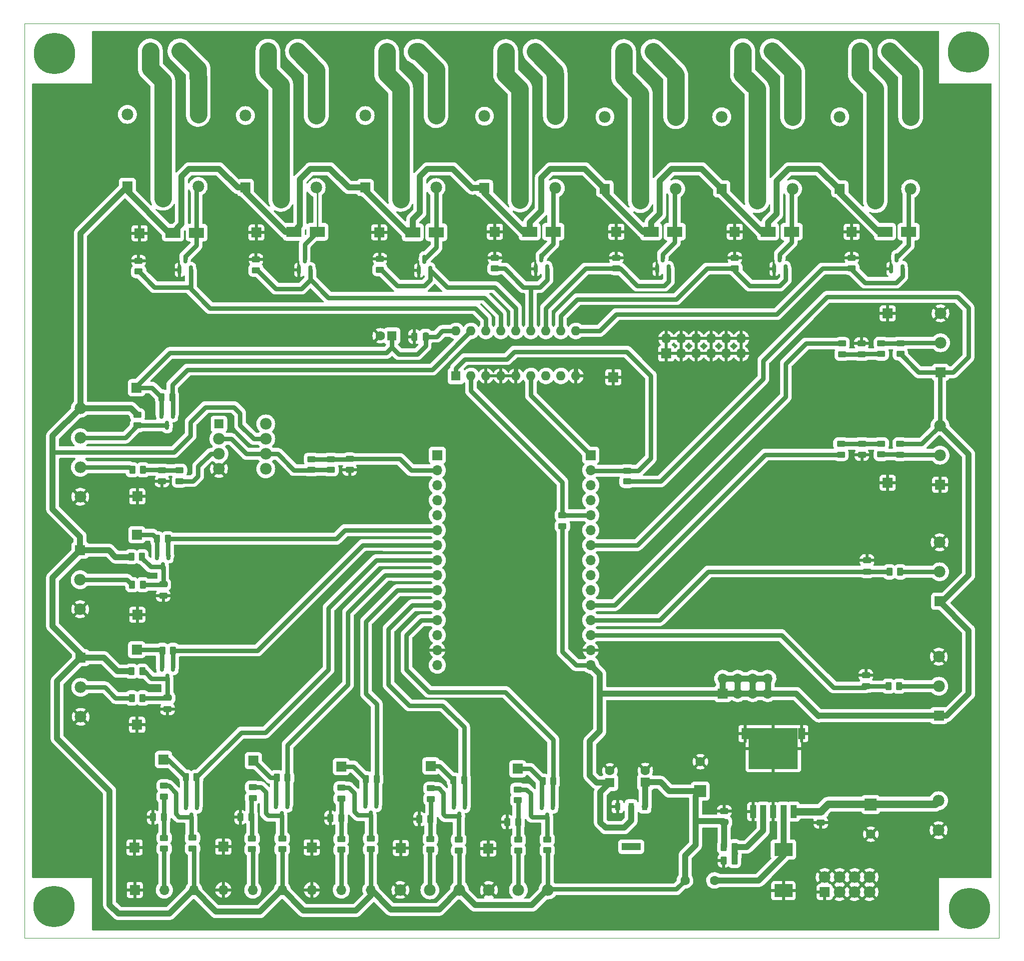
<source format=gbr>
%TF.GenerationSoftware,KiCad,Pcbnew,(6.0.7)*%
%TF.CreationDate,2022-10-21T23:12:00-03:00*%
%TF.ProjectId,PCB_Prototipo_Proyecto_Final,5043425f-5072-46f7-946f-7469706f5f50,rev?*%
%TF.SameCoordinates,PX7e4946aPYc6a19c0*%
%TF.FileFunction,Copper,L2,Bot*%
%TF.FilePolarity,Positive*%
%FSLAX46Y46*%
G04 Gerber Fmt 4.6, Leading zero omitted, Abs format (unit mm)*
G04 Created by KiCad (PCBNEW (6.0.7)) date 2022-10-21 23:12:00*
%MOMM*%
%LPD*%
G01*
G04 APERTURE LIST*
G04 Aperture macros list*
%AMRoundRect*
0 Rectangle with rounded corners*
0 $1 Rounding radius*
0 $2 $3 $4 $5 $6 $7 $8 $9 X,Y pos of 4 corners*
0 Add a 4 corners polygon primitive as box body*
4,1,4,$2,$3,$4,$5,$6,$7,$8,$9,$2,$3,0*
0 Add four circle primitives for the rounded corners*
1,1,$1+$1,$2,$3*
1,1,$1+$1,$4,$5*
1,1,$1+$1,$6,$7*
1,1,$1+$1,$8,$9*
0 Add four rect primitives between the rounded corners*
20,1,$1+$1,$2,$3,$4,$5,0*
20,1,$1+$1,$4,$5,$6,$7,0*
20,1,$1+$1,$6,$7,$8,$9,0*
20,1,$1+$1,$8,$9,$2,$3,0*%
G04 Aperture macros list end*
%TA.AperFunction,Profile*%
%ADD10C,0.100000*%
%TD*%
%TA.AperFunction,ComponentPad*%
%ADD11R,1.700000X1.700000*%
%TD*%
%TA.AperFunction,ComponentPad*%
%ADD12O,1.700000X1.700000*%
%TD*%
%TA.AperFunction,ComponentPad*%
%ADD13C,1.980000*%
%TD*%
%TA.AperFunction,ComponentPad*%
%ADD14R,2.000000X2.000000*%
%TD*%
%TA.AperFunction,ComponentPad*%
%ADD15C,1.600000*%
%TD*%
%TA.AperFunction,ComponentPad*%
%ADD16C,7.000000*%
%TD*%
%TA.AperFunction,ComponentPad*%
%ADD17R,1.600000X1.600000*%
%TD*%
%TA.AperFunction,ComponentPad*%
%ADD18O,1.600000X1.600000*%
%TD*%
%TA.AperFunction,SMDPad,CuDef*%
%ADD19RoundRect,0.250000X0.262500X0.450000X-0.262500X0.450000X-0.262500X-0.450000X0.262500X-0.450000X0*%
%TD*%
%TA.AperFunction,SMDPad,CuDef*%
%ADD20RoundRect,0.150000X-0.150000X0.587500X-0.150000X-0.587500X0.150000X-0.587500X0.150000X0.587500X0*%
%TD*%
%TA.AperFunction,SMDPad,CuDef*%
%ADD21RoundRect,0.250000X-0.450000X0.262500X-0.450000X-0.262500X0.450000X-0.262500X0.450000X0.262500X0*%
%TD*%
%TA.AperFunction,SMDPad,CuDef*%
%ADD22RoundRect,0.250000X0.250000X0.475000X-0.250000X0.475000X-0.250000X-0.475000X0.250000X-0.475000X0*%
%TD*%
%TA.AperFunction,SMDPad,CuDef*%
%ADD23RoundRect,0.250000X0.450000X-0.262500X0.450000X0.262500X-0.450000X0.262500X-0.450000X-0.262500X0*%
%TD*%
%TA.AperFunction,SMDPad,CuDef*%
%ADD24R,2.500000X1.800000*%
%TD*%
%TA.AperFunction,SMDPad,CuDef*%
%ADD25R,0.950000X1.250000*%
%TD*%
%TA.AperFunction,SMDPad,CuDef*%
%ADD26R,3.200000X1.250000*%
%TD*%
%TA.AperFunction,SMDPad,CuDef*%
%ADD27RoundRect,0.250000X0.475000X-0.250000X0.475000X0.250000X-0.475000X0.250000X-0.475000X-0.250000X0*%
%TD*%
%TA.AperFunction,SMDPad,CuDef*%
%ADD28R,3.100000X2.200000*%
%TD*%
%TA.AperFunction,SMDPad,CuDef*%
%ADD29RoundRect,0.250000X-0.262500X-0.450000X0.262500X-0.450000X0.262500X0.450000X-0.262500X0.450000X0*%
%TD*%
%TA.AperFunction,SMDPad,CuDef*%
%ADD30RoundRect,0.250000X-0.475000X0.250000X-0.475000X-0.250000X0.475000X-0.250000X0.475000X0.250000X0*%
%TD*%
%TA.AperFunction,SMDPad,CuDef*%
%ADD31RoundRect,0.150000X0.150000X-0.587500X0.150000X0.587500X-0.150000X0.587500X-0.150000X-0.587500X0*%
%TD*%
%TA.AperFunction,SMDPad,CuDef*%
%ADD32R,1.070000X2.160000*%
%TD*%
%TA.AperFunction,SMDPad,CuDef*%
%ADD33R,1.235000X1.910000*%
%TD*%
%TA.AperFunction,SMDPad,CuDef*%
%ADD34R,8.330000X6.990000*%
%TD*%
%TA.AperFunction,Conductor*%
%ADD35C,0.800000*%
%TD*%
%TA.AperFunction,Conductor*%
%ADD36C,1.300000*%
%TD*%
%TA.AperFunction,Conductor*%
%ADD37C,1.000000*%
%TD*%
%TA.AperFunction,Conductor*%
%ADD38C,0.250000*%
%TD*%
%TA.AperFunction,Conductor*%
%ADD39C,3.000000*%
%TD*%
G04 APERTURE END LIST*
D10*
X0Y0D02*
X165100000Y0D01*
X165100000Y0D02*
X165100000Y154940000D01*
X165100000Y154940000D02*
X0Y154940000D01*
X0Y154940000D02*
X0Y0D01*
D11*
%TO.P,J47,1,Pin_1*%
%TO.N,GND*%
X146200000Y77100000D03*
%TD*%
%TO.P,J46,1,Pin_1*%
%TO.N,GND*%
X146200000Y105800000D03*
%TD*%
%TO.P,J21,1,Pin_1*%
%TO.N,GND*%
X108700000Y99000000D03*
D12*
%TO.P,J21,2,Pin_2*%
X108700000Y101540000D03*
%TO.P,J21,3,Pin_3*%
X111240000Y99000000D03*
%TO.P,J21,4,Pin_4*%
X111240000Y101540000D03*
%TO.P,J21,5,Pin_5*%
X113780000Y99000000D03*
%TO.P,J21,6,Pin_6*%
X113780000Y101540000D03*
%TO.P,J21,7,Pin_7*%
X116320000Y99000000D03*
%TO.P,J21,8,Pin_8*%
X116320000Y101540000D03*
%TO.P,J21,9,Pin_9*%
X118860000Y99000000D03*
%TO.P,J21,10,Pin_10*%
X118860000Y101540000D03*
%TO.P,J21,11,Pin_11*%
X121400000Y99000000D03*
%TO.P,J21,12,Pin_12*%
X121400000Y101540000D03*
%TD*%
D11*
%TO.P,K5,A1*%
%TO.N,+5V*%
X118100000Y126900000D03*
D13*
%TO.P,K5,A2*%
%TO.N,Net-(D6-Pad2)*%
X130100000Y126900000D03*
%TO.P,K5,COM*%
%TO.N,Net-(J16-Pad2)*%
X124100000Y124900000D03*
%TO.P,K5,NC*%
%TO.N,unconnected-(K5-PadNC)*%
X118100000Y139100000D03*
%TO.P,K5,NO*%
%TO.N,Net-(J16-Pad1)*%
X130100000Y139100000D03*
%TD*%
D11*
%TO.P,J6,1,Pin_1*%
%TO.N,+3.3V*%
X154999286Y57010000D03*
D13*
%TO.P,J6,2,Pin_2*%
%TO.N,/Entradas/SensorTDS*%
X154999286Y62010000D03*
%TO.P,J6,3,Pin_3*%
%TO.N,GND*%
X154999286Y67010000D03*
%TD*%
D11*
%TO.P,J23,1,Pin_1*%
%TO.N,+3.3V*%
X68829286Y29130000D03*
%TD*%
D14*
%TO.P,C15,1*%
%TO.N,+5V*%
X114474286Y24854823D03*
D15*
%TO.P,C15,2*%
%TO.N,GND*%
X114474286Y29854823D03*
%TD*%
D13*
%TO.P,J16,1,Pin_1*%
%TO.N,Net-(J16-Pad1)*%
X126639286Y150270000D03*
%TO.P,J16,2,Pin_2*%
%TO.N,Net-(J16-Pad2)*%
X121639286Y150270000D03*
%TD*%
D16*
%TO.P,,1*%
%TO.N,N/C*%
X5080000Y149860000D03*
%TD*%
D11*
%TO.P,J33,1,Pin_1*%
%TO.N,GND*%
X120309286Y119634000D03*
%TD*%
%TO.P,J40,1,Pin_1*%
%TO.N,GND*%
X18629286Y15330000D03*
%TD*%
D17*
%TO.P,C18,1*%
%TO.N,+3.3V*%
X99139286Y26289775D03*
D15*
%TO.P,C18,2*%
%TO.N,GND*%
X99139286Y28289775D03*
%TD*%
D16*
%TO.P,,1*%
%TO.N,N/C*%
X5000000Y5300000D03*
%TD*%
D17*
%TO.P,IC1,1,OFF_SET_N1*%
%TO.N,unconnected-(IC1-Pad1)*%
X32909286Y87070000D03*
D13*
%TO.P,IC1,2,IN-*%
%TO.N,Net-(IC1-Pad2)*%
X32909286Y84530000D03*
%TO.P,IC1,3,IN+*%
%TO.N,Net-(IC1-Pad3)*%
X32909286Y81990000D03*
%TO.P,IC1,4,VCC-*%
%TO.N,GND*%
X32909286Y79450000D03*
%TO.P,IC1,5,OFFSET_N2*%
%TO.N,unconnected-(IC1-Pad5)*%
X40849286Y79450000D03*
%TO.P,IC1,6,OUT*%
%TO.N,Net-(IC1-Pad2)*%
X40849286Y81990000D03*
%TO.P,IC1,7,VCC+*%
%TO.N,+5V*%
X40849286Y84530000D03*
%TO.P,IC1,8,NC*%
%TO.N,unconnected-(IC1-Pad8)*%
X40849286Y87070000D03*
%TD*%
D11*
%TO.P,K1,A1*%
%TO.N,+5V*%
X77900000Y127012500D03*
D13*
%TO.P,K1,A2*%
%TO.N,Net-(D2-Pad2)*%
X89900000Y127012500D03*
%TO.P,K1,COM*%
%TO.N,Net-(J12-Pad2)*%
X83900000Y125012500D03*
%TO.P,K1,NC*%
%TO.N,unconnected-(K1-PadNC)*%
X77900000Y139212500D03*
%TO.P,K1,NO*%
%TO.N,Net-(J12-Pad1)*%
X89900000Y139212500D03*
%TD*%
D11*
%TO.P,J32,1,Pin_1*%
%TO.N,GND*%
X60049286Y119530000D03*
%TD*%
D14*
%TO.P,C14,1*%
%TO.N,/Fuentes/VIN_24V*%
X143339286Y22567677D03*
D15*
%TO.P,C14,2*%
%TO.N,GND*%
X143339286Y17567677D03*
%TD*%
D11*
%TO.P,J34,1,Pin_1*%
%TO.N,GND*%
X99735286Y94996000D03*
%TD*%
%TO.P,K2,A1*%
%TO.N,+5V*%
X17400000Y127312500D03*
D13*
%TO.P,K2,A2*%
%TO.N,Net-(D3-Pad2)*%
X29400000Y127312500D03*
%TO.P,K2,COM*%
%TO.N,Net-(J13-Pad2)*%
X23400000Y125312500D03*
%TO.P,K2,NC*%
%TO.N,unconnected-(K2-PadNC)*%
X17400000Y139512500D03*
%TO.P,K2,NO*%
%TO.N,Net-(J13-Pad1)*%
X29400000Y139512500D03*
%TD*%
D11*
%TO.P,J29,1,Pin_1*%
%TO.N,+3.3V*%
X18979286Y48810000D03*
%TD*%
%TO.P,J19,1,Pin_1*%
%TO.N,+3.3V*%
X18963286Y93218000D03*
%TD*%
%TO.P,J10,1,Pin_1*%
%TO.N,GND*%
X18649286Y8120000D03*
D12*
%TO.P,J10,2,Pin_2*%
%TO.N,/Entradas/SensorNivel_5*%
X23649286Y8120000D03*
%TO.P,J10,3,Pin_3*%
%TO.N,+5V*%
X28649286Y8120000D03*
%TO.P,J10,4,Pin_4*%
%TO.N,GND*%
X33649286Y8120000D03*
%TO.P,J10,5,Pin_5*%
%TO.N,/Entradas/SensorNivel_4*%
X38649286Y8120000D03*
%TO.P,J10,6,Pin_6*%
%TO.N,+5V*%
X43649286Y8120000D03*
%TO.P,J10,7,Pin_7*%
%TO.N,GND*%
X48649286Y8120000D03*
%TO.P,J10,8,Pin_8*%
%TO.N,/Entradas/SensorNivel_3*%
X53649286Y8120000D03*
%TO.P,J10,9,Pin_9*%
%TO.N,+5V*%
X58649286Y8120000D03*
D13*
%TO.P,J10,10,Pin_10*%
%TO.N,GND*%
X63649286Y8120000D03*
%TO.P,J10,11,Pin_11*%
%TO.N,/Entradas/SensorNivel_2*%
X68649286Y8120000D03*
%TO.P,J10,12,Pin_12*%
%TO.N,+5V*%
X73649286Y8120000D03*
%TO.P,J10,13,Pin_13*%
%TO.N,GND*%
X78649286Y8120000D03*
%TO.P,J10,14,Pin_14*%
%TO.N,/Entradas/SensorNivel_1*%
X83649286Y8120000D03*
%TO.P,J10,15,Pin_15*%
%TO.N,+5V*%
X88649286Y8120000D03*
%TD*%
D11*
%TO.P,J5,1,Pin_1*%
%TO.N,+5V*%
X9489286Y47450000D03*
D13*
%TO.P,J5,2,Pin_2*%
%TO.N,/Entradas/SensorCO2*%
X9489286Y42450000D03*
%TO.P,J5,3,Pin_3*%
%TO.N,GND*%
X9489286Y37450000D03*
%TD*%
D11*
%TO.P,J35,1,Pin_1*%
%TO.N,GND*%
X100243286Y119634000D03*
%TD*%
%TO.P,J26,1,Pin_1*%
%TO.N,GND*%
X78529286Y15130000D03*
%TD*%
%TO.P,K7,A1*%
%TO.N,+5V*%
X37400000Y127112500D03*
D13*
%TO.P,K7,A2*%
%TO.N,Net-(D8-Pad2)*%
X49400000Y127112500D03*
%TO.P,K7,COM*%
%TO.N,Net-(J18-Pad2)*%
X43400000Y125112500D03*
%TO.P,K7,NC*%
%TO.N,unconnected-(K7-PadNC)*%
X37400000Y139312500D03*
%TO.P,K7,NO*%
%TO.N,Net-(J18-Pad1)*%
X49400000Y139312500D03*
%TD*%
D11*
%TO.P,J20,1,Pin_1*%
%TO.N,+3.3V*%
X118277286Y41402000D03*
D12*
%TO.P,J20,2,Pin_2*%
X118277286Y43942000D03*
%TO.P,J20,3,Pin_3*%
X120817286Y41402000D03*
%TO.P,J20,4,Pin_4*%
X120817286Y43942000D03*
%TO.P,J20,5,Pin_5*%
X123357286Y41402000D03*
%TO.P,J20,6,Pin_6*%
X123357286Y43942000D03*
%TO.P,J20,7,Pin_7*%
X125897286Y41402000D03*
%TO.P,J20,8,Pin_8*%
X125897286Y43942000D03*
%TD*%
D11*
%TO.P,J8,1,Pin_1*%
%TO.N,+3.3V*%
X154869286Y37630000D03*
D13*
%TO.P,J8,2,Pin_2*%
%TO.N,/Entradas/SensorIlum*%
X154869286Y42630000D03*
%TO.P,J8,3,Pin_3*%
%TO.N,GND*%
X154869286Y47630000D03*
%TD*%
D11*
%TO.P,K6,A1*%
%TO.N,+5V*%
X98300000Y126912500D03*
D13*
%TO.P,K6,A2*%
%TO.N,Net-(D7-Pad2)*%
X110300000Y126912500D03*
%TO.P,K6,COM*%
%TO.N,Net-(J17-Pad2)*%
X104300000Y124912500D03*
%TO.P,K6,NC*%
%TO.N,unconnected-(K6-PadNC)*%
X98300000Y139112500D03*
%TO.P,K6,NO*%
%TO.N,Net-(J17-Pad1)*%
X110300000Y139112500D03*
%TD*%
D11*
%TO.P,J37,1,Pin_1*%
%TO.N,GND*%
X63729286Y15230000D03*
%TD*%
%TO.P,J24,1,Pin_1*%
%TO.N,GND*%
X19079286Y74780000D03*
%TD*%
D13*
%TO.P,J18,1,Pin_1*%
%TO.N,Net-(J18-Pad1)*%
X46219286Y150210000D03*
%TO.P,J18,2,Pin_2*%
%TO.N,Net-(J18-Pad2)*%
X41219286Y150210000D03*
%TD*%
D15*
%TO.P,L1,1,1*%
%TO.N,Net-(D1-Pad1)*%
X116874286Y9722500D03*
%TO.P,L1,2,2*%
%TO.N,+5V*%
X111874286Y9722500D03*
%TD*%
D16*
%TO.P,,1*%
%TO.N,N/C*%
X159933286Y150114000D03*
%TD*%
D17*
%TO.P,U3,1,SCL*%
%TO.N,/Microcontrolador/MCP23008_SCL*%
X73065286Y95200000D03*
D18*
%TO.P,U3,2,SDA*%
%TO.N,/Microcontrolador/MCP23008_SDA*%
X75605286Y95200000D03*
%TO.P,U3,3,A2*%
%TO.N,GND*%
X78145286Y95200000D03*
%TO.P,U3,4,A1*%
X80685286Y95200000D03*
%TO.P,U3,5,A0*%
X83225286Y95200000D03*
%TO.P,U3,6,~{RESET}*%
%TO.N,/Microcontrolador/MCP23008_RESET*%
X85765286Y95200000D03*
%TO.P,U3,7,NC*%
%TO.N,unconnected-(U3-Pad7)*%
X88305286Y95200000D03*
%TO.P,U3,8,INT*%
%TO.N,unconnected-(U3-Pad8)*%
X90845286Y95200000D03*
%TO.P,U3,9,VSS*%
%TO.N,GND*%
X93385286Y95200000D03*
%TO.P,U3,10,GP0*%
%TO.N,/Microcontrolador/Rele_1*%
X93385286Y102820000D03*
%TO.P,U3,11,GP1*%
%TO.N,/Microcontrolador/Rele_2*%
X90845286Y102820000D03*
%TO.P,U3,12,GP2*%
%TO.N,/Microcontrolador/Rele_3*%
X88305286Y102820000D03*
%TO.P,U3,13,GP3*%
%TO.N,/Microcontrolador/Rele_4*%
X85765286Y102820000D03*
%TO.P,U3,14,GP4*%
%TO.N,/Microcontrolador/Rele_5*%
X83225286Y102820000D03*
%TO.P,U3,15,GP5*%
%TO.N,/Microcontrolador/Rele_6*%
X80685286Y102820000D03*
%TO.P,U3,16,GP6*%
%TO.N,/Microcontrolador/Rele_7*%
X78145286Y102820000D03*
%TO.P,U3,17,GP7*%
%TO.N,/Microcontrolador/Trigger__pH*%
X75605286Y102820000D03*
%TO.P,U3,18,VDD*%
%TO.N,+3.3V*%
X73065286Y102820000D03*
%TD*%
D11*
%TO.P,K4,A1*%
%TO.N,+5V*%
X57700000Y127112500D03*
D13*
%TO.P,K4,A2*%
%TO.N,Net-(D5-Pad2)*%
X69700000Y127112500D03*
%TO.P,K4,COM*%
%TO.N,Net-(J15-Pad2)*%
X63700000Y125112500D03*
%TO.P,K4,NC*%
%TO.N,unconnected-(K4-PadNC)*%
X57700000Y139312500D03*
%TO.P,K4,NO*%
%TO.N,Net-(J15-Pad1)*%
X69700000Y139312500D03*
%TD*%
D11*
%TO.P,J45,1,Pin_1*%
%TO.N,+3.3V*%
X23535286Y30226000D03*
%TD*%
D17*
%TO.P,C19,1*%
%TO.N,+3.3V*%
X62239286Y102000000D03*
D15*
%TO.P,C19,2*%
%TO.N,GND*%
X60239286Y102000000D03*
%TD*%
D11*
%TO.P,J38,1,Pin_1*%
%TO.N,GND*%
X48629286Y15330000D03*
%TD*%
D13*
%TO.P,J4,1,Pin_1*%
%TO.N,+5V*%
X9429286Y89730000D03*
%TO.P,J4,2,Pin_2*%
%TO.N,/Entradas/Trigger_pH*%
X9429286Y84730000D03*
%TO.P,J4,3,Pin_3*%
%TO.N,/Entradas/SensorpH*%
X9429286Y79730000D03*
%TO.P,J4,4,Pin_4*%
%TO.N,GND*%
X9429286Y74730000D03*
%TD*%
D17*
%TO.P,C17,1*%
%TO.N,+5V*%
X105139286Y26344887D03*
D15*
%TO.P,C17,2*%
%TO.N,GND*%
X105139286Y28344887D03*
%TD*%
D11*
%TO.P,J22,1,Pin_1*%
%TO.N,+3.3V*%
X83529286Y28630000D03*
%TD*%
D13*
%TO.P,J13,1,Pin_1*%
%TO.N,Net-(J13-Pad1)*%
X26299286Y150260000D03*
%TO.P,J13,2,Pin_2*%
%TO.N,Net-(J13-Pad2)*%
X21299286Y150260000D03*
%TD*%
D11*
%TO.P,J7,1,Pin_1*%
%TO.N,+3.3V*%
X155159286Y95820000D03*
D13*
%TO.P,J7,2,Pin_2*%
%TO.N,/Entradas/SensorTempSumerg*%
X155159286Y100820000D03*
%TO.P,J7,3,Pin_3*%
%TO.N,GND*%
X155159286Y105820000D03*
%TD*%
D11*
%TO.P,J30,1,Pin_1*%
%TO.N,GND*%
X79669286Y119634000D03*
%TD*%
%TO.P,J11,1,Pin_1*%
%TO.N,+5V*%
X9399286Y65670000D03*
D13*
%TO.P,J11,2,Pin_2*%
%TO.N,/Entradas/SensorFlujo*%
X9399286Y60670000D03*
%TO.P,J11,3,Pin_3*%
%TO.N,GND*%
X9399286Y55670000D03*
%TD*%
%TO.P,J1,1,Pin_1*%
%TO.N,/Fuentes/VIN_24V*%
X154829286Y23240000D03*
%TO.P,J1,2,Pin_2*%
%TO.N,GND*%
X154829286Y18240000D03*
%TD*%
%TO.P,J14,1,Pin_1*%
%TO.N,Net-(J14-Pad1)*%
X146559286Y150210000D03*
%TO.P,J14,2,Pin_2*%
%TO.N,Net-(J14-Pad2)*%
X141559286Y150210000D03*
%TD*%
D11*
%TO.P,J9,1,Pin_1*%
%TO.N,GND*%
X155069286Y76770000D03*
D13*
%TO.P,J9,2,Pin_2*%
%TO.N,/Entradas/SensorTempHum*%
X155069286Y81770000D03*
%TO.P,J9,3,Pin_3*%
%TO.N,+3.3V*%
X155069286Y86770000D03*
%TD*%
D11*
%TO.P,J3,1,Pin_1*%
%TO.N,/Microcontrolador/MCP23008_RESET*%
X95899286Y81770000D03*
D12*
%TO.P,J3,2,Pin_2*%
%TO.N,/Microcontrolador/MCP23008_SCL*%
X95899286Y79230000D03*
%TO.P,J3,3,Pin_3*%
%TO.N,unconnected-(J3-Pad3)*%
X95899286Y76690000D03*
%TO.P,J3,4,Pin_4*%
%TO.N,unconnected-(J3-Pad4)*%
X95899286Y74150000D03*
%TO.P,J3,5,Pin_5*%
%TO.N,/Microcontrolador/MCP23008_SDA*%
X95899286Y71610000D03*
%TO.P,J3,6,Pin_6*%
%TO.N,unconnected-(J3-Pad6)*%
X95899286Y69070000D03*
%TO.P,J3,7,Pin_7*%
%TO.N,/Entradas/Data_SensorTempSumerg*%
X95899286Y66530000D03*
%TO.P,J3,8,Pin_8*%
%TO.N,unconnected-(J3-Pad8)*%
X95899286Y63990000D03*
%TO.P,J3,9,Pin_9*%
%TO.N,unconnected-(J3-Pad9)*%
X95899286Y61450000D03*
%TO.P,J3,10,Pin_10*%
%TO.N,unconnected-(J3-Pad10)*%
X95899286Y58910000D03*
%TO.P,J3,11,Pin_11*%
%TO.N,/Entradas/Data_SensorTempHum*%
X95899286Y56370000D03*
%TO.P,J3,12,Pin_12*%
%TO.N,/Entradas/TDS_Analog*%
X95899286Y53830000D03*
%TO.P,J3,13,Pin_13*%
%TO.N,/Entradas/Ilum_Analog*%
X95899286Y51290000D03*
%TO.P,J3,14,Pin_14*%
%TO.N,GND*%
X95899286Y48750000D03*
%TO.P,J3,15,Pin_15*%
%TO.N,+3.3V*%
X95899286Y46210000D03*
%TD*%
D11*
%TO.P,J2,1,Pin_1*%
%TO.N,unconnected-(J2-Pad1)*%
X69900000Y81775000D03*
D12*
%TO.P,J2,2,Pin_2*%
%TO.N,/Entradas/pH_Analog*%
X69900000Y79235000D03*
%TO.P,J2,3,Pin_3*%
%TO.N,unconnected-(J2-Pad3)*%
X69900000Y76695000D03*
%TO.P,J2,4,Pin_4*%
%TO.N,unconnected-(J2-Pad4)*%
X69900000Y74155000D03*
%TO.P,J2,5,Pin_5*%
%TO.N,unconnected-(J2-Pad5)*%
X69900000Y71615000D03*
%TO.P,J2,6,Pin_6*%
%TO.N,/Microcontrolador/SensorFlujo*%
X69900000Y69075000D03*
%TO.P,J2,7,Pin_7*%
%TO.N,/Microcontrolador/SensorCO2*%
X69900000Y66535000D03*
%TO.P,J2,8,Pin_8*%
%TO.N,/Microcontrolador/SensorNivel_5*%
X69900000Y63995000D03*
%TO.P,J2,9,Pin_9*%
%TO.N,/Microcontrolador/SensorNivel_4*%
X69900000Y61455000D03*
%TO.P,J2,10,Pin_10*%
%TO.N,/Microcontrolador/SensorNivel_3*%
X69900000Y58915000D03*
%TO.P,J2,11,Pin_11*%
%TO.N,/Microcontrolador/SensorNivel_2*%
X69900000Y56375000D03*
%TO.P,J2,12,Pin_12*%
%TO.N,/Microcontrolador/SensorNivel_1*%
X69900000Y53835000D03*
%TO.P,J2,13,Pin_13*%
%TO.N,unconnected-(J2-Pad13)*%
X69900000Y51295000D03*
%TO.P,J2,14,Pin_14*%
%TO.N,GND*%
X69900000Y48755000D03*
%TO.P,J2,15,Pin_15*%
%TO.N,unconnected-(J2-Pad15)*%
X69900000Y46215000D03*
%TD*%
D11*
%TO.P,J41,1,Pin_1*%
%TO.N,GND*%
X19059286Y36090000D03*
%TD*%
%TO.P,J42,1,Pin_1*%
%TO.N,GND*%
X19069286Y54750000D03*
%TD*%
%TO.P,J28,1,Pin_1*%
%TO.N,+3.3V*%
X18999286Y68300000D03*
%TD*%
%TO.P,J39,1,Pin_1*%
%TO.N,GND*%
X33629286Y15430000D03*
%TD*%
%TO.P,J36,1,Pin_1*%
%TO.N,GND*%
X39249286Y119480000D03*
%TD*%
D13*
%TO.P,J15,1,Pin_1*%
%TO.N,Net-(J15-Pad1)*%
X66329286Y150150000D03*
%TO.P,J15,2,Pin_2*%
%TO.N,Net-(J15-Pad2)*%
X61329286Y150150000D03*
%TD*%
%TO.P,J12,1,Pin_1*%
%TO.N,Net-(J12-Pad1)*%
X86489286Y150150000D03*
%TO.P,J12,2,Pin_2*%
%TO.N,Net-(J12-Pad2)*%
X81489286Y150150000D03*
%TD*%
D11*
%TO.P,J25,1,Pin_1*%
%TO.N,+3.3V*%
X38729286Y30030000D03*
%TD*%
%TO.P,K3,A1*%
%TO.N,+5V*%
X138100000Y126900000D03*
D13*
%TO.P,K3,A2*%
%TO.N,Net-(D4-Pad2)*%
X150100000Y126900000D03*
%TO.P,K3,COM*%
%TO.N,Net-(J14-Pad2)*%
X144100000Y124900000D03*
%TO.P,K3,NC*%
%TO.N,unconnected-(K3-PadNC)*%
X138100000Y139100000D03*
%TO.P,K3,NO*%
%TO.N,Net-(J14-Pad1)*%
X150100000Y139100000D03*
%TD*%
D11*
%TO.P,J43,1,Pin_1*%
%TO.N,GND*%
X135519286Y7765000D03*
D13*
%TO.P,J43,2,Pin_2*%
X135519286Y10305000D03*
%TO.P,J43,3,Pin_3*%
X138059286Y7765000D03*
%TO.P,J43,4,Pin_4*%
X138059286Y10305000D03*
%TO.P,J43,5,Pin_5*%
X140599286Y7765000D03*
%TO.P,J43,6,Pin_6*%
X140599286Y10305000D03*
%TO.P,J43,7,Pin_7*%
X143139286Y7765000D03*
%TO.P,J43,8,Pin_8*%
X143139286Y10305000D03*
%TD*%
%TO.P,J17,1,Pin_1*%
%TO.N,Net-(J17-Pad1)*%
X106469286Y150150000D03*
%TO.P,J17,2,Pin_2*%
%TO.N,Net-(J17-Pad2)*%
X101469286Y150150000D03*
%TD*%
D11*
%TO.P,J31,1,Pin_1*%
%TO.N,GND*%
X140121286Y119634000D03*
%TD*%
%TO.P,J27,1,Pin_1*%
%TO.N,+3.3V*%
X53629286Y29030000D03*
%TD*%
%TO.P,J44,1,Pin_1*%
%TO.N,GND*%
X19471286Y119380000D03*
%TD*%
D19*
%TO.P,R34,1*%
%TO.N,/Microcontrolador/SensorNivel_4*%
X44541786Y27130000D03*
%TO.P,R34,2*%
%TO.N,+3.3V*%
X42716786Y27130000D03*
%TD*%
D20*
%TO.P,Q7,1,G*%
%TO.N,+3.3V*%
X23249286Y45867500D03*
%TO.P,Q7,2,S*%
%TO.N,/Microcontrolador/SensorCO2*%
X25149286Y45867500D03*
%TO.P,Q7,3,D*%
%TO.N,/Entradas/Data_SensorCO2*%
X24199286Y43992500D03*
%TD*%
D21*
%TO.P,R17,1*%
%TO.N,/Entradas/SensorTempSumerg*%
X145119286Y100732500D03*
%TO.P,R17,2*%
%TO.N,Net-(C7-Pad1)*%
X145119286Y98907500D03*
%TD*%
D20*
%TO.P,Q2,1,G*%
%TO.N,+3.3V*%
X87579286Y22367500D03*
%TO.P,Q2,2,S*%
%TO.N,/Microcontrolador/SensorNivel_1*%
X89479286Y22367500D03*
%TO.P,Q2,3,D*%
%TO.N,/Entradas/Data_SensorNivel_1*%
X88529286Y20492500D03*
%TD*%
%TO.P,Q8,1,G*%
%TO.N,+3.3V*%
X22439286Y64767500D03*
%TO.P,Q8,2,S*%
%TO.N,/Microcontrolador/SensorFlujo*%
X24339286Y64767500D03*
%TO.P,Q8,3,D*%
%TO.N,/Entradas/Data_SensorFlujo*%
X23389286Y62892500D03*
%TD*%
D22*
%TO.P,C3,1*%
%TO.N,Net-(C3-Pad1)*%
X53679286Y20330000D03*
%TO.P,C3,2*%
%TO.N,GND*%
X51779286Y20330000D03*
%TD*%
D23*
%TO.P,R25,1*%
%TO.N,/Entradas/Trigger_pH*%
X19109286Y86797500D03*
%TO.P,R25,2*%
%TO.N,+5V*%
X19109286Y88622500D03*
%TD*%
D21*
%TO.P,R3,1*%
%TO.N,/Entradas/pH_Analog*%
X55049286Y81122500D03*
%TO.P,R3,2*%
%TO.N,GND*%
X55049286Y79297500D03*
%TD*%
D20*
%TO.P,Q3,1,G*%
%TO.N,+3.3V*%
X72679286Y22467500D03*
%TO.P,Q3,2,S*%
%TO.N,/Microcontrolador/SensorNivel_2*%
X74579286Y22467500D03*
%TO.P,Q3,3,D*%
%TO.N,/Entradas/Data_SensorNivel_2*%
X73629286Y20592500D03*
%TD*%
D24*
%TO.P,D5,1,K*%
%TO.N,+5V*%
X65739286Y119530000D03*
%TO.P,D5,2,A*%
%TO.N,Net-(D5-Pad2)*%
X69739286Y119530000D03*
%TD*%
D19*
%TO.P,R19,1*%
%TO.N,/Entradas/SensorTDS*%
X148319286Y62010000D03*
%TO.P,R19,2*%
%TO.N,/Entradas/TDS_Analog*%
X146494286Y62010000D03*
%TD*%
D23*
%TO.P,R43,1*%
%TO.N,/Microcontrolador/Rele_7*%
X19299286Y112877500D03*
%TO.P,R43,2*%
%TO.N,GND*%
X19299286Y114702500D03*
%TD*%
D25*
%TO.P,U2,1,GND*%
%TO.N,GND*%
X100439286Y22244887D03*
%TO.P,U2,2,VO*%
%TO.N,+3.3V*%
X102739286Y22244887D03*
%TO.P,U2,3,VI*%
%TO.N,+5V*%
X105039286Y22244887D03*
D26*
%TO.P,U2,4*%
%TO.N,N/C*%
X102739286Y15444887D03*
%TD*%
D23*
%TO.P,R13,1*%
%TO.N,Net-(C4-Pad1)*%
X38629286Y23705000D03*
%TO.P,R13,2*%
%TO.N,/Entradas/Data_SensorNivel_4*%
X38629286Y25530000D03*
%TD*%
D22*
%TO.P,C2,1*%
%TO.N,Net-(C2-Pad1)*%
X68729286Y20130000D03*
%TO.P,C2,2*%
%TO.N,GND*%
X66829286Y20130000D03*
%TD*%
%TO.P,C20,1*%
%TO.N,+3.3V*%
X67919286Y101854000D03*
%TO.P,C20,2*%
%TO.N,GND*%
X66019286Y101854000D03*
%TD*%
D20*
%TO.P,Q4,1,G*%
%TO.N,+3.3V*%
X57679286Y22667500D03*
%TO.P,Q4,2,S*%
%TO.N,/Microcontrolador/SensorNivel_3*%
X59579286Y22667500D03*
%TO.P,Q4,3,D*%
%TO.N,/Entradas/Data_SensorNivel_3*%
X58629286Y20792500D03*
%TD*%
D23*
%TO.P,R10,1*%
%TO.N,/Entradas/SensorNivel_3*%
X53629286Y14917500D03*
%TO.P,R10,2*%
%TO.N,Net-(C3-Pad1)*%
X53629286Y16742500D03*
%TD*%
%TO.P,R41,1*%
%TO.N,Net-(IC1-Pad2)*%
X51899286Y79280000D03*
%TO.P,R41,2*%
%TO.N,/Entradas/pH_Analog*%
X51899286Y81105000D03*
%TD*%
D22*
%TO.P,C1,1*%
%TO.N,Net-(C1-Pad1)*%
X83629286Y19630000D03*
%TO.P,C1,2*%
%TO.N,GND*%
X81729286Y19630000D03*
%TD*%
D27*
%TO.P,C8,1*%
%TO.N,/Entradas/TDS_Analog*%
X142699286Y62060000D03*
%TO.P,C8,2*%
%TO.N,GND*%
X142699286Y63960000D03*
%TD*%
D28*
%TO.P,D1,1,K*%
%TO.N,Net-(D1-Pad1)*%
X128544286Y14982500D03*
%TO.P,D1,2,A*%
%TO.N,GND*%
X128544286Y7982500D03*
%TD*%
D21*
%TO.P,R27,1*%
%TO.N,/Entradas/Data_SensorNivel_1*%
X88529286Y16655000D03*
%TO.P,R27,2*%
%TO.N,+5V*%
X88529286Y14830000D03*
%TD*%
%TO.P,R22,1*%
%TO.N,Net-(C10-Pad1)*%
X138289286Y83702500D03*
%TO.P,R22,2*%
%TO.N,/Entradas/Data_SensorTempHum*%
X138289286Y81877500D03*
%TD*%
D27*
%TO.P,C7,1*%
%TO.N,Net-(C7-Pad1)*%
X141759286Y98820000D03*
%TO.P,C7,2*%
%TO.N,GND*%
X141759286Y100720000D03*
%TD*%
D29*
%TO.P,R16,1*%
%TO.N,/Entradas/SensorCO2*%
X18156786Y40630000D03*
%TO.P,R16,2*%
%TO.N,/Entradas/Data_SensorCO2*%
X19981786Y40630000D03*
%TD*%
D19*
%TO.P,R20,1*%
%TO.N,/Entradas/SensorIlum*%
X148144286Y42640000D03*
%TO.P,R20,2*%
%TO.N,/Entradas/Ilum_Analog*%
X146319286Y42640000D03*
%TD*%
D30*
%TO.P,C6,1*%
%TO.N,/Entradas/Data_SensorCO2*%
X24189286Y40660000D03*
%TO.P,C6,2*%
%TO.N,GND*%
X24189286Y38760000D03*
%TD*%
D23*
%TO.P,R7,1*%
%TO.N,Net-(C1-Pad1)*%
X83529286Y23330000D03*
%TO.P,R7,2*%
%TO.N,/Entradas/Data_SensorNivel_1*%
X83529286Y25155000D03*
%TD*%
D31*
%TO.P,Q14,1,G*%
%TO.N,/Microcontrolador/Rele_3*%
X109067286Y113362500D03*
%TO.P,Q14,2,S*%
%TO.N,GND*%
X107167286Y113362500D03*
%TO.P,Q14,3,D*%
%TO.N,Net-(D7-Pad2)*%
X108117286Y115237500D03*
%TD*%
D27*
%TO.P,C9,1*%
%TO.N,/Entradas/Ilum_Analog*%
X142519286Y42600000D03*
%TO.P,C9,2*%
%TO.N,GND*%
X142519286Y44500000D03*
%TD*%
D19*
%TO.P,R40,1*%
%TO.N,/Microcontrolador/SensorFlujo*%
X24241786Y67590000D03*
%TO.P,R40,2*%
%TO.N,+3.3V*%
X22416786Y67590000D03*
%TD*%
%TO.P,R26,1*%
%TO.N,/Microcontrolador/Trigger__pH*%
X25001786Y91610000D03*
%TO.P,R26,2*%
%TO.N,+3.3V*%
X23176786Y91610000D03*
%TD*%
D22*
%TO.P,C4,1*%
%TO.N,Net-(C4-Pad1)*%
X38429286Y20430000D03*
%TO.P,C4,2*%
%TO.N,GND*%
X36529286Y20430000D03*
%TD*%
D31*
%TO.P,Q13,1,G*%
%TO.N,/Microcontrolador/Rele_2*%
X128879286Y113362500D03*
%TO.P,Q13,2,S*%
%TO.N,GND*%
X126979286Y113362500D03*
%TO.P,Q13,3,D*%
%TO.N,Net-(D6-Pad2)*%
X127929286Y115237500D03*
%TD*%
D21*
%TO.P,R31,1*%
%TO.N,/Entradas/Data_SensorNivel_3*%
X58629286Y16830000D03*
%TO.P,R31,2*%
%TO.N,+5V*%
X58629286Y15005000D03*
%TD*%
D23*
%TO.P,R4,1*%
%TO.N,+3.3V*%
X148359286Y98917500D03*
%TO.P,R4,2*%
%TO.N,/Entradas/SensorTempSumerg*%
X148359286Y100742500D03*
%TD*%
D20*
%TO.P,Q5,1,G*%
%TO.N,+3.3V*%
X42579286Y22567500D03*
%TO.P,Q5,2,S*%
%TO.N,/Microcontrolador/SensorNivel_4*%
X44479286Y22567500D03*
%TO.P,Q5,3,D*%
%TO.N,/Entradas/Data_SensorNivel_4*%
X43529286Y20692500D03*
%TD*%
D31*
%TO.P,Q15,1,G*%
%TO.N,/Microcontrolador/Rele_6*%
X48379286Y113142500D03*
%TO.P,Q15,2,S*%
%TO.N,GND*%
X46479286Y113142500D03*
%TO.P,Q15,3,D*%
%TO.N,Net-(D8-Pad2)*%
X47429286Y115017500D03*
%TD*%
D27*
%TO.P,C16,1*%
%TO.N,+5V*%
X118524286Y19592500D03*
%TO.P,C16,2*%
%TO.N,GND*%
X118524286Y21492500D03*
%TD*%
D19*
%TO.P,R30,1*%
%TO.N,/Microcontrolador/SensorNivel_2*%
X74454286Y26730000D03*
%TO.P,R30,2*%
%TO.N,+3.3V*%
X72629286Y26730000D03*
%TD*%
D20*
%TO.P,Q1,1,G*%
%TO.N,+3.3V*%
X23189286Y88687500D03*
%TO.P,Q1,2,S*%
%TO.N,/Microcontrolador/Trigger__pH*%
X25089286Y88687500D03*
%TO.P,Q1,3,D*%
%TO.N,/Entradas/Trigger_pH*%
X24139286Y86812500D03*
%TD*%
D23*
%TO.P,R21,1*%
%TO.N,/Entradas/SensorTempHum*%
X145119286Y81885000D03*
%TO.P,R21,2*%
%TO.N,Net-(C10-Pad1)*%
X145119286Y83710000D03*
%TD*%
D30*
%TO.P,C10,1*%
%TO.N,Net-(C10-Pad1)*%
X141829286Y83710000D03*
%TO.P,C10,2*%
%TO.N,GND*%
X141829286Y81810000D03*
%TD*%
D23*
%TO.P,R47,1*%
%TO.N,+3.3V*%
X91099286Y69775000D03*
%TO.P,R47,2*%
%TO.N,/Microcontrolador/MCP23008_SDA*%
X91099286Y71600000D03*
%TD*%
%TO.P,R45,1*%
%TO.N,/Microcontrolador/Rele_5*%
X60179286Y113195000D03*
%TO.P,R45,2*%
%TO.N,GND*%
X60179286Y115020000D03*
%TD*%
D29*
%TO.P,R51,1*%
%TO.N,GND*%
X118426786Y13100000D03*
%TO.P,R51,2*%
%TO.N,Net-(R51-Pad2)*%
X120251786Y13100000D03*
%TD*%
D23*
%TO.P,R15,1*%
%TO.N,Net-(C5-Pad1)*%
X23629286Y23930000D03*
%TO.P,R15,2*%
%TO.N,/Entradas/Data_SensorNivel_5*%
X23629286Y25755000D03*
%TD*%
D24*
%TO.P,D7,1,K*%
%TO.N,+5V*%
X106117286Y119634000D03*
%TO.P,D7,2,A*%
%TO.N,Net-(D7-Pad2)*%
X110117286Y119634000D03*
%TD*%
D30*
%TO.P,C13,1*%
%TO.N,/Fuentes/VIN_24V*%
X134874286Y21422500D03*
%TO.P,C13,2*%
%TO.N,GND*%
X134874286Y19522500D03*
%TD*%
D23*
%TO.P,R18,1*%
%TO.N,Net-(C7-Pad1)*%
X138489286Y98867500D03*
%TO.P,R18,2*%
%TO.N,/Entradas/Data_SensorTempSumerg*%
X138489286Y100692500D03*
%TD*%
%TO.P,R14,1*%
%TO.N,/Entradas/SensorNivel_5*%
X23629286Y15117500D03*
%TO.P,R14,2*%
%TO.N,Net-(C5-Pad1)*%
X23629286Y16942500D03*
%TD*%
%TO.P,R9,1*%
%TO.N,Net-(C2-Pad1)*%
X68829286Y23517500D03*
%TO.P,R9,2*%
%TO.N,/Entradas/Data_SensorNivel_2*%
X68829286Y25342500D03*
%TD*%
D16*
%TO.P,,1*%
%TO.N,N/C*%
X160100000Y5000000D03*
%TD*%
D23*
%TO.P,R46,1*%
%TO.N,+3.3V*%
X102039286Y77319500D03*
%TO.P,R46,2*%
%TO.N,/Microcontrolador/MCP23008_SCL*%
X102039286Y79144500D03*
%TD*%
%TO.P,R44,1*%
%TO.N,/Microcontrolador/Rele_1*%
X140121286Y113387500D03*
%TO.P,R44,2*%
%TO.N,GND*%
X140121286Y115212500D03*
%TD*%
D19*
%TO.P,R28,1*%
%TO.N,/Microcontrolador/SensorNivel_1*%
X89554286Y26530000D03*
%TO.P,R28,2*%
%TO.N,+3.3V*%
X87729286Y26530000D03*
%TD*%
%TO.P,R38,1*%
%TO.N,/Microcontrolador/SensorCO2*%
X25131786Y48680000D03*
%TO.P,R38,2*%
%TO.N,+3.3V*%
X23306786Y48680000D03*
%TD*%
D31*
%TO.P,Q12,1,G*%
%TO.N,/Microcontrolador/Rele_5*%
X68681286Y113108500D03*
%TO.P,Q12,2,S*%
%TO.N,GND*%
X66781286Y113108500D03*
%TO.P,Q12,3,D*%
%TO.N,Net-(D5-Pad2)*%
X67731286Y114983500D03*
%TD*%
D21*
%TO.P,R35,1*%
%TO.N,/Entradas/Data_SensorNivel_5*%
X28429286Y16955000D03*
%TO.P,R35,2*%
%TO.N,+5V*%
X28429286Y15130000D03*
%TD*%
%TO.P,R33,1*%
%TO.N,/Entradas/Data_SensorNivel_4*%
X43629286Y16842500D03*
%TO.P,R33,2*%
%TO.N,+5V*%
X43629286Y15017500D03*
%TD*%
D31*
%TO.P,Q10,1,G*%
%TO.N,/Microcontrolador/Rele_7*%
X28139286Y113172500D03*
%TO.P,Q10,2,S*%
%TO.N,GND*%
X26239286Y113172500D03*
%TO.P,Q10,3,D*%
%TO.N,Net-(D3-Pad2)*%
X27189286Y115047500D03*
%TD*%
D23*
%TO.P,R11,1*%
%TO.N,Net-(C3-Pad1)*%
X53629286Y23617500D03*
%TO.P,R11,2*%
%TO.N,/Entradas/Data_SensorNivel_3*%
X53629286Y25442500D03*
%TD*%
D22*
%TO.P,C5,1*%
%TO.N,Net-(C5-Pad1)*%
X23629286Y20430000D03*
%TO.P,C5,2*%
%TO.N,GND*%
X21729286Y20430000D03*
%TD*%
D19*
%TO.P,R39,1*%
%TO.N,/Entradas/Data_SensorFlujo*%
X19894286Y64570000D03*
%TO.P,R39,2*%
%TO.N,+5V*%
X18069286Y64570000D03*
%TD*%
D23*
%TO.P,R12,1*%
%TO.N,/Entradas/SensorNivel_4*%
X38529286Y15017500D03*
%TO.P,R12,2*%
%TO.N,Net-(C4-Pad1)*%
X38529286Y16842500D03*
%TD*%
%TO.P,R50,1*%
%TO.N,/Microcontrolador/Rele_6*%
X39179286Y113117500D03*
%TO.P,R50,2*%
%TO.N,GND*%
X39179286Y114942500D03*
%TD*%
D24*
%TO.P,D6,1,K*%
%TO.N,+5V*%
X125929286Y119634000D03*
%TO.P,D6,2,A*%
%TO.N,Net-(D6-Pad2)*%
X129929286Y119634000D03*
%TD*%
D23*
%TO.P,R8,1*%
%TO.N,/Entradas/SensorNivel_2*%
X68729286Y14917500D03*
%TO.P,R8,2*%
%TO.N,Net-(C2-Pad1)*%
X68729286Y16742500D03*
%TD*%
D30*
%TO.P,C11,1*%
%TO.N,/Entradas/Data_SensorFlujo*%
X23469286Y59870000D03*
%TO.P,C11,2*%
%TO.N,GND*%
X23469286Y57970000D03*
%TD*%
D32*
%TO.P,U1,1,VIN*%
%TO.N,/Fuentes/VIN_24V*%
X130239286Y21391500D03*
%TO.P,U1,2,OUT*%
%TO.N,Net-(D1-Pad1)*%
X128539286Y21391500D03*
D33*
%TO.P,U1,3,GND*%
%TO.N,GND*%
X131621286Y34606500D03*
D34*
X126839286Y32066500D03*
D32*
X126839286Y21391500D03*
D33*
X122057286Y34606500D03*
D32*
%TO.P,U1,4,FB*%
%TO.N,Net-(R51-Pad2)*%
X125139286Y21391500D03*
%TO.P,U1,5,~{ON}/OFF*%
%TO.N,GND*%
X123439286Y21391500D03*
%TD*%
D19*
%TO.P,R37,1*%
%TO.N,/Entradas/Data_SensorCO2*%
X19921786Y45170000D03*
%TO.P,R37,2*%
%TO.N,+5V*%
X18096786Y45170000D03*
%TD*%
D31*
%TO.P,Q11,1,G*%
%TO.N,/Microcontrolador/Rele_1*%
X148691286Y113362500D03*
%TO.P,Q11,2,S*%
%TO.N,GND*%
X146791286Y113362500D03*
%TO.P,Q11,3,D*%
%TO.N,Net-(D4-Pad2)*%
X147741286Y115237500D03*
%TD*%
D23*
%TO.P,R6,1*%
%TO.N,/Entradas/SensorNivel_1*%
X83629286Y14805000D03*
%TO.P,R6,2*%
%TO.N,Net-(C1-Pad1)*%
X83629286Y16630000D03*
%TD*%
D24*
%TO.P,D3,1,K*%
%TO.N,+5V*%
X25129286Y119470000D03*
%TO.P,D3,2,A*%
%TO.N,Net-(D3-Pad2)*%
X29129286Y119470000D03*
%TD*%
D23*
%TO.P,R1,1*%
%TO.N,Net-(IC1-Pad2)*%
X48559286Y79280000D03*
%TO.P,R1,2*%
%TO.N,/Entradas/pH_Analog*%
X48559286Y81105000D03*
%TD*%
%TO.P,R42,1*%
%TO.N,/Microcontrolador/Rele_4*%
X79669286Y113387500D03*
%TO.P,R42,2*%
%TO.N,GND*%
X79669286Y115212500D03*
%TD*%
D31*
%TO.P,Q9,1,G*%
%TO.N,/Microcontrolador/Rele_4*%
X88493286Y113362500D03*
%TO.P,Q9,2,S*%
%TO.N,GND*%
X86593286Y113362500D03*
%TO.P,Q9,3,D*%
%TO.N,Net-(D2-Pad2)*%
X87543286Y115237500D03*
%TD*%
D20*
%TO.P,Q6,1,G*%
%TO.N,+3.3V*%
X27279286Y22367500D03*
%TO.P,Q6,2,S*%
%TO.N,/Microcontrolador/SensorNivel_5*%
X29179286Y22367500D03*
%TO.P,Q6,3,D*%
%TO.N,/Entradas/Data_SensorNivel_5*%
X28229286Y20492500D03*
%TD*%
D19*
%TO.P,R32,1*%
%TO.N,/Microcontrolador/SensorNivel_3*%
X59641786Y26930000D03*
%TO.P,R32,2*%
%TO.N,+3.3V*%
X57816786Y26930000D03*
%TD*%
D24*
%TO.P,D4,1,K*%
%TO.N,+5V*%
X145741286Y119634000D03*
%TO.P,D4,2,A*%
%TO.N,Net-(D4-Pad2)*%
X149741286Y119634000D03*
%TD*%
D19*
%TO.P,R52,1*%
%TO.N,Net-(R51-Pad2)*%
X120251786Y15400000D03*
%TO.P,R52,2*%
%TO.N,+5V*%
X118426786Y15400000D03*
%TD*%
D23*
%TO.P,R48,1*%
%TO.N,/Microcontrolador/Rele_2*%
X120309286Y113387500D03*
%TO.P,R48,2*%
%TO.N,GND*%
X120309286Y115212500D03*
%TD*%
D21*
%TO.P,R5,1*%
%TO.N,+3.3V*%
X148309286Y83682500D03*
%TO.P,R5,2*%
%TO.N,/Entradas/SensorTempHum*%
X148309286Y81857500D03*
%TD*%
D23*
%TO.P,R49,1*%
%TO.N,/Microcontrolador/Rele_3*%
X100243286Y113387500D03*
%TO.P,R49,2*%
%TO.N,GND*%
X100243286Y115212500D03*
%TD*%
D29*
%TO.P,R24,1*%
%TO.N,/Entradas/SensorpH*%
X18216786Y79290000D03*
%TO.P,R24,2*%
%TO.N,/Entradas/pH__Analog*%
X20041786Y79290000D03*
%TD*%
%TO.P,R23,1*%
%TO.N,/Entradas/SensorFlujo*%
X18169286Y59830000D03*
%TO.P,R23,2*%
%TO.N,/Entradas/Data_SensorFlujo*%
X19994286Y59830000D03*
%TD*%
D24*
%TO.P,D8,1,K*%
%TO.N,+5V*%
X45589286Y119610000D03*
%TO.P,D8,2,A*%
%TO.N,Net-(D8-Pad2)*%
X49589286Y119610000D03*
%TD*%
D19*
%TO.P,R36,1*%
%TO.N,/Microcontrolador/SensorNivel_5*%
X29129286Y27230000D03*
%TO.P,R36,2*%
%TO.N,+3.3V*%
X27304286Y27230000D03*
%TD*%
D24*
%TO.P,D2,1,K*%
%TO.N,+5V*%
X85543286Y119634000D03*
%TO.P,D2,2,A*%
%TO.N,Net-(D2-Pad2)*%
X89543286Y119634000D03*
%TD*%
D30*
%TO.P,C12,1*%
%TO.N,/Entradas/pH__Analog*%
X23259286Y79250000D03*
%TO.P,C12,2*%
%TO.N,GND*%
X23259286Y77350000D03*
%TD*%
D23*
%TO.P,R2,1*%
%TO.N,Net-(IC1-Pad3)*%
X26229286Y77390000D03*
%TO.P,R2,2*%
%TO.N,/Entradas/pH__Analog*%
X26229286Y79215000D03*
%TD*%
D21*
%TO.P,R29,1*%
%TO.N,/Entradas/Data_SensorNivel_2*%
X73529286Y16642500D03*
%TO.P,R29,2*%
%TO.N,+5V*%
X73529286Y14817500D03*
%TD*%
D35*
%TO.N,/Microcontrolador/Rele_1*%
X148691286Y112091286D02*
X148691286Y113362500D01*
X147600000Y111000000D02*
X148691286Y112091286D01*
X142405286Y111000000D02*
X147600000Y111000000D01*
X140121286Y113284000D02*
X142405286Y111000000D01*
X140121286Y113387500D02*
X140121286Y113284000D01*
%TO.N,+3.3V*%
X159900000Y98400000D02*
X157320000Y95820000D01*
X158000000Y108600000D02*
X159900000Y106700000D01*
X159900000Y106700000D02*
X159900000Y98400000D01*
X125135286Y94742000D02*
X125135286Y97790000D01*
X125135286Y97790000D02*
X135945286Y108600000D01*
X102039286Y77319500D02*
X107712786Y77319500D01*
X107712786Y77319500D02*
X125135286Y94742000D01*
X135945286Y108600000D02*
X158000000Y108600000D01*
X157320000Y95820000D02*
X155159286Y95820000D01*
X67919286Y100280000D02*
X67919286Y101854000D01*
X66539286Y98900000D02*
X67919286Y100280000D01*
X63400000Y98900000D02*
X66539286Y98900000D01*
X62239286Y100060714D02*
X63400000Y98900000D01*
X62239286Y102000000D02*
X62239286Y100060714D01*
X61300000Y99100000D02*
X62239286Y100039286D01*
X24591286Y99100000D02*
X61300000Y99100000D01*
X18963286Y93472000D02*
X24591286Y99100000D01*
X18963286Y93218000D02*
X18963286Y93472000D01*
X62239286Y100039286D02*
X62239286Y102000000D01*
%TO.N,Net-(C1-Pad1)*%
X83629286Y23230000D02*
X83529286Y23330000D01*
X83629286Y16630000D02*
X83629286Y19630000D01*
X83629286Y19630000D02*
X83629286Y23230000D01*
%TO.N,GND*%
X93385286Y97282000D02*
X93385286Y95200000D01*
X83225286Y95200000D02*
X83225286Y96520000D01*
X83225286Y96520000D02*
X84495286Y97790000D01*
X84495286Y97790000D02*
X92877286Y97790000D01*
X92877286Y97790000D02*
X93385286Y97282000D01*
%TO.N,Net-(C2-Pad1)*%
X68829286Y20230000D02*
X68729286Y20130000D01*
X68729286Y16742500D02*
X68729286Y20130000D01*
X68829286Y23517500D02*
X68829286Y20230000D01*
%TO.N,Net-(C3-Pad1)*%
X53679286Y20330000D02*
X53679286Y23567500D01*
X53629286Y16742500D02*
X53629286Y20280000D01*
X53629286Y20280000D02*
X53679286Y20330000D01*
X53679286Y23567500D02*
X53629286Y23617500D01*
%TO.N,Net-(C4-Pad1)*%
X38529286Y16842500D02*
X38529286Y20330000D01*
X38429286Y20430000D02*
X38429286Y23505000D01*
X38529286Y20330000D02*
X38429286Y20430000D01*
X38429286Y23505000D02*
X38629286Y23705000D01*
%TO.N,Net-(C5-Pad1)*%
X23629286Y20430000D02*
X23629286Y23930000D01*
X23629286Y16942500D02*
X23629286Y20430000D01*
%TO.N,/Entradas/Data_SensorCO2*%
X19981786Y40630000D02*
X24159286Y40630000D01*
X19921786Y45170000D02*
X20275286Y45170000D01*
X24199286Y43992500D02*
X24199286Y40670000D01*
X20275286Y45170000D02*
X21503286Y43942000D01*
X21503286Y43942000D02*
X24148786Y43942000D01*
X24159286Y40630000D02*
X24189286Y40660000D01*
X24148786Y43942000D02*
X24199286Y43992500D01*
X24199286Y40670000D02*
X24189286Y40660000D01*
%TO.N,Net-(C7-Pad1)*%
X141711786Y98867500D02*
X141759286Y98820000D01*
X138489286Y98867500D02*
X141711786Y98867500D01*
X141846786Y98907500D02*
X141759286Y98820000D01*
X145119286Y98907500D02*
X141846786Y98907500D01*
%TO.N,/Entradas/TDS_Analog*%
X107591286Y53830000D02*
X115821286Y62060000D01*
X115821286Y62060000D02*
X142699286Y62060000D01*
X95899286Y53830000D02*
X107591286Y53830000D01*
X142699286Y62060000D02*
X146444286Y62060000D01*
X146444286Y62060000D02*
X146494286Y62010000D01*
%TO.N,/Entradas/Ilum_Analog*%
X137073286Y42418000D02*
X142337286Y42418000D01*
X142519286Y42600000D02*
X146279286Y42600000D01*
X95899286Y51290000D02*
X128201286Y51290000D01*
X142337286Y42418000D02*
X142519286Y42600000D01*
X128201286Y51290000D02*
X137073286Y42418000D01*
X146279286Y42600000D02*
X146319286Y42640000D01*
%TO.N,Net-(C10-Pad1)*%
X141821786Y83702500D02*
X141829286Y83710000D01*
X138289286Y83702500D02*
X141821786Y83702500D01*
X141829286Y83710000D02*
X145119286Y83710000D01*
%TO.N,/Entradas/Data_SensorFlujo*%
X19994286Y59830000D02*
X23429286Y59830000D01*
X23429286Y59830000D02*
X23469286Y59870000D01*
X21348786Y62892500D02*
X23389286Y62892500D01*
X23469286Y62812500D02*
X23389286Y62892500D01*
X19894286Y64570000D02*
X19894286Y64347000D01*
X19894286Y64347000D02*
X21348786Y62892500D01*
X23469286Y59870000D02*
X23469286Y62812500D01*
%TO.N,/Entradas/pH__Analog*%
X23219286Y79290000D02*
X23259286Y79250000D01*
X26194286Y79250000D02*
X26229286Y79215000D01*
X23259286Y79250000D02*
X26194286Y79250000D01*
X20041786Y79290000D02*
X23219286Y79290000D01*
D36*
%TO.N,/Fuentes/VIN_24V*%
X154229286Y22640000D02*
X136091786Y22640000D01*
X134874286Y21422500D02*
X130324286Y21422500D01*
X154829286Y23240000D02*
X154229286Y22640000D01*
X136091786Y22640000D02*
X134874286Y21422500D01*
D37*
%TO.N,+5V*%
X58629286Y8230000D02*
X62029286Y4830000D01*
X9429286Y89730000D02*
X18001786Y89730000D01*
X94910500Y130302000D02*
X98300000Y126912500D01*
X37400000Y126343286D02*
X44133286Y119610000D01*
D35*
X110381786Y8230000D02*
X111874286Y9722500D01*
D37*
X75871786Y127012500D02*
X77900000Y127012500D01*
X104815286Y119634000D02*
X106117286Y119634000D01*
X28629286Y8230000D02*
X24529286Y4130000D01*
X75859286Y127000000D02*
X75871786Y127012500D01*
D35*
X43629286Y15017500D02*
X43629286Y8230000D01*
D37*
X24529286Y4130000D02*
X15849286Y4130000D01*
X57700000Y127112500D02*
X54918786Y127112500D01*
X26583286Y129032000D02*
X26583286Y120924000D01*
X66969286Y129032000D02*
X68239286Y130302000D01*
X46649286Y128524000D02*
X46649286Y120670000D01*
X46649286Y120670000D02*
X45589286Y119610000D01*
X9489286Y47450000D02*
X13423286Y47450000D01*
X144693286Y119634000D02*
X145741286Y119634000D01*
X17400000Y126531286D02*
X24461286Y119470000D01*
X138100000Y126900000D02*
X138100000Y126227286D01*
X24461286Y119470000D02*
X25129286Y119470000D01*
X129453286Y130302000D02*
X134533286Y130302000D01*
X118180000Y126820000D02*
X118100000Y126900000D01*
X77900000Y127012500D02*
X77900000Y126229286D01*
D35*
X88629286Y14730000D02*
X88529286Y14830000D01*
D37*
X9429286Y119341786D02*
X17400000Y127312500D01*
X26583286Y120924000D02*
X25129286Y119470000D01*
X9429286Y89730000D02*
X9429286Y119341786D01*
D35*
X25313286Y82296000D02*
X4739286Y82296000D01*
D37*
X27853286Y130302000D02*
X26583286Y129032000D01*
X4739286Y61010000D02*
X9399286Y65670000D01*
X118426786Y15400000D02*
X118524286Y15497500D01*
X39829286Y4430000D02*
X43629286Y8230000D01*
X138100000Y126227286D02*
X144693286Y119634000D01*
X118100000Y126415286D02*
X124881286Y119634000D01*
D35*
X88629286Y8230000D02*
X88629286Y14730000D01*
X36489286Y88900000D02*
X35473286Y89916000D01*
D38*
X44902500Y119610000D02*
X45589286Y119610000D01*
D37*
X18015286Y64516000D02*
X18069286Y64570000D01*
D35*
X28107286Y85090000D02*
X25313286Y82296000D01*
D37*
X118356484Y19760302D02*
X118524286Y19592500D01*
X36122786Y127112500D02*
X32933286Y130302000D01*
X5501286Y43462000D02*
X9489286Y47450000D01*
X14391286Y24892000D02*
X5501286Y33782000D01*
X9399286Y67984000D02*
X4739286Y72644000D01*
X13423286Y47450000D02*
X15703286Y45170000D01*
D35*
X28629286Y8230000D02*
X28629286Y14930000D01*
D37*
X15849286Y4130000D02*
X14391286Y5588000D01*
X18001786Y89730000D02*
X19109286Y88622500D01*
X109641286Y130302000D02*
X114698000Y130302000D01*
X65739286Y119530000D02*
X65739286Y121706000D01*
X4739286Y85040000D02*
X9429286Y89730000D01*
D35*
X73629286Y14717500D02*
X73529286Y14817500D01*
D37*
X70229286Y4830000D02*
X73629286Y8230000D01*
X9399286Y65670000D02*
X9399286Y67984000D01*
D35*
X73629286Y8230000D02*
X73629286Y14717500D01*
X28629286Y14930000D02*
X28429286Y15130000D01*
D37*
X65739286Y121706000D02*
X66969286Y122936000D01*
X87543286Y123190000D02*
X87543286Y128778000D01*
X111874286Y9722500D02*
X111874286Y13935000D01*
X85929286Y5530000D02*
X88629286Y8230000D01*
X28629286Y8230000D02*
X32429286Y4430000D01*
D35*
X36489286Y86868000D02*
X36489286Y88900000D01*
D37*
X124881286Y119634000D02*
X125929286Y119634000D01*
X15407286Y64516000D02*
X18015286Y64516000D01*
X111874286Y13935000D02*
X113664286Y15725000D01*
D35*
X58629286Y8230000D02*
X58629286Y15005000D01*
D37*
X57700000Y127112500D02*
X57700000Y126617286D01*
X68239286Y130302000D02*
X72557286Y130302000D01*
X118100000Y126900000D02*
X118100000Y126415286D01*
X76329286Y5530000D02*
X85929286Y5530000D01*
X57700000Y126617286D02*
X64787286Y119530000D01*
D35*
X30647286Y89916000D02*
X28107286Y87376000D01*
D37*
X44133286Y119610000D02*
X45589286Y119610000D01*
X62029286Y4830000D02*
X70229286Y4830000D01*
X98300000Y126912500D02*
X98300000Y126149286D01*
X37400000Y127112500D02*
X36122786Y127112500D01*
D38*
X25129286Y119470000D02*
X25129286Y119583214D01*
D37*
X88629286Y8230000D02*
X88629286Y8430000D01*
X137935286Y126900000D02*
X138100000Y126900000D01*
X54918786Y127112500D02*
X51729286Y130302000D01*
X85543286Y119634000D02*
X85543286Y121190000D01*
X73629286Y8230000D02*
X76329286Y5530000D01*
X14253286Y65670000D02*
X15407286Y64516000D01*
X4739286Y52832000D02*
X4739286Y61010000D01*
X47229286Y4630000D02*
X56129286Y4630000D01*
X105139286Y22344887D02*
X105039286Y22244887D01*
X125929286Y121190000D02*
X127421286Y122682000D01*
X15703286Y45170000D02*
X18096786Y45170000D01*
X113664286Y19760302D02*
X118356484Y19760302D01*
X37400000Y127112500D02*
X37400000Y126343286D01*
X107739286Y26344887D02*
X105139286Y26344887D01*
X134533286Y130302000D02*
X137935286Y126900000D01*
D35*
X35473286Y89916000D02*
X30647286Y89916000D01*
D37*
X89067286Y130302000D02*
X94910500Y130302000D01*
X56129286Y4630000D02*
X58629286Y7130000D01*
X107609286Y128270000D02*
X109641286Y130302000D01*
X14391286Y5588000D02*
X14391286Y24892000D01*
X9399286Y65670000D02*
X14253286Y65670000D01*
X113664286Y24044823D02*
X114474286Y24854823D01*
X125929286Y119634000D02*
X125929286Y121190000D01*
X85543286Y121190000D02*
X87543286Y123190000D01*
X105139286Y26344887D02*
X105139286Y22344887D01*
X113664286Y15725000D02*
X113664286Y19760302D01*
X66969286Y122936000D02*
X66969286Y129032000D01*
X118524286Y15497500D02*
X118524286Y19592500D01*
D35*
X28107286Y87376000D02*
X28107286Y85090000D01*
D37*
X48427286Y130302000D02*
X46649286Y128524000D01*
X9489286Y48082000D02*
X4739286Y52832000D01*
X43629286Y8230000D02*
X47229286Y4630000D01*
X109206963Y24877210D02*
X107739286Y26344887D01*
X37740000Y126772500D02*
X37400000Y127112500D01*
X127421286Y128270000D02*
X129453286Y130302000D01*
X4739286Y72644000D02*
X4739286Y82296000D01*
D35*
X40849286Y84530000D02*
X38827286Y84530000D01*
D37*
X5501286Y33782000D02*
X5501286Y43462000D01*
X72557286Y130302000D02*
X75859286Y127000000D01*
X84495286Y119634000D02*
X85543286Y119634000D01*
X98300000Y126149286D02*
X104815286Y119634000D01*
X106117286Y119634000D02*
X106117286Y121190000D01*
X107609286Y122682000D02*
X107609286Y128270000D01*
X77900000Y126229286D02*
X84495286Y119634000D01*
X114474286Y24854823D02*
X109441963Y24854823D01*
D35*
X38827286Y84530000D02*
X36489286Y86868000D01*
D37*
X9489286Y47450000D02*
X9489286Y48082000D01*
X4739286Y82296000D02*
X4739286Y85040000D01*
X32429286Y4430000D02*
X39829286Y4430000D01*
D35*
X88629286Y8230000D02*
X110381786Y8230000D01*
D37*
X32933286Y130302000D02*
X27853286Y130302000D01*
X113664286Y19760302D02*
X113664286Y24044823D01*
X58629286Y7130000D02*
X58629286Y8230000D01*
X127421286Y122682000D02*
X127421286Y128270000D01*
X51729286Y130302000D02*
X48427286Y130302000D01*
X17400000Y127312500D02*
X17400000Y126531286D01*
X106117286Y121190000D02*
X107609286Y122682000D01*
X114698000Y130302000D02*
X118100000Y126900000D01*
X64787286Y119530000D02*
X65739286Y119530000D01*
X87543286Y128778000D02*
X89067286Y130302000D01*
%TO.N,+3.3V*%
X120817286Y41402000D02*
X120817286Y43942000D01*
D35*
X21706786Y68300000D02*
X22416786Y67590000D01*
D37*
X118277286Y41402000D02*
X97643286Y41402000D01*
D35*
X22439286Y67567500D02*
X22416786Y67590000D01*
D37*
X118277286Y43942000D02*
X118277286Y41402000D01*
D35*
X57679286Y26792500D02*
X57816786Y26930000D01*
D37*
X96949511Y26289775D02*
X95739286Y27500000D01*
D35*
X23189286Y88687500D02*
X23189286Y91597500D01*
X91099286Y69775000D02*
X91099286Y48514000D01*
D37*
X123357286Y43391286D02*
X123393000Y43427000D01*
X97643286Y41402000D02*
X97419286Y41626000D01*
X159933286Y61468000D02*
X159933286Y81906000D01*
D35*
X57679286Y22667500D02*
X57679286Y26792500D01*
X87579286Y26380000D02*
X87729286Y26530000D01*
D37*
X122878000Y41402000D02*
X121368000Y41402000D01*
X123393000Y43427000D02*
X122878000Y43942000D01*
X134571286Y37630000D02*
X154869286Y37630000D01*
D35*
X53629286Y29030000D02*
X55716786Y29030000D01*
D37*
X123357286Y41402000D02*
X125897286Y41402000D01*
D35*
X85629286Y28630000D02*
X87729286Y26530000D01*
X22439286Y64767500D02*
X22439286Y67567500D01*
X151981786Y83682500D02*
X155069286Y86770000D01*
D37*
X125933000Y41437714D02*
X125933000Y43942000D01*
D35*
X148359286Y98917500D02*
X151456786Y95820000D01*
X72679286Y22467500D02*
X72679286Y26680000D01*
X155069286Y95730000D02*
X155159286Y95820000D01*
X91099286Y48514000D02*
X93403286Y46210000D01*
X72679286Y26680000D02*
X72629286Y26730000D01*
D37*
X101539286Y18644887D02*
X98439286Y18644887D01*
D35*
X18979286Y48810000D02*
X23176786Y48810000D01*
X23249286Y45867500D02*
X23249286Y48622500D01*
X23249286Y48622500D02*
X23306786Y48680000D01*
X155069286Y86770000D02*
X155069286Y95730000D01*
X23535286Y30226000D02*
X24308286Y30226000D01*
X151456786Y95820000D02*
X155159286Y95820000D01*
X93403286Y46210000D02*
X95899286Y46210000D01*
X55716786Y29030000D02*
X57816786Y26930000D01*
D37*
X155475286Y57010000D02*
X159933286Y61468000D01*
X125897286Y41402000D02*
X130723286Y41402000D01*
X123357286Y41402000D02*
X123357286Y43391286D01*
X97419286Y44690000D02*
X95899286Y46210000D01*
D35*
X21568786Y93218000D02*
X23176786Y91610000D01*
D37*
X122878000Y43942000D02*
X118313000Y43942000D01*
D35*
X41629286Y27130000D02*
X38729286Y30030000D01*
X27279286Y22367500D02*
X27279286Y27205000D01*
X69793286Y101854000D02*
X70759286Y102820000D01*
D37*
X97539286Y24689775D02*
X99139286Y26289775D01*
D35*
X42579286Y26992500D02*
X42716786Y27130000D01*
D37*
X154999286Y57010000D02*
X155475286Y57010000D01*
X156161286Y37630000D02*
X159933286Y41402000D01*
X98439286Y18644887D02*
X97539286Y19544887D01*
D35*
X68829286Y29130000D02*
X70229286Y29130000D01*
D37*
X118277286Y41402000D02*
X120817286Y41402000D01*
D35*
X23176786Y48810000D02*
X23306786Y48680000D01*
X70229286Y29130000D02*
X72629286Y26730000D01*
D37*
X99139286Y26289775D02*
X96949511Y26289775D01*
X97539286Y19544887D02*
X97539286Y24689775D01*
D35*
X18963286Y93218000D02*
X21568786Y93218000D01*
X70759286Y102820000D02*
X73065286Y102820000D01*
D37*
X97419286Y34980000D02*
X97419286Y41626000D01*
D35*
X148309286Y83682500D02*
X151981786Y83682500D01*
D37*
X130723286Y41402000D02*
X134533286Y37592000D01*
X159933286Y81906000D02*
X155069286Y86770000D01*
D35*
X87579286Y22367500D02*
X87579286Y26380000D01*
D37*
X159933286Y52076000D02*
X154999286Y57010000D01*
X95739286Y27500000D02*
X95739286Y33300000D01*
X120853000Y43906286D02*
X120817286Y43942000D01*
D35*
X18999286Y68300000D02*
X21706786Y68300000D01*
D37*
X159933286Y41402000D02*
X159933286Y52076000D01*
X97419286Y41626000D02*
X97419286Y44690000D01*
X134533286Y37592000D02*
X134571286Y37630000D01*
D35*
X42579286Y22567500D02*
X42579286Y26992500D01*
D37*
X154869286Y37630000D02*
X156161286Y37630000D01*
D35*
X24308286Y30226000D02*
X27304286Y27230000D01*
X23189286Y91597500D02*
X23176786Y91610000D01*
D37*
X102739286Y22244887D02*
X102739286Y19844887D01*
X95739286Y33300000D02*
X97419286Y34980000D01*
X102739286Y19844887D02*
X101539286Y18644887D01*
D35*
X67919286Y101854000D02*
X69793286Y101854000D01*
D37*
X125933000Y43942000D02*
X123908000Y43942000D01*
D35*
X42716786Y27130000D02*
X41629286Y27130000D01*
X83529286Y28630000D02*
X85629286Y28630000D01*
X27279286Y27205000D02*
X27304286Y27230000D01*
D37*
X123908000Y43942000D02*
X123393000Y43427000D01*
D35*
%TO.N,Net-(D2-Pad2)*%
X89543286Y119634000D02*
X89543286Y126655786D01*
X87543286Y115570000D02*
X89575286Y117602000D01*
X89543286Y117634000D02*
X89543286Y119634000D01*
X89575286Y117602000D02*
X89543286Y117634000D01*
D37*
X89900000Y127012500D02*
X89900000Y126700000D01*
D35*
X89543286Y126655786D02*
X89900000Y127012500D01*
X87543286Y115237500D02*
X87543286Y115570000D01*
%TO.N,Net-(D3-Pad2)*%
X27189286Y115047500D02*
X27189286Y115414000D01*
X29129286Y119470000D02*
X29129286Y127041786D01*
X29129286Y117354000D02*
X29129286Y119470000D01*
X29129286Y127041786D02*
X29400000Y127312500D01*
X27189286Y115414000D02*
X29129286Y117354000D01*
%TO.N,Net-(D4-Pad2)*%
X147741286Y115316000D02*
X149773286Y117348000D01*
X149741286Y117380000D02*
X149741286Y119634000D01*
X149741286Y126541286D02*
X150100000Y126900000D01*
X147741286Y115237500D02*
X147741286Y115316000D01*
X149741286Y119634000D02*
X149741286Y126541286D01*
X149773286Y117348000D02*
X149741286Y117380000D01*
%TO.N,Net-(D5-Pad2)*%
X69739286Y119530000D02*
X69739286Y127073214D01*
X67731286Y114983500D02*
X69763286Y117015500D01*
X69763286Y117015500D02*
X69763286Y119506000D01*
X69763286Y119506000D02*
X69739286Y119530000D01*
X69739286Y127073214D02*
X69700000Y127112500D01*
D37*
X69700000Y127112500D02*
X69700000Y126800000D01*
D35*
%TO.N,Net-(D6-Pad2)*%
X129929286Y126729286D02*
X130100000Y126900000D01*
X127929286Y115824000D02*
X129929286Y117824000D01*
X127929286Y115237500D02*
X127929286Y115824000D01*
X129929286Y119634000D02*
X129929286Y126729286D01*
X129929286Y117824000D02*
X129929286Y119634000D01*
%TO.N,Net-(D7-Pad2)*%
X110117286Y126729786D02*
X110300000Y126912500D01*
X108117286Y115237500D02*
X108117286Y115824000D01*
X108117286Y115824000D02*
X110149286Y117856000D01*
X110117286Y119634000D02*
X110117286Y126729786D01*
X110149286Y117856000D02*
X110117286Y117888000D01*
X110117286Y117888000D02*
X110117286Y119634000D01*
D38*
%TO.N,Net-(D8-Pad2)*%
X49589286Y119610000D02*
X49589286Y126923214D01*
X49589286Y118810000D02*
X49589286Y119610000D01*
D35*
X47429286Y117450000D02*
X49589286Y119610000D01*
D38*
X49589286Y126923214D02*
X49400000Y127112500D01*
D35*
X47429286Y115017500D02*
X47429286Y117450000D01*
%TO.N,Net-(IC1-Pad2)*%
X48527286Y79248000D02*
X48559286Y79280000D01*
X42891286Y81990000D02*
X45633286Y79248000D01*
X35017286Y84530000D02*
X37557286Y81990000D01*
X37557286Y81990000D02*
X40849286Y81990000D01*
X45633286Y79248000D02*
X48527286Y79248000D01*
X32909286Y84530000D02*
X35017286Y84530000D01*
X48559286Y79280000D02*
X51899286Y79280000D01*
X40849286Y81990000D02*
X42891286Y81990000D01*
%TO.N,/Entradas/pH_Analog*%
X48559286Y81105000D02*
X51899286Y81105000D01*
X63570786Y81122500D02*
X65458286Y79235000D01*
X55049286Y81122500D02*
X63570786Y81122500D01*
D37*
X69747500Y79387500D02*
X69900000Y79235000D01*
D35*
X51899286Y81105000D02*
X55031786Y81105000D01*
X65458286Y79235000D02*
X69900000Y79235000D01*
X55031786Y81105000D02*
X55049286Y81122500D01*
D37*
%TO.N,unconnected-(J2-Pad5)*%
X69915000Y71600000D02*
X69900000Y71615000D01*
D35*
%TO.N,/Microcontrolador/SensorFlujo*%
X52771286Y67590000D02*
X54269286Y69088000D01*
X24241786Y67590000D02*
X24241786Y64865000D01*
X54269286Y69088000D02*
X54282286Y69075000D01*
X24241786Y64865000D02*
X24339286Y64767500D01*
X54282286Y69075000D02*
X69900000Y69075000D01*
X24241786Y67590000D02*
X52771286Y67590000D01*
%TO.N,/Microcontrolador/SensorCO2*%
X57317286Y66548000D02*
X61355286Y66548000D01*
X25149286Y45867500D02*
X25149286Y48662500D01*
X25131786Y48680000D02*
X39449286Y48680000D01*
X61355286Y66548000D02*
X61368286Y66535000D01*
X39449286Y48680000D02*
X57317286Y66548000D01*
X61368286Y66535000D02*
X60865000Y66535000D01*
X25149286Y48662500D02*
X25131786Y48680000D01*
X69900000Y66535000D02*
X61368286Y66535000D01*
%TO.N,/Microcontrolador/SensorNivel_5*%
X40799286Y34790000D02*
X51475286Y45466000D01*
X29129286Y27230000D02*
X36689286Y34790000D01*
X51475286Y55880000D02*
X59590286Y63995000D01*
X29179286Y27180000D02*
X29129286Y27230000D01*
X59590286Y63995000D02*
X69900000Y63995000D01*
X36689286Y34790000D02*
X40799286Y34790000D01*
X29179286Y22367500D02*
X29179286Y27180000D01*
X51475286Y45466000D02*
X51475286Y55880000D01*
%TO.N,/Microcontrolador/SensorNivel_4*%
X62410286Y61455000D02*
X69900000Y61455000D01*
X44541786Y32690500D02*
X54777286Y42926000D01*
X61127286Y61468000D02*
X62397286Y61468000D01*
X62397286Y61468000D02*
X62410286Y61455000D01*
X54777286Y55118000D02*
X61127286Y61468000D01*
X44541786Y27130000D02*
X44541786Y32690500D01*
X44479286Y22567500D02*
X44479286Y27067500D01*
X54777286Y42926000D02*
X54777286Y55118000D01*
X44479286Y27067500D02*
X44541786Y27130000D01*
%TO.N,/Microcontrolador/SensorNivel_3*%
X57825286Y53594000D02*
X63159286Y58928000D01*
X63159286Y58928000D02*
X63172286Y58915000D01*
X59579286Y22667500D02*
X59579286Y26867500D01*
X59579286Y26867500D02*
X59641786Y26930000D01*
X63172286Y58915000D02*
X69900000Y58915000D01*
X59641786Y26930000D02*
X59641786Y39585500D01*
X57825286Y41402000D02*
X57825286Y53594000D01*
X59641786Y39585500D02*
X57825286Y41402000D01*
%TO.N,/Microcontrolador/SensorNivel_2*%
X74454286Y35695000D02*
X70779286Y39370000D01*
X74454286Y26730000D02*
X74454286Y35695000D01*
X74579286Y26605000D02*
X74454286Y26730000D01*
X74579286Y22467500D02*
X74579286Y26605000D01*
X70779286Y39370000D02*
X65191286Y39370000D01*
X65686286Y56375000D02*
X69900000Y56375000D01*
X61635286Y52324000D02*
X65686286Y56375000D01*
X65191286Y39370000D02*
X61635286Y42926000D01*
X61635286Y42926000D02*
X61635286Y52324000D01*
%TO.N,/Microcontrolador/SensorNivel_1*%
X89479286Y22367500D02*
X89479286Y26455000D01*
X67210286Y53835000D02*
X69900000Y53835000D01*
X81447286Y41656000D02*
X68493286Y41656000D01*
X64683286Y45466000D02*
X64683286Y51308000D01*
X68493286Y41656000D02*
X64683286Y45466000D01*
X89479286Y26455000D02*
X89554286Y26530000D01*
X89554286Y33549000D02*
X81447286Y41656000D01*
X64683286Y51308000D02*
X67210286Y53835000D01*
X89554286Y26530000D02*
X89554286Y33549000D01*
%TO.N,/Microcontrolador/MCP23008_RESET*%
X85765286Y95200000D02*
X85765286Y91904000D01*
X85765286Y91904000D02*
X95899286Y81770000D01*
%TO.N,/Microcontrolador/MCP23008_SCL*%
X73065286Y96520000D02*
X74589286Y98044000D01*
X95984786Y79144500D02*
X95899286Y79230000D01*
X106085286Y81280000D02*
X103949786Y79144500D01*
X81701286Y98044000D02*
X82971286Y99314000D01*
X106085286Y95250000D02*
X106085286Y81280000D01*
X102021286Y99314000D02*
X106085286Y95250000D01*
X103949786Y79144500D02*
X95984786Y79144500D01*
X74589286Y98044000D02*
X81701286Y98044000D01*
X73065286Y95200000D02*
X73065286Y96520000D01*
X82971286Y99314000D02*
X102021286Y99314000D01*
%TO.N,/Microcontrolador/MCP23008_SDA*%
X91099286Y77216000D02*
X91099286Y71600000D01*
X75605286Y92710000D02*
X91099286Y77216000D01*
X75605286Y95200000D02*
X75605286Y92710000D01*
X95889286Y71600000D02*
X95899286Y71610000D01*
X91099286Y71600000D02*
X95889286Y71600000D01*
%TO.N,/Entradas/Data_SensorTempSumerg*%
X132355786Y100692500D02*
X138489286Y100692500D01*
X128945286Y97282000D02*
X132355786Y100692500D01*
X95899286Y66530000D02*
X103781286Y66530000D01*
X103781286Y66530000D02*
X128945286Y91694000D01*
X128945286Y91694000D02*
X128945286Y97282000D01*
%TO.N,/Entradas/Data_SensorTempHum*%
X95899286Y56370000D02*
X99971286Y56370000D01*
X125478786Y81877500D02*
X138289286Y81877500D01*
X99971286Y56370000D02*
X125478786Y81877500D01*
D37*
%TO.N,unconnected-(J2-Pad4)*%
X70127500Y73812500D02*
X70100000Y73840000D01*
D35*
%TO.N,/Entradas/Trigger_pH*%
X17041786Y84730000D02*
X19109286Y86797500D01*
X19109286Y86797500D02*
X24124286Y86797500D01*
X9429286Y84730000D02*
X17041786Y84730000D01*
X24124286Y86797500D02*
X24139286Y86812500D01*
%TO.N,/Entradas/SensorpH*%
X9429286Y79730000D02*
X17776786Y79730000D01*
X17776786Y79730000D02*
X18216786Y79290000D01*
%TO.N,/Entradas/SensorCO2*%
X9489286Y42450000D02*
X13597286Y42450000D01*
X15417286Y40630000D02*
X18156786Y40630000D01*
X13597286Y42450000D02*
X15417286Y40630000D01*
%TO.N,/Entradas/SensorTDS*%
X148319286Y62010000D02*
X154999286Y62010000D01*
%TO.N,/Entradas/SensorTempSumerg*%
X148349286Y100732500D02*
X148359286Y100742500D01*
X155159286Y100820000D02*
X148436786Y100820000D01*
X148436786Y100820000D02*
X148359286Y100742500D01*
X145119286Y100732500D02*
X148349286Y100732500D01*
%TO.N,/Entradas/SensorIlum*%
X154859286Y42640000D02*
X154869286Y42630000D01*
X148144286Y42640000D02*
X154859286Y42640000D01*
%TO.N,/Entradas/SensorTempHum*%
X145119286Y81885000D02*
X148281786Y81885000D01*
X148309286Y81857500D02*
X154981786Y81857500D01*
X148281786Y81885000D02*
X148309286Y81857500D01*
X154981786Y81857500D02*
X155069286Y81770000D01*
%TO.N,/Entradas/SensorNivel_1*%
X83629286Y8230000D02*
X83629286Y14805000D01*
%TO.N,/Entradas/SensorNivel_2*%
X68629286Y8230000D02*
X68629286Y14817500D01*
X68629286Y14817500D02*
X68729286Y14917500D01*
%TO.N,/Entradas/SensorNivel_3*%
X53629286Y8230000D02*
X53629286Y14917500D01*
%TO.N,/Entradas/SensorNivel_4*%
X38629286Y14917500D02*
X38529286Y15017500D01*
X38629286Y8230000D02*
X38629286Y14917500D01*
%TO.N,/Entradas/SensorNivel_5*%
X23629286Y8230000D02*
X23629286Y15117500D01*
%TO.N,/Entradas/SensorFlujo*%
X9399286Y60670000D02*
X17329286Y60670000D01*
X17329286Y60670000D02*
X18169286Y59830000D01*
D39*
%TO.N,Net-(J12-Pad1)*%
X89829286Y146810000D02*
X89829286Y146304000D01*
X89900000Y146233286D02*
X89900000Y139212500D01*
X89829286Y146304000D02*
X89900000Y146233286D01*
X86489286Y150150000D02*
X89829286Y146810000D01*
%TO.N,Net-(J12-Pad2)*%
X81447286Y146304000D02*
X81489286Y146346000D01*
X83900000Y143851286D02*
X81447286Y146304000D01*
X81489286Y146346000D02*
X81489286Y150150000D01*
X83900000Y125012500D02*
X83900000Y143851286D01*
%TO.N,Net-(J13-Pad1)*%
X26299286Y150260000D02*
X29377286Y147182000D01*
X29377286Y147182000D02*
X29377286Y145796000D01*
X29377286Y145796000D02*
X29400000Y145773286D01*
X29400000Y145773286D02*
X29400000Y139512500D01*
%TO.N,Net-(J13-Pad2)*%
X23400000Y125312500D02*
X23400000Y145169286D01*
X21299286Y147270000D02*
X21299286Y150260000D01*
X23400000Y145169286D02*
X21299286Y147270000D01*
%TO.N,Net-(J14-Pad1)*%
X146559286Y150210000D02*
X149703286Y147066000D01*
X149773286Y147066000D02*
X150100000Y146739286D01*
X149703286Y147066000D02*
X149773286Y147066000D01*
X150100000Y146739286D02*
X150100000Y139100000D01*
%TO.N,Net-(J14-Pad2)*%
X144100000Y143849286D02*
X141559286Y146390000D01*
X141559286Y146390000D02*
X141559286Y150210000D01*
X144100000Y124900000D02*
X144100000Y143849286D01*
%TO.N,Net-(J15-Pad1)*%
X66679286Y150150000D02*
X69700000Y147129286D01*
X69700000Y147129286D02*
X69700000Y139312500D01*
X66329286Y150150000D02*
X66679286Y150150000D01*
%TO.N,Net-(J15-Pad2)*%
X63700000Y125112500D02*
X63700000Y143985286D01*
X63700000Y143985286D02*
X61329286Y146356000D01*
X61329286Y146356000D02*
X61329286Y150150000D01*
%TO.N,Net-(J16-Pad1)*%
X130100000Y146809286D02*
X130100000Y139100000D01*
X126639286Y150270000D02*
X130100000Y146809286D01*
%TO.N,Net-(J16-Pad2)*%
X121579286Y146304000D02*
X121639286Y146364000D01*
X121639286Y146364000D02*
X121639286Y150270000D01*
X124100000Y143783286D02*
X121579286Y146304000D01*
X124100000Y124900000D02*
X124100000Y143783286D01*
%TO.N,Net-(J17-Pad1)*%
X110149286Y146304000D02*
X110300000Y146153286D01*
X106469286Y150150000D02*
X110149286Y146470000D01*
X110149286Y146470000D02*
X110149286Y146304000D01*
X110300000Y146153286D02*
X110300000Y139112500D01*
%TO.N,Net-(J17-Pad2)*%
X104300000Y124912500D02*
X104300000Y143009286D01*
X104300000Y143009286D02*
X101469286Y145840000D01*
X101469286Y145840000D02*
X101469286Y150150000D01*
%TO.N,Net-(J18-Pad1)*%
X49443286Y146986000D02*
X49443286Y146812000D01*
X46219286Y150210000D02*
X49443286Y146986000D01*
X49400000Y146768714D02*
X49400000Y139312500D01*
X49443286Y146812000D02*
X49400000Y146768714D01*
%TO.N,Net-(J18-Pad2)*%
X43400000Y144473286D02*
X41219286Y146654000D01*
X41219286Y146654000D02*
X41219286Y150210000D01*
X43400000Y125112500D02*
X43400000Y144473286D01*
D35*
%TO.N,/Entradas/Data_SensorNivel_1*%
X88529286Y16655000D02*
X88529286Y20492500D01*
X85729286Y20730000D02*
X85729286Y24430000D01*
X85004286Y25155000D02*
X83529286Y25155000D01*
X85729286Y24430000D02*
X85004286Y25155000D01*
X85966786Y20492500D02*
X85729286Y20730000D01*
X88529286Y20492500D02*
X85966786Y20492500D01*
%TO.N,/Entradas/Data_SensorNivel_2*%
X70116786Y25342500D02*
X68829286Y25342500D01*
X70929286Y24530000D02*
X70116786Y25342500D01*
X73629286Y20592500D02*
X71266786Y20592500D01*
X73529286Y20492500D02*
X73629286Y20592500D01*
X71266786Y20592500D02*
X70929286Y20930000D01*
X73529286Y16642500D02*
X73529286Y20492500D01*
X70929286Y20930000D02*
X70929286Y24530000D01*
%TO.N,/Entradas/Data_SensorNivel_3*%
X55829286Y21430000D02*
X55829286Y24530000D01*
X58629286Y16830000D02*
X58629286Y20792500D01*
X55829286Y24530000D02*
X54916786Y25442500D01*
X58629286Y20792500D02*
X56466786Y20792500D01*
X56466786Y20792500D02*
X55829286Y21430000D01*
X54916786Y25442500D02*
X53629286Y25442500D01*
%TO.N,/Entradas/Data_SensorNivel_4*%
X41266786Y20692500D02*
X40829286Y21130000D01*
X40029286Y25530000D02*
X38629286Y25530000D01*
X40829286Y21130000D02*
X40829286Y24730000D01*
X43529286Y16942500D02*
X43629286Y16842500D01*
X43529286Y20692500D02*
X41266786Y20692500D01*
X43529286Y20692500D02*
X43529286Y16942500D01*
X40829286Y24730000D02*
X40029286Y25530000D01*
%TO.N,/Entradas/Data_SensorNivel_5*%
X26166786Y20492500D02*
X25629286Y21030000D01*
X28229286Y20492500D02*
X26166786Y20492500D01*
X28229286Y17155000D02*
X28429286Y16955000D01*
X25629286Y21030000D02*
X25629286Y24530000D01*
X25629286Y24530000D02*
X24404286Y25755000D01*
X28229286Y20492500D02*
X28229286Y17155000D01*
X24404286Y25755000D02*
X23629286Y25755000D01*
%TO.N,/Microcontrolador/Rele_4*%
X85765286Y109982000D02*
X86019286Y110236000D01*
X86019286Y110236000D02*
X87289286Y110236000D01*
X79669286Y113387500D02*
X81343786Y113387500D01*
X87289286Y110236000D02*
X88559286Y111506000D01*
X81343786Y113387500D02*
X84495286Y110236000D01*
X84495286Y110236000D02*
X86019286Y110236000D01*
X88559286Y111506000D02*
X88559286Y113296500D01*
X88559286Y113296500D02*
X88493286Y113362500D01*
X85765286Y102820000D02*
X85765286Y109982000D01*
%TO.N,/Microcontrolador/Rele_7*%
X31409286Y106680000D02*
X76367286Y106680000D01*
X28139286Y113172500D02*
X28139286Y109950000D01*
X28139286Y110522000D02*
X28139286Y113172500D01*
X19369786Y112877500D02*
X22011286Y110236000D01*
X19299286Y112877500D02*
X19369786Y112877500D01*
X27853286Y110236000D02*
X28139286Y110522000D01*
X22011286Y110236000D02*
X27853286Y110236000D01*
X78145286Y104902000D02*
X78145286Y102820000D01*
X28139286Y109950000D02*
X31409286Y106680000D01*
X76367286Y106680000D02*
X78145286Y104902000D01*
%TO.N,/Microcontrolador/Rele_1*%
X93385286Y102820000D02*
X97399286Y102820000D01*
X97399286Y102820000D02*
X100243286Y105664000D01*
X135144786Y113387500D02*
X140121286Y113387500D01*
X100243286Y105664000D02*
X127421286Y105664000D01*
X127421286Y105664000D02*
X135144786Y113387500D01*
%TO.N,/Microcontrolador/Rele_5*%
X68747286Y113042500D02*
X68681286Y113108500D01*
X60454286Y113195000D02*
X63159286Y110490000D01*
X60179286Y113195000D02*
X60454286Y113195000D01*
X68747286Y111506000D02*
X68747286Y113042500D01*
X67731286Y110490000D02*
X68747286Y111506000D01*
X79669286Y110236000D02*
X83225286Y106680000D01*
X63159286Y110490000D02*
X67731286Y110490000D01*
X68681286Y113108500D02*
X71553786Y110236000D01*
X71553786Y110236000D02*
X79669286Y110236000D01*
X83225286Y106680000D02*
X83225286Y102820000D01*
%TO.N,/Microcontrolador/Rele_2*%
X127929286Y110490000D02*
X128945286Y111506000D01*
X115586786Y113387500D02*
X110403286Y108204000D01*
X120309286Y113387500D02*
X120309286Y113030000D01*
X120309286Y113387500D02*
X115586786Y113387500D01*
X122849286Y110490000D02*
X127929286Y110490000D01*
X128945286Y113296500D02*
X128879286Y113362500D01*
X90845286Y105410000D02*
X90845286Y102820000D01*
X128945286Y111506000D02*
X128945286Y113296500D01*
X120309286Y113030000D02*
X122849286Y110490000D01*
X110403286Y108204000D02*
X93639286Y108204000D01*
X93639286Y108204000D02*
X90845286Y105410000D01*
%TO.N,/Microcontrolador/Rele_3*%
X100243286Y113387500D02*
X100901786Y113387500D01*
X108371286Y110490000D02*
X109133286Y111252000D01*
X95012786Y113387500D02*
X100243286Y113387500D01*
X103799286Y110490000D02*
X108371286Y110490000D01*
X109133286Y111252000D02*
X109133286Y113296500D01*
X88305286Y102820000D02*
X88305286Y106680000D01*
X100901786Y113387500D02*
X103799286Y110490000D01*
X88305286Y106680000D02*
X95012786Y113387500D01*
X109133286Y113296500D02*
X109067286Y113362500D01*
%TO.N,/Microcontrolador/Rele_6*%
X48379286Y111458000D02*
X48379286Y113142500D01*
X48379286Y113142500D02*
X48379286Y111554000D01*
X80685286Y105664000D02*
X80685286Y102820000D01*
X39449786Y113117500D02*
X42585286Y109982000D01*
X48379286Y111554000D02*
X51475286Y108458000D01*
X39179286Y113117500D02*
X39449786Y113117500D01*
X46903286Y109982000D02*
X48379286Y111458000D01*
X51475286Y108458000D02*
X77891286Y108458000D01*
X77891286Y108458000D02*
X80685286Y105664000D01*
X42585286Y109982000D02*
X46903286Y109982000D01*
%TO.N,/Microcontrolador/Trigger__pH*%
X25001786Y91610000D02*
X25001786Y93668500D01*
X25089286Y91522500D02*
X25001786Y91610000D01*
X69056871Y96266000D02*
X75605286Y102814415D01*
X27599286Y96266000D02*
X69056871Y96266000D01*
X25001786Y93668500D02*
X27599286Y96266000D01*
X25089286Y88687500D02*
X25089286Y91522500D01*
X75605286Y102814415D02*
X75605286Y102820000D01*
%TO.N,Net-(IC1-Pad3)*%
X28535286Y77390000D02*
X29377286Y78232000D01*
X29377286Y79858071D02*
X31509215Y81990000D01*
X26229286Y77390000D02*
X28535286Y77390000D01*
X29377286Y78232000D02*
X29377286Y79858071D01*
X31509215Y81990000D02*
X32909286Y81990000D01*
D37*
%TO.N,Net-(D1-Pad1)*%
X128544286Y13905000D02*
X124361786Y9722500D01*
X128539286Y21357500D02*
X128539286Y14987500D01*
X128539286Y14987500D02*
X128544286Y14982500D01*
X128544286Y14982500D02*
X128544286Y13905000D01*
X124361786Y9722500D02*
X116874286Y9722500D01*
%TO.N,Net-(R51-Pad2)*%
X120251786Y13100000D02*
X120251786Y15400000D01*
X125139286Y18187500D02*
X122351786Y15400000D01*
X122351786Y15400000D02*
X120251786Y15400000D01*
X125139286Y21357500D02*
X125139286Y18187500D01*
D35*
X120251786Y15400000D02*
G75*
G02*
X120251786Y13100000I-2760000J-1150000D01*
G01*
%TD*%
%TA.AperFunction,Conductor*%
%TO.N,GND*%
G36*
X154882121Y153649998D02*
G01*
X154928614Y153596342D01*
X154940000Y153544000D01*
X154940000Y144780000D01*
X163704000Y144780000D01*
X163772121Y144759998D01*
X163818614Y144706342D01*
X163830000Y144654000D01*
X163830000Y10286000D01*
X163809998Y10217879D01*
X163756342Y10171386D01*
X163704000Y10160000D01*
X154940000Y10160000D01*
X154940000Y1396000D01*
X154919998Y1327879D01*
X154866342Y1281386D01*
X154814000Y1270000D01*
X11556000Y1270000D01*
X11487879Y1290002D01*
X11441386Y1343658D01*
X11430000Y1396000D01*
X11430000Y10160000D01*
X1396000Y10160000D01*
X1327879Y10180002D01*
X1281386Y10233658D01*
X1270000Y10286000D01*
X1270000Y61037009D01*
X3634110Y61037009D01*
X3634533Y61031033D01*
X3634533Y61031030D01*
X3638471Y60975415D01*
X3638786Y60966516D01*
X3638786Y52935581D01*
X3637883Y52924881D01*
X3638194Y52924858D01*
X3637755Y52918884D01*
X3636749Y52912966D01*
X3637293Y52888032D01*
X3638756Y52820985D01*
X3638786Y52818236D01*
X3638786Y52779531D01*
X3639482Y52772237D01*
X3640021Y52763036D01*
X3640285Y52750928D01*
X3640953Y52720319D01*
X3641330Y52703019D01*
X3642591Y52697160D01*
X3642592Y52697155D01*
X3648320Y52670550D01*
X3650572Y52655999D01*
X3653725Y52622954D01*
X3655415Y52617194D01*
X3655415Y52617193D01*
X3670624Y52565347D01*
X3672896Y52556400D01*
X3685528Y52497729D01*
X3687879Y52492204D01*
X3698528Y52467177D01*
X3703486Y52453331D01*
X3712839Y52421451D01*
X3740328Y52368078D01*
X3744244Y52359736D01*
X3751521Y52342635D01*
X3767748Y52304498D01*
X3771099Y52299521D01*
X3786291Y52276955D01*
X3793787Y52264281D01*
X3803176Y52246052D01*
X3808991Y52234761D01*
X3831045Y52206685D01*
X3846066Y52187562D01*
X3851500Y52180097D01*
X3882489Y52134067D01*
X3882493Y52134062D01*
X3885025Y52130301D01*
X3888738Y52126206D01*
X3909156Y52105788D01*
X3919146Y52094527D01*
X3938710Y52069621D01*
X3943240Y52065690D01*
X3943241Y52065689D01*
X3985360Y52029140D01*
X3991874Y52023070D01*
X8001881Y48013063D01*
X8035907Y47950751D01*
X8038786Y47923968D01*
X8038786Y47608032D01*
X8018784Y47539911D01*
X8001881Y47518937D01*
X4796361Y44313417D01*
X4788151Y44306485D01*
X4788355Y44306249D01*
X4783819Y44302334D01*
X4778926Y44298863D01*
X4774780Y44294532D01*
X4715273Y44232370D01*
X4713350Y44230406D01*
X4686014Y44203070D01*
X4684107Y44200761D01*
X4684098Y44200751D01*
X4681352Y44197426D01*
X4675222Y44190533D01*
X4642896Y44156764D01*
X4633711Y44147169D01*
X4630461Y44142135D01*
X4630459Y44142133D01*
X4615699Y44119273D01*
X4607001Y44107389D01*
X4585861Y44081790D01*
X4578974Y44069185D01*
X4557079Y44029110D01*
X4552368Y44021190D01*
X4519801Y43970754D01*
X4517557Y43965186D01*
X4517556Y43965184D01*
X4507391Y43939961D01*
X4501098Y43926648D01*
X4485176Y43897506D01*
X4483349Y43891798D01*
X4483348Y43891796D01*
X4466876Y43840336D01*
X4463740Y43831649D01*
X4443809Y43782193D01*
X4441305Y43775981D01*
X4440155Y43770092D01*
X4434943Y43743401D01*
X4431281Y43729137D01*
X4422985Y43703220D01*
X4421156Y43697506D01*
X4420441Y43691554D01*
X4413996Y43637904D01*
X4412559Y43628784D01*
X4410942Y43620502D01*
X4401056Y43569878D01*
X4400786Y43564357D01*
X4400786Y43535479D01*
X4399887Y43520451D01*
X4396110Y43489009D01*
X4396533Y43483033D01*
X4396533Y43483030D01*
X4400471Y43427415D01*
X4400786Y43418516D01*
X4400786Y33885581D01*
X4399883Y33874881D01*
X4400194Y33874858D01*
X4399755Y33868884D01*
X4398749Y33862966D01*
X4400053Y33803184D01*
X4400756Y33770985D01*
X4400786Y33768236D01*
X4400786Y33729531D01*
X4401482Y33722237D01*
X4402021Y33713036D01*
X4403330Y33653019D01*
X4404591Y33647160D01*
X4404592Y33647155D01*
X4410320Y33620550D01*
X4412572Y33605999D01*
X4413857Y33592535D01*
X4415725Y33572954D01*
X4417415Y33567194D01*
X4417415Y33567193D01*
X4432624Y33515347D01*
X4434896Y33506400D01*
X4447528Y33447729D01*
X4449879Y33442204D01*
X4460528Y33417177D01*
X4465486Y33403331D01*
X4474839Y33371451D01*
X4502328Y33318078D01*
X4506244Y33309736D01*
X4526996Y33260966D01*
X4529748Y33254498D01*
X4540559Y33238440D01*
X4548291Y33226955D01*
X4555787Y33214281D01*
X4570991Y33184761D01*
X4602089Y33145171D01*
X4608066Y33137562D01*
X4613500Y33130097D01*
X4644489Y33084067D01*
X4644493Y33084062D01*
X4647025Y33080301D01*
X4650738Y33076206D01*
X4671156Y33055788D01*
X4681146Y33044527D01*
X4700710Y33019621D01*
X4705240Y33015690D01*
X4705241Y33015689D01*
X4747360Y32979140D01*
X4753874Y32973070D01*
X13253881Y24473062D01*
X13287907Y24410750D01*
X13290786Y24383967D01*
X13290786Y5691581D01*
X13289883Y5680881D01*
X13290194Y5680858D01*
X13289755Y5674884D01*
X13288749Y5668966D01*
X13288880Y5662965D01*
X13290756Y5576985D01*
X13290786Y5574236D01*
X13290786Y5535531D01*
X13291482Y5528237D01*
X13292021Y5519036D01*
X13293330Y5459019D01*
X13294591Y5453160D01*
X13294592Y5453155D01*
X13300320Y5426550D01*
X13302572Y5411999D01*
X13305725Y5378954D01*
X13307415Y5373194D01*
X13307415Y5373193D01*
X13322624Y5321347D01*
X13324896Y5312400D01*
X13337528Y5253729D01*
X13339879Y5248204D01*
X13350528Y5223177D01*
X13355486Y5209331D01*
X13364839Y5177451D01*
X13392328Y5124078D01*
X13396244Y5115736D01*
X13419748Y5060498D01*
X13423099Y5055521D01*
X13438291Y5032955D01*
X13445787Y5020281D01*
X13456233Y5000000D01*
X13460991Y4990761D01*
X13464699Y4986041D01*
X13498066Y4943562D01*
X13503500Y4936097D01*
X13534489Y4890067D01*
X13534493Y4890062D01*
X13537025Y4886301D01*
X13540738Y4882206D01*
X13561156Y4861788D01*
X13571146Y4850527D01*
X13590710Y4825621D01*
X13595240Y4821690D01*
X13595241Y4821689D01*
X13637360Y4785140D01*
X13643874Y4779070D01*
X14997869Y3425075D01*
X15004801Y3416865D01*
X15005037Y3417069D01*
X15008952Y3412533D01*
X15012423Y3407640D01*
X15016754Y3403494D01*
X15078916Y3343987D01*
X15080880Y3342064D01*
X15108216Y3314728D01*
X15110525Y3312821D01*
X15110535Y3312812D01*
X15113860Y3310066D01*
X15120753Y3303936D01*
X15150209Y3275739D01*
X15164117Y3262425D01*
X15169151Y3259175D01*
X15169153Y3259173D01*
X15192013Y3244413D01*
X15203897Y3235715D01*
X15229496Y3214575D01*
X15282187Y3185787D01*
X15290080Y3181092D01*
X15340532Y3148515D01*
X15346100Y3146271D01*
X15346102Y3146270D01*
X15371330Y3136103D01*
X15384643Y3129810D01*
X15408519Y3116765D01*
X15408522Y3116764D01*
X15413780Y3113891D01*
X15419488Y3112064D01*
X15419490Y3112063D01*
X15470938Y3095595D01*
X15479625Y3092459D01*
X15535305Y3070019D01*
X15541191Y3068869D01*
X15541193Y3068869D01*
X15555727Y3066031D01*
X15567901Y3063653D01*
X15582153Y3059995D01*
X15613780Y3049871D01*
X15619728Y3049156D01*
X15619735Y3049155D01*
X15673372Y3042711D01*
X15682492Y3041275D01*
X15728070Y3032375D01*
X15741408Y3029770D01*
X15746929Y3029500D01*
X15775806Y3029500D01*
X15790834Y3028601D01*
X15816328Y3025538D01*
X15816334Y3025538D01*
X15822276Y3024824D01*
X15828252Y3025247D01*
X15828255Y3025247D01*
X15883870Y3029185D01*
X15892769Y3029500D01*
X24425705Y3029500D01*
X24436405Y3028597D01*
X24436428Y3028908D01*
X24442402Y3028469D01*
X24448320Y3027463D01*
X24540301Y3029470D01*
X24543050Y3029500D01*
X24581755Y3029500D01*
X24589049Y3030196D01*
X24598250Y3030735D01*
X24630910Y3031447D01*
X24652270Y3031913D01*
X24652272Y3031913D01*
X24658267Y3032044D01*
X24664126Y3033305D01*
X24664131Y3033306D01*
X24690736Y3039034D01*
X24705287Y3041286D01*
X24720221Y3042711D01*
X24738332Y3044439D01*
X24754408Y3049155D01*
X24795939Y3061338D01*
X24804886Y3063610D01*
X24819546Y3066766D01*
X24863557Y3076242D01*
X24894115Y3089244D01*
X24907955Y3094200D01*
X24939835Y3103553D01*
X24993208Y3131042D01*
X25001550Y3134958D01*
X25051266Y3156112D01*
X25051269Y3156114D01*
X25056788Y3158462D01*
X25084331Y3177005D01*
X25097005Y3184501D01*
X25121190Y3196957D01*
X25121192Y3196958D01*
X25126525Y3199705D01*
X25173725Y3236781D01*
X25181189Y3242214D01*
X25227219Y3273203D01*
X25227224Y3273207D01*
X25230985Y3275739D01*
X25235080Y3279452D01*
X25255498Y3299870D01*
X25266760Y3309861D01*
X25286948Y3325719D01*
X25291665Y3329424D01*
X25301959Y3341286D01*
X25332146Y3376074D01*
X25338216Y3382588D01*
X28540191Y6584563D01*
X28602503Y6618589D01*
X28673318Y6613524D01*
X28718381Y6584563D01*
X31577869Y3725075D01*
X31584801Y3716865D01*
X31585037Y3717069D01*
X31588952Y3712533D01*
X31592423Y3707640D01*
X31596754Y3703494D01*
X31658916Y3643987D01*
X31660880Y3642064D01*
X31688217Y3614727D01*
X31690530Y3612817D01*
X31693858Y3610069D01*
X31700756Y3603933D01*
X31739782Y3566574D01*
X31739787Y3566570D01*
X31744117Y3562425D01*
X31772020Y3544408D01*
X31783888Y3535721D01*
X31788342Y3532044D01*
X31804873Y3518392D01*
X31804876Y3518390D01*
X31809497Y3514574D01*
X31814759Y3511699D01*
X31814762Y3511697D01*
X31862166Y3485798D01*
X31870103Y3481076D01*
X31915488Y3451771D01*
X31915495Y3451767D01*
X31920532Y3448515D01*
X31951340Y3436099D01*
X31964636Y3429813D01*
X31993781Y3413890D01*
X31999497Y3412060D01*
X31999500Y3412059D01*
X32050948Y3395591D01*
X32059635Y3392455D01*
X32115305Y3370019D01*
X32121193Y3368869D01*
X32121200Y3368867D01*
X32147901Y3363652D01*
X32162154Y3359993D01*
X32193780Y3349870D01*
X32199730Y3349155D01*
X32199731Y3349155D01*
X32253382Y3342710D01*
X32262502Y3341273D01*
X32299978Y3333955D01*
X32321408Y3329770D01*
X32326929Y3329500D01*
X32355807Y3329500D01*
X32370835Y3328601D01*
X32396330Y3325538D01*
X32396334Y3325538D01*
X32402277Y3324824D01*
X32408253Y3325247D01*
X32408256Y3325247D01*
X32463875Y3329185D01*
X32472773Y3329500D01*
X39725705Y3329500D01*
X39736405Y3328597D01*
X39736428Y3328908D01*
X39742402Y3328469D01*
X39748320Y3327463D01*
X39840301Y3329470D01*
X39843050Y3329500D01*
X39881755Y3329500D01*
X39889049Y3330196D01*
X39898250Y3330735D01*
X39930910Y3331447D01*
X39952270Y3331913D01*
X39952272Y3331913D01*
X39958267Y3332044D01*
X39964126Y3333305D01*
X39964131Y3333306D01*
X39990736Y3339034D01*
X40005287Y3341286D01*
X40023962Y3343068D01*
X40038332Y3344439D01*
X40054408Y3349155D01*
X40095939Y3361338D01*
X40104886Y3363610D01*
X40129302Y3368867D01*
X40163557Y3376242D01*
X40194115Y3389244D01*
X40207955Y3394200D01*
X40239835Y3403553D01*
X40293208Y3431042D01*
X40301550Y3434958D01*
X40351266Y3456112D01*
X40351269Y3456114D01*
X40356788Y3458462D01*
X40384331Y3477005D01*
X40397005Y3484501D01*
X40421190Y3496957D01*
X40421192Y3496958D01*
X40426525Y3499705D01*
X40473725Y3536781D01*
X40481189Y3542214D01*
X40527219Y3573203D01*
X40527224Y3573207D01*
X40530985Y3575739D01*
X40535080Y3579452D01*
X40555498Y3599870D01*
X40566760Y3609861D01*
X40586948Y3625719D01*
X40591665Y3629424D01*
X40602634Y3642064D01*
X40632146Y3676074D01*
X40638216Y3682588D01*
X43540191Y6584563D01*
X43602503Y6618589D01*
X43673318Y6613524D01*
X43718381Y6584563D01*
X46377869Y3925075D01*
X46384801Y3916865D01*
X46385037Y3917069D01*
X46388952Y3912533D01*
X46392423Y3907640D01*
X46396754Y3903494D01*
X46458916Y3843987D01*
X46460880Y3842064D01*
X46488216Y3814728D01*
X46490529Y3812818D01*
X46493857Y3810070D01*
X46500756Y3803934D01*
X46539788Y3766569D01*
X46544117Y3762425D01*
X46572009Y3744415D01*
X46583885Y3735723D01*
X46604866Y3718397D01*
X46604869Y3718395D01*
X46609496Y3714574D01*
X46662180Y3685790D01*
X46670102Y3681077D01*
X46720532Y3648515D01*
X46751324Y3636106D01*
X46764631Y3629815D01*
X46786206Y3618028D01*
X46793780Y3613890D01*
X46799488Y3612063D01*
X46799490Y3612062D01*
X46850950Y3595590D01*
X46859637Y3592454D01*
X46907405Y3573203D01*
X46915305Y3570019D01*
X46921194Y3568869D01*
X46947885Y3563657D01*
X46962149Y3559995D01*
X46988066Y3551699D01*
X46993780Y3549870D01*
X46999732Y3549155D01*
X47053382Y3542710D01*
X47062502Y3541273D01*
X47103301Y3533306D01*
X47121408Y3529770D01*
X47126929Y3529500D01*
X47155807Y3529500D01*
X47170835Y3528601D01*
X47196330Y3525538D01*
X47196334Y3525538D01*
X47202277Y3524824D01*
X47208253Y3525247D01*
X47208256Y3525247D01*
X47263871Y3529185D01*
X47272770Y3529500D01*
X56025705Y3529500D01*
X56036405Y3528597D01*
X56036428Y3528908D01*
X56042402Y3528469D01*
X56048320Y3527463D01*
X56140301Y3529470D01*
X56143050Y3529500D01*
X56181755Y3529500D01*
X56189049Y3530196D01*
X56198250Y3530735D01*
X56230910Y3531447D01*
X56252270Y3531913D01*
X56252272Y3531913D01*
X56258267Y3532044D01*
X56264126Y3533305D01*
X56264131Y3533306D01*
X56290736Y3539034D01*
X56305287Y3541286D01*
X56320210Y3542710D01*
X56338332Y3544439D01*
X56354408Y3549155D01*
X56395939Y3561338D01*
X56404886Y3563610D01*
X56419546Y3566766D01*
X56463557Y3576242D01*
X56494115Y3589244D01*
X56507955Y3594200D01*
X56539835Y3603553D01*
X56593208Y3631042D01*
X56601550Y3634958D01*
X56651266Y3656112D01*
X56651269Y3656114D01*
X56656788Y3658462D01*
X56684331Y3677005D01*
X56697005Y3684501D01*
X56721190Y3696957D01*
X56721192Y3696958D01*
X56726525Y3699705D01*
X56773725Y3736781D01*
X56781189Y3742214D01*
X56827219Y3773203D01*
X56827224Y3773207D01*
X56830985Y3775739D01*
X56835080Y3779452D01*
X56855498Y3799870D01*
X56866760Y3809861D01*
X56869562Y3812062D01*
X56891665Y3829424D01*
X56897463Y3836105D01*
X56932146Y3876074D01*
X56938216Y3882588D01*
X59090191Y6034563D01*
X59152503Y6068589D01*
X59223318Y6063524D01*
X59268381Y6034563D01*
X61177869Y4125075D01*
X61184801Y4116865D01*
X61185037Y4117069D01*
X61188952Y4112533D01*
X61192423Y4107640D01*
X61196754Y4103494D01*
X61258916Y4043987D01*
X61260880Y4042064D01*
X61288216Y4014728D01*
X61290525Y4012821D01*
X61290535Y4012812D01*
X61293860Y4010066D01*
X61300753Y4003936D01*
X61330209Y3975739D01*
X61344117Y3962425D01*
X61349151Y3959175D01*
X61349153Y3959173D01*
X61372013Y3944413D01*
X61383897Y3935715D01*
X61409496Y3914575D01*
X61429778Y3903494D01*
X61462176Y3885793D01*
X61470096Y3881082D01*
X61520532Y3848515D01*
X61526100Y3846271D01*
X61526102Y3846270D01*
X61551325Y3836105D01*
X61564638Y3829812D01*
X61593780Y3813890D01*
X61599488Y3812063D01*
X61599490Y3812062D01*
X61650950Y3795590D01*
X61659637Y3792454D01*
X61707405Y3773203D01*
X61715305Y3770019D01*
X61721194Y3768869D01*
X61747885Y3763657D01*
X61762149Y3759995D01*
X61788066Y3751699D01*
X61793780Y3749870D01*
X61799732Y3749155D01*
X61853382Y3742710D01*
X61862502Y3741273D01*
X61903301Y3733306D01*
X61921408Y3729770D01*
X61926929Y3729500D01*
X61955807Y3729500D01*
X61970835Y3728601D01*
X61996330Y3725538D01*
X61996334Y3725538D01*
X62002277Y3724824D01*
X62008253Y3725247D01*
X62008256Y3725247D01*
X62063871Y3729185D01*
X62072770Y3729500D01*
X70125705Y3729500D01*
X70136405Y3728597D01*
X70136428Y3728908D01*
X70142402Y3728469D01*
X70148320Y3727463D01*
X70240301Y3729470D01*
X70243050Y3729500D01*
X70281755Y3729500D01*
X70289049Y3730196D01*
X70298250Y3730735D01*
X70330910Y3731447D01*
X70352270Y3731913D01*
X70352272Y3731913D01*
X70358267Y3732044D01*
X70364126Y3733305D01*
X70364131Y3733306D01*
X70390736Y3739034D01*
X70405287Y3741286D01*
X70420210Y3742710D01*
X70438332Y3744439D01*
X70454408Y3749155D01*
X70495939Y3761338D01*
X70504886Y3763610D01*
X70519546Y3766766D01*
X70563557Y3776242D01*
X70594115Y3789244D01*
X70607955Y3794200D01*
X70639835Y3803553D01*
X70693208Y3831042D01*
X70701550Y3834958D01*
X70751266Y3856112D01*
X70751269Y3856114D01*
X70756788Y3858462D01*
X70784331Y3877005D01*
X70797005Y3884501D01*
X70821190Y3896957D01*
X70821192Y3896958D01*
X70826525Y3899705D01*
X70873725Y3936781D01*
X70881189Y3942214D01*
X70927219Y3973203D01*
X70927224Y3973207D01*
X70930985Y3975739D01*
X70935080Y3979452D01*
X70955498Y3999870D01*
X70966760Y4009861D01*
X70986948Y4025719D01*
X70991665Y4029424D01*
X71002634Y4042064D01*
X71032146Y4076074D01*
X71038216Y4082588D01*
X73451472Y6495844D01*
X73513784Y6529870D01*
X73550450Y6532361D01*
X73649286Y6524582D01*
X73711039Y6529442D01*
X73780518Y6514846D01*
X73810019Y6492925D01*
X75477869Y4825075D01*
X75484801Y4816865D01*
X75485037Y4817069D01*
X75488952Y4812533D01*
X75492423Y4807640D01*
X75496754Y4803494D01*
X75558916Y4743987D01*
X75560880Y4742064D01*
X75588216Y4714728D01*
X75590529Y4712818D01*
X75593857Y4710070D01*
X75600756Y4703934D01*
X75625181Y4680552D01*
X75644117Y4662425D01*
X75672020Y4644408D01*
X75683888Y4635721D01*
X75694267Y4627150D01*
X75704873Y4618392D01*
X75704876Y4618390D01*
X75709497Y4614574D01*
X75714759Y4611699D01*
X75714762Y4611697D01*
X75762166Y4585798D01*
X75770103Y4581076D01*
X75815488Y4551771D01*
X75815495Y4551767D01*
X75820532Y4548515D01*
X75851340Y4536099D01*
X75864636Y4529813D01*
X75893781Y4513890D01*
X75899497Y4512060D01*
X75899500Y4512059D01*
X75950948Y4495591D01*
X75959635Y4492455D01*
X76015305Y4470019D01*
X76021193Y4468869D01*
X76021200Y4468867D01*
X76047901Y4463652D01*
X76062154Y4459993D01*
X76093780Y4449870D01*
X76099730Y4449155D01*
X76099731Y4449155D01*
X76153382Y4442710D01*
X76162502Y4441273D01*
X76203301Y4433306D01*
X76221408Y4429770D01*
X76226929Y4429500D01*
X76255807Y4429500D01*
X76270835Y4428601D01*
X76296330Y4425538D01*
X76296334Y4425538D01*
X76302277Y4424824D01*
X76308253Y4425247D01*
X76308256Y4425247D01*
X76363871Y4429185D01*
X76372770Y4429500D01*
X85825705Y4429500D01*
X85836405Y4428597D01*
X85836428Y4428908D01*
X85842402Y4428469D01*
X85848320Y4427463D01*
X85940301Y4429470D01*
X85943050Y4429500D01*
X85981755Y4429500D01*
X85989049Y4430196D01*
X85998250Y4430735D01*
X86030910Y4431447D01*
X86052270Y4431913D01*
X86052272Y4431913D01*
X86058267Y4432044D01*
X86064126Y4433305D01*
X86064131Y4433306D01*
X86090736Y4439034D01*
X86105287Y4441286D01*
X86120210Y4442710D01*
X86138332Y4444439D01*
X86154408Y4449155D01*
X86195939Y4461338D01*
X86204886Y4463610D01*
X86229302Y4468867D01*
X86263557Y4476242D01*
X86294115Y4489244D01*
X86307955Y4494200D01*
X86339835Y4503553D01*
X86393208Y4531042D01*
X86401550Y4534958D01*
X86451266Y4556112D01*
X86451269Y4556114D01*
X86456788Y4558462D01*
X86484331Y4577005D01*
X86497005Y4584501D01*
X86521190Y4596957D01*
X86521192Y4596958D01*
X86526525Y4599705D01*
X86573725Y4636781D01*
X86581189Y4642214D01*
X86627219Y4673203D01*
X86627224Y4673207D01*
X86630985Y4675739D01*
X86635080Y4679452D01*
X86655498Y4699870D01*
X86666760Y4709861D01*
X86667026Y4710070D01*
X86691665Y4729424D01*
X86702634Y4742064D01*
X86732146Y4776074D01*
X86738216Y4782588D01*
X88451472Y6495844D01*
X88513784Y6529870D01*
X88550450Y6532361D01*
X88649286Y6524582D01*
X88898864Y6544224D01*
X88903671Y6545378D01*
X88903677Y6545379D01*
X89066888Y6584563D01*
X89142297Y6602667D01*
X89146870Y6604561D01*
X89369019Y6696578D01*
X89369021Y6696579D01*
X89373591Y6698472D01*
X89587049Y6829280D01*
X89597058Y6837828D01*
X89597062Y6837831D01*
X126486287Y6837831D01*
X126486657Y6831010D01*
X126492181Y6780148D01*
X126495807Y6764896D01*
X126540962Y6644446D01*
X126549500Y6628851D01*
X126626001Y6526776D01*
X126638562Y6514215D01*
X126740637Y6437714D01*
X126756232Y6429176D01*
X126876680Y6384022D01*
X126891935Y6380395D01*
X126942800Y6374869D01*
X126949614Y6374500D01*
X128272171Y6374500D01*
X128287410Y6378975D01*
X128288615Y6380365D01*
X128290286Y6388048D01*
X128290286Y6392616D01*
X128798286Y6392616D01*
X128802761Y6377377D01*
X128804151Y6376172D01*
X128811834Y6374501D01*
X130138955Y6374501D01*
X130145776Y6374871D01*
X130196638Y6380395D01*
X130211890Y6384021D01*
X130332340Y6429176D01*
X130347935Y6437714D01*
X130450010Y6514215D01*
X130462571Y6526776D01*
X130539072Y6628851D01*
X130547610Y6644446D01*
X130592764Y6764894D01*
X130596391Y6780149D01*
X130601917Y6831014D01*
X130602286Y6837828D01*
X130602286Y6870331D01*
X134161287Y6870331D01*
X134161657Y6863510D01*
X134167181Y6812648D01*
X134170807Y6797396D01*
X134215962Y6676946D01*
X134224500Y6661351D01*
X134301001Y6559276D01*
X134313562Y6546715D01*
X134415637Y6470214D01*
X134431232Y6461676D01*
X134551680Y6416522D01*
X134566935Y6412895D01*
X134617800Y6407369D01*
X134624614Y6407000D01*
X135247171Y6407000D01*
X135262410Y6411475D01*
X135263615Y6412865D01*
X135265286Y6420548D01*
X135265286Y7492885D01*
X135260811Y7508124D01*
X135259421Y7509329D01*
X135251738Y7511000D01*
X134179402Y7511000D01*
X134164163Y7506525D01*
X134162958Y7505135D01*
X134161287Y7497452D01*
X134161287Y6870331D01*
X130602286Y6870331D01*
X130602286Y7710385D01*
X130597811Y7725624D01*
X130596421Y7726829D01*
X130588738Y7728500D01*
X128816401Y7728500D01*
X128801162Y7724025D01*
X128799957Y7722635D01*
X128798286Y7714952D01*
X128798286Y6392616D01*
X128290286Y6392616D01*
X128290286Y7710385D01*
X128285811Y7725624D01*
X128284421Y7726829D01*
X128276738Y7728500D01*
X126504402Y7728500D01*
X126489163Y7724025D01*
X126487958Y7722635D01*
X126486287Y7714952D01*
X126486287Y6837831D01*
X89597062Y6837831D01*
X89773655Y6988656D01*
X89777417Y6991869D01*
X89940006Y7182237D01*
X89941044Y7181350D01*
X89992345Y7220913D01*
X90038064Y7229500D01*
X110365616Y7229500D01*
X110369135Y7229451D01*
X110449057Y7227218D01*
X110449060Y7227218D01*
X110455439Y7227040D01*
X110461724Y7228148D01*
X110461734Y7228149D01*
X110514852Y7237516D01*
X110523994Y7238785D01*
X110584002Y7244880D01*
X110611479Y7253491D01*
X110627265Y7257338D01*
X110631489Y7258083D01*
X110649321Y7261227D01*
X110649327Y7261229D01*
X110655607Y7262336D01*
X110711684Y7284538D01*
X110720387Y7287620D01*
X110771871Y7303754D01*
X110771875Y7303756D01*
X110777958Y7305662D01*
X110803128Y7319615D01*
X110817835Y7326567D01*
X110819089Y7327063D01*
X110844591Y7337160D01*
X110895063Y7370188D01*
X110902967Y7374956D01*
X110950149Y7401109D01*
X110950152Y7401111D01*
X110955730Y7404203D01*
X110977583Y7422933D01*
X110990586Y7432696D01*
X110998488Y7437867D01*
X111014668Y7448455D01*
X111018261Y7451690D01*
X111018265Y7451693D01*
X111018390Y7451806D01*
X111019624Y7452917D01*
X111058536Y7491829D01*
X111065634Y7498402D01*
X111068615Y7500957D01*
X111110057Y7536477D01*
X111128968Y7560857D01*
X111139433Y7572726D01*
X111603822Y8037115D01*
X134161286Y8037115D01*
X134165761Y8021876D01*
X134167151Y8020671D01*
X134174834Y8019000D01*
X135647286Y8019000D01*
X135715407Y7998998D01*
X135761900Y7945342D01*
X135773286Y7893000D01*
X135773286Y6425116D01*
X135777761Y6409877D01*
X135779151Y6408672D01*
X135786834Y6407001D01*
X136413955Y6407001D01*
X136420776Y6407371D01*
X136471638Y6412895D01*
X136486890Y6416521D01*
X136607340Y6461676D01*
X136622935Y6470214D01*
X136713016Y6537726D01*
X137197256Y6537726D01*
X137202229Y6530722D01*
X137405345Y6412030D01*
X137414628Y6407583D01*
X137635094Y6323395D01*
X137644992Y6320519D01*
X137876248Y6273470D01*
X137886476Y6272251D01*
X138122309Y6263602D01*
X138132595Y6264069D01*
X138366674Y6294056D01*
X138376760Y6296199D01*
X138602795Y6364013D01*
X138612390Y6367774D01*
X138824304Y6471589D01*
X138833170Y6476874D01*
X138908910Y6530900D01*
X138914269Y6537726D01*
X139737256Y6537726D01*
X139742229Y6530722D01*
X139945345Y6412030D01*
X139954628Y6407583D01*
X140175094Y6323395D01*
X140184992Y6320519D01*
X140416248Y6273470D01*
X140426476Y6272251D01*
X140662309Y6263602D01*
X140672595Y6264069D01*
X140906674Y6294056D01*
X140916760Y6296199D01*
X141142795Y6364013D01*
X141152390Y6367774D01*
X141364304Y6471589D01*
X141373170Y6476874D01*
X141448910Y6530900D01*
X141454269Y6537726D01*
X142277256Y6537726D01*
X142282229Y6530722D01*
X142485345Y6412030D01*
X142494628Y6407583D01*
X142715094Y6323395D01*
X142724992Y6320519D01*
X142956248Y6273470D01*
X142966476Y6272251D01*
X143202309Y6263602D01*
X143212595Y6264069D01*
X143446674Y6294056D01*
X143456760Y6296199D01*
X143682795Y6364013D01*
X143692390Y6367774D01*
X143904304Y6471589D01*
X143913170Y6476874D01*
X143988910Y6530900D01*
X143997311Y6541600D01*
X143990323Y6554753D01*
X143152098Y7392978D01*
X143138154Y7400592D01*
X143136321Y7400461D01*
X143129706Y7396210D01*
X142284514Y6551018D01*
X142277256Y6537726D01*
X141454269Y6537726D01*
X141457311Y6541600D01*
X141450323Y6554753D01*
X140612098Y7392978D01*
X140598154Y7400592D01*
X140596321Y7400461D01*
X140589706Y7396210D01*
X139744514Y6551018D01*
X139737256Y6537726D01*
X138914269Y6537726D01*
X138917311Y6541600D01*
X138910323Y6554753D01*
X138072098Y7392978D01*
X138058154Y7400592D01*
X138056321Y7400461D01*
X138049706Y7396210D01*
X137204514Y6551018D01*
X137197256Y6537726D01*
X136713016Y6537726D01*
X136725010Y6546715D01*
X136737571Y6559276D01*
X136814072Y6661351D01*
X136822610Y6676946D01*
X136857061Y6768842D01*
X136858216Y6784626D01*
X136854453Y6791531D01*
X136839420Y6860918D01*
X136864285Y6927418D01*
X136875996Y6940920D01*
X137687264Y7752188D01*
X137693642Y7763868D01*
X138423694Y7763868D01*
X138423825Y7762035D01*
X138428076Y7755420D01*
X139270079Y6913417D01*
X139284023Y6905803D01*
X139315507Y6908054D01*
X139317703Y6908898D01*
X139348522Y6907618D01*
X139372754Y6903602D01*
X139383166Y6908090D01*
X140227264Y7752188D01*
X140233642Y7763868D01*
X140963694Y7763868D01*
X140963825Y7762035D01*
X140968076Y7755420D01*
X141810079Y6913417D01*
X141824023Y6905803D01*
X141855507Y6908054D01*
X141857703Y6908898D01*
X141888522Y6907618D01*
X141912754Y6903602D01*
X141923166Y6908090D01*
X142767264Y7752188D01*
X142773642Y7763868D01*
X143503694Y7763868D01*
X143503825Y7762035D01*
X143508076Y7755420D01*
X144350079Y6913417D01*
X144362089Y6906858D01*
X144373828Y6915826D01*
X144424705Y6986629D01*
X144430016Y6995468D01*
X144534571Y7207017D01*
X144538369Y7216610D01*
X144606971Y7442407D01*
X144609148Y7452477D01*
X144640188Y7688250D01*
X144640707Y7694925D01*
X144642338Y7761636D01*
X144642144Y7768353D01*
X144622660Y8005350D01*
X144620977Y8015512D01*
X144563486Y8244396D01*
X144560165Y8254151D01*
X144466068Y8470557D01*
X144461190Y8479655D01*
X144373599Y8615051D01*
X144362913Y8624254D01*
X144353346Y8619850D01*
X143511308Y7777812D01*
X143503694Y7763868D01*
X142773642Y7763868D01*
X142774878Y7766132D01*
X142774747Y7767965D01*
X142770496Y7774580D01*
X141928383Y8616693D01*
X141914439Y8624307D01*
X141885644Y8622248D01*
X141881172Y8620468D01*
X141851890Y8621150D01*
X141824531Y8624999D01*
X141813347Y8619851D01*
X140971308Y7777812D01*
X140963694Y7763868D01*
X140233642Y7763868D01*
X140234878Y7766132D01*
X140234747Y7767965D01*
X140230496Y7774580D01*
X139388383Y8616693D01*
X139374439Y8624307D01*
X139345644Y8622248D01*
X139341172Y8620468D01*
X139311890Y8621150D01*
X139284531Y8624999D01*
X139273347Y8619851D01*
X138431308Y7777812D01*
X138423694Y7763868D01*
X137693642Y7763868D01*
X137694878Y7766132D01*
X137694747Y7767965D01*
X137690496Y7774580D01*
X136876012Y8589064D01*
X136841986Y8651376D01*
X136847051Y8722191D01*
X136854520Y8738546D01*
X136858195Y8745277D01*
X136857043Y8761206D01*
X136822610Y8853054D01*
X136814072Y8868649D01*
X136737571Y8970724D01*
X136725010Y8983285D01*
X136622935Y9059786D01*
X136607340Y9068324D01*
X136584000Y9077074D01*
X137196900Y9077074D01*
X137199217Y9044671D01*
X137202062Y9036418D01*
X137201889Y9021772D01*
X137199670Y8990109D01*
X137207255Y8976241D01*
X138046474Y8137022D01*
X138060418Y8129408D01*
X138062251Y8129539D01*
X138068866Y8133790D01*
X138912357Y8977281D01*
X138919971Y8991225D01*
X138917720Y9022706D01*
X138915131Y9029930D01*
X138915477Y9049171D01*
X138918119Y9077074D01*
X139736900Y9077074D01*
X139739217Y9044671D01*
X139742062Y9036418D01*
X139741889Y9021772D01*
X139739670Y8990109D01*
X139747255Y8976241D01*
X140586474Y8137022D01*
X140600418Y8129408D01*
X140602251Y8129539D01*
X140608866Y8133790D01*
X141452357Y8977281D01*
X141459971Y8991225D01*
X141457720Y9022706D01*
X141455131Y9029930D01*
X141455477Y9049171D01*
X141458119Y9077074D01*
X142276900Y9077074D01*
X142279217Y9044671D01*
X142282062Y9036418D01*
X142281889Y9021772D01*
X142279670Y8990109D01*
X142287255Y8976241D01*
X143126474Y8137022D01*
X143140418Y8129408D01*
X143142251Y8129539D01*
X143148866Y8133790D01*
X143992357Y8977281D01*
X143999971Y8991225D01*
X143997720Y9022706D01*
X143995131Y9029930D01*
X143995477Y9049171D01*
X143998360Y9079623D01*
X143990323Y9094753D01*
X143152098Y9932978D01*
X143138154Y9940592D01*
X143136321Y9940461D01*
X143129706Y9936210D01*
X142284514Y9091018D01*
X142276900Y9077074D01*
X141458119Y9077074D01*
X141458360Y9079623D01*
X141450323Y9094753D01*
X140612098Y9932978D01*
X140598154Y9940592D01*
X140596321Y9940461D01*
X140589706Y9936210D01*
X139744514Y9091018D01*
X139736900Y9077074D01*
X138918119Y9077074D01*
X138918360Y9079623D01*
X138910323Y9094753D01*
X138072098Y9932978D01*
X138058154Y9940592D01*
X138056321Y9940461D01*
X138049706Y9936210D01*
X137204514Y9091018D01*
X137196900Y9077074D01*
X136584000Y9077074D01*
X136515444Y9102775D01*
X136499660Y9103930D01*
X136492755Y9100167D01*
X136423368Y9085134D01*
X136356868Y9109999D01*
X136343366Y9121710D01*
X135532098Y9932978D01*
X135518154Y9940592D01*
X135516321Y9940461D01*
X135509706Y9936210D01*
X134695222Y9121726D01*
X134632910Y9087700D01*
X134562095Y9092765D01*
X134545740Y9100234D01*
X134539009Y9103909D01*
X134523080Y9102757D01*
X134431232Y9068324D01*
X134415637Y9059786D01*
X134313562Y8983285D01*
X134301001Y8970724D01*
X134224500Y8868649D01*
X134215962Y8853054D01*
X134170808Y8732606D01*
X134167181Y8717351D01*
X134161655Y8666486D01*
X134161286Y8659672D01*
X134161286Y8037115D01*
X111603822Y8037115D01*
X111821322Y8254615D01*
X126486286Y8254615D01*
X126490761Y8239376D01*
X126492151Y8238171D01*
X126499834Y8236500D01*
X128272171Y8236500D01*
X128287410Y8240975D01*
X128288615Y8242365D01*
X128290286Y8250048D01*
X128290286Y8254615D01*
X128798286Y8254615D01*
X128802761Y8239376D01*
X128804151Y8238171D01*
X128811834Y8236500D01*
X130584170Y8236500D01*
X130599409Y8240975D01*
X130600614Y8242365D01*
X130602285Y8250048D01*
X130602285Y9127169D01*
X130601915Y9133990D01*
X130596391Y9184852D01*
X130592765Y9200104D01*
X130547610Y9320554D01*
X130539072Y9336149D01*
X130462571Y9438224D01*
X130450010Y9450785D01*
X130347935Y9527286D01*
X130332340Y9535824D01*
X130211892Y9580978D01*
X130196637Y9584605D01*
X130145772Y9590131D01*
X130138958Y9590500D01*
X128816401Y9590500D01*
X128801162Y9586025D01*
X128799957Y9584635D01*
X128798286Y9576952D01*
X128798286Y8254615D01*
X128290286Y8254615D01*
X128290286Y9572384D01*
X128285811Y9587623D01*
X128284421Y9588828D01*
X128276738Y9590499D01*
X126949617Y9590499D01*
X126942796Y9590129D01*
X126891934Y9584605D01*
X126876682Y9580979D01*
X126756232Y9535824D01*
X126740637Y9527286D01*
X126638562Y9450785D01*
X126626001Y9438224D01*
X126549500Y9336149D01*
X126540962Y9320554D01*
X126495808Y9200106D01*
X126492181Y9184851D01*
X126486655Y9133986D01*
X126486286Y9127172D01*
X126486286Y8254615D01*
X111821322Y8254615D01*
X111848734Y8282027D01*
X111911046Y8316053D01*
X111932116Y8318802D01*
X111932872Y8318836D01*
X111938035Y8318647D01*
X111943155Y8319303D01*
X111943157Y8319303D01*
X112012558Y8328193D01*
X112166464Y8347909D01*
X112171412Y8349394D01*
X112171419Y8349395D01*
X112382097Y8412602D01*
X112382096Y8412602D01*
X112387047Y8414087D01*
X112593860Y8515404D01*
X112781348Y8649137D01*
X112944476Y8811697D01*
X112954436Y8825557D01*
X113075845Y8994517D01*
X113078863Y8998717D01*
X113086749Y9014672D01*
X113154475Y9151707D01*
X113180901Y9205175D01*
X113215956Y9320554D01*
X113246345Y9420573D01*
X113246346Y9420579D01*
X113247849Y9425525D01*
X113267183Y9572384D01*
X113277471Y9650529D01*
X113277471Y9650535D01*
X113277908Y9653851D01*
X113279586Y9722500D01*
X113276763Y9756835D01*
X115469405Y9756835D01*
X115469702Y9751683D01*
X115469702Y9751679D01*
X115477495Y9616526D01*
X115482662Y9526920D01*
X115483799Y9521874D01*
X115483800Y9521868D01*
X115512179Y9395944D01*
X115533292Y9302258D01*
X115535234Y9297476D01*
X115535235Y9297472D01*
X115617551Y9094753D01*
X115619935Y9088882D01*
X115740265Y8892522D01*
X115891049Y8718452D01*
X116068239Y8571346D01*
X116267076Y8455155D01*
X116482220Y8372999D01*
X116487286Y8371968D01*
X116487287Y8371968D01*
X116554877Y8358217D01*
X116707893Y8327086D01*
X116837638Y8322328D01*
X116932871Y8318836D01*
X116932875Y8318836D01*
X116938035Y8318647D01*
X116943155Y8319303D01*
X116943157Y8319303D01*
X117012558Y8328193D01*
X117166464Y8347909D01*
X117171412Y8349394D01*
X117171419Y8349395D01*
X117382097Y8412602D01*
X117382096Y8412602D01*
X117387047Y8414087D01*
X117593860Y8515404D01*
X117697128Y8589064D01*
X117710468Y8598579D01*
X117783636Y8622000D01*
X124258205Y8622000D01*
X124268905Y8621097D01*
X124268928Y8621408D01*
X124274902Y8620969D01*
X124280820Y8619963D01*
X124372801Y8621970D01*
X124375550Y8622000D01*
X124414255Y8622000D01*
X124421549Y8622696D01*
X124430750Y8623235D01*
X124463410Y8623947D01*
X124484770Y8624413D01*
X124484772Y8624413D01*
X124490767Y8624544D01*
X124496626Y8625805D01*
X124496631Y8625806D01*
X124523236Y8631534D01*
X124537787Y8633786D01*
X124551251Y8635071D01*
X124570832Y8636939D01*
X124576593Y8638629D01*
X124628439Y8653838D01*
X124637386Y8656110D01*
X124653929Y8659672D01*
X124696057Y8668742D01*
X124726615Y8681744D01*
X124740455Y8686700D01*
X124772335Y8696053D01*
X124825708Y8723542D01*
X124834050Y8727458D01*
X124883766Y8748612D01*
X124883769Y8748614D01*
X124889288Y8750962D01*
X124916831Y8769505D01*
X124929505Y8777001D01*
X124953690Y8789457D01*
X124953692Y8789458D01*
X124959025Y8792205D01*
X125006225Y8829281D01*
X125013689Y8834714D01*
X125019934Y8838918D01*
X125034208Y8848528D01*
X125059719Y8865703D01*
X125059724Y8865707D01*
X125063485Y8868239D01*
X125067580Y8871952D01*
X125087998Y8892370D01*
X125099260Y8902361D01*
X125119448Y8918219D01*
X125124165Y8921924D01*
X125164646Y8968574D01*
X125170716Y8975088D01*
X126532197Y10336569D01*
X134016898Y10336569D01*
X134030482Y10100972D01*
X134031918Y10090752D01*
X134083799Y9860545D01*
X134086878Y9850716D01*
X134175666Y9632058D01*
X134180309Y9622867D01*
X134283933Y9453767D01*
X134294389Y9444307D01*
X134303167Y9448091D01*
X135147264Y10292188D01*
X135153642Y10303868D01*
X135883694Y10303868D01*
X135883825Y10302035D01*
X135888076Y10295420D01*
X136730079Y9453417D01*
X136744023Y9445803D01*
X136775507Y9448054D01*
X136777703Y9448898D01*
X136808522Y9447618D01*
X136832754Y9443602D01*
X136843166Y9448090D01*
X137687264Y10292188D01*
X137693642Y10303868D01*
X138423694Y10303868D01*
X138423825Y10302035D01*
X138428076Y10295420D01*
X139270079Y9453417D01*
X139284023Y9445803D01*
X139315507Y9448054D01*
X139317703Y9448898D01*
X139348522Y9447618D01*
X139372754Y9443602D01*
X139383166Y9448090D01*
X140227264Y10292188D01*
X140233642Y10303868D01*
X140963694Y10303868D01*
X140963825Y10302035D01*
X140968076Y10295420D01*
X141810079Y9453417D01*
X141824023Y9445803D01*
X141855507Y9448054D01*
X141857703Y9448898D01*
X141888522Y9447618D01*
X141912754Y9443602D01*
X141923166Y9448090D01*
X142767264Y10292188D01*
X142773642Y10303868D01*
X143503694Y10303868D01*
X143503825Y10302035D01*
X143508076Y10295420D01*
X144350079Y9453417D01*
X144362089Y9446858D01*
X144373828Y9455826D01*
X144424705Y9526629D01*
X144430016Y9535468D01*
X144534571Y9747017D01*
X144538369Y9756610D01*
X144606971Y9982407D01*
X144609148Y9992477D01*
X144640188Y10228250D01*
X144640707Y10234925D01*
X144642338Y10301636D01*
X144642144Y10308353D01*
X144622660Y10545350D01*
X144620977Y10555512D01*
X144563486Y10784396D01*
X144560165Y10794151D01*
X144466068Y11010557D01*
X144461190Y11019655D01*
X144373599Y11155051D01*
X144362913Y11164254D01*
X144353346Y11159850D01*
X143511308Y10317812D01*
X143503694Y10303868D01*
X142773642Y10303868D01*
X142774878Y10306132D01*
X142774747Y10307965D01*
X142770496Y10314580D01*
X141928383Y11156693D01*
X141914439Y11164307D01*
X141885644Y11162248D01*
X141881172Y11160468D01*
X141851890Y11161150D01*
X141824531Y11164999D01*
X141813347Y11159851D01*
X140971308Y10317812D01*
X140963694Y10303868D01*
X140233642Y10303868D01*
X140234878Y10306132D01*
X140234747Y10307965D01*
X140230496Y10314580D01*
X139388383Y11156693D01*
X139374439Y11164307D01*
X139345644Y11162248D01*
X139341172Y11160468D01*
X139311890Y11161150D01*
X139284531Y11164999D01*
X139273347Y11159851D01*
X138431308Y10317812D01*
X138423694Y10303868D01*
X137693642Y10303868D01*
X137694878Y10306132D01*
X137694747Y10307965D01*
X137690496Y10314580D01*
X136848383Y11156693D01*
X136834439Y11164307D01*
X136805644Y11162248D01*
X136801172Y11160468D01*
X136771890Y11161150D01*
X136744531Y11164999D01*
X136733347Y11159851D01*
X135891308Y10317812D01*
X135883694Y10303868D01*
X135153642Y10303868D01*
X135154878Y10306132D01*
X135154747Y10307965D01*
X135150496Y10314580D01*
X134308383Y11156693D01*
X134296847Y11162993D01*
X134284565Y11153370D01*
X134215229Y11051727D01*
X134210143Y11042774D01*
X134110780Y10828715D01*
X134107226Y10819055D01*
X134044156Y10591631D01*
X134042229Y10581527D01*
X134017150Y10346858D01*
X134016898Y10336569D01*
X126532197Y10336569D01*
X127724199Y11528571D01*
X134660510Y11528571D01*
X134667255Y11516241D01*
X135506474Y10677022D01*
X135520418Y10669408D01*
X135522251Y10669539D01*
X135528866Y10673790D01*
X136372357Y11517281D01*
X136378522Y11528571D01*
X137200510Y11528571D01*
X137207255Y11516241D01*
X138046474Y10677022D01*
X138060418Y10669408D01*
X138062251Y10669539D01*
X138068866Y10673790D01*
X138912357Y11517281D01*
X138918522Y11528571D01*
X139740510Y11528571D01*
X139747255Y11516241D01*
X140586474Y10677022D01*
X140600418Y10669408D01*
X140602251Y10669539D01*
X140608866Y10673790D01*
X141452357Y11517281D01*
X141458522Y11528571D01*
X142280510Y11528571D01*
X142287255Y11516241D01*
X143126474Y10677022D01*
X143140418Y10669408D01*
X143142251Y10669539D01*
X143148866Y10673790D01*
X143992357Y11517281D01*
X143999377Y11530137D01*
X143991603Y11540806D01*
X143975168Y11553786D01*
X143966577Y11559493D01*
X143759989Y11673536D01*
X143750577Y11677766D01*
X143528130Y11756539D01*
X143518159Y11759173D01*
X143285832Y11800557D01*
X143275580Y11801526D01*
X143039603Y11804409D01*
X143029319Y11803689D01*
X142796051Y11767994D01*
X142786023Y11765605D01*
X142561716Y11692291D01*
X142552207Y11688294D01*
X142342891Y11579331D01*
X142334166Y11573837D01*
X142288964Y11539898D01*
X142280510Y11528571D01*
X141458522Y11528571D01*
X141459377Y11530137D01*
X141451603Y11540806D01*
X141435168Y11553786D01*
X141426577Y11559493D01*
X141219989Y11673536D01*
X141210577Y11677766D01*
X140988130Y11756539D01*
X140978159Y11759173D01*
X140745832Y11800557D01*
X140735580Y11801526D01*
X140499603Y11804409D01*
X140489319Y11803689D01*
X140256051Y11767994D01*
X140246023Y11765605D01*
X140021716Y11692291D01*
X140012207Y11688294D01*
X139802891Y11579331D01*
X139794166Y11573837D01*
X139748964Y11539898D01*
X139740510Y11528571D01*
X138918522Y11528571D01*
X138919377Y11530137D01*
X138911603Y11540806D01*
X138895168Y11553786D01*
X138886577Y11559493D01*
X138679989Y11673536D01*
X138670577Y11677766D01*
X138448130Y11756539D01*
X138438159Y11759173D01*
X138205832Y11800557D01*
X138195580Y11801526D01*
X137959603Y11804409D01*
X137949319Y11803689D01*
X137716051Y11767994D01*
X137706023Y11765605D01*
X137481716Y11692291D01*
X137472207Y11688294D01*
X137262891Y11579331D01*
X137254166Y11573837D01*
X137208964Y11539898D01*
X137200510Y11528571D01*
X136378522Y11528571D01*
X136379377Y11530137D01*
X136371603Y11540806D01*
X136355168Y11553786D01*
X136346577Y11559493D01*
X136139989Y11673536D01*
X136130577Y11677766D01*
X135908130Y11756539D01*
X135898159Y11759173D01*
X135665832Y11800557D01*
X135655580Y11801526D01*
X135419603Y11804409D01*
X135409319Y11803689D01*
X135176051Y11767994D01*
X135166023Y11765605D01*
X134941716Y11692291D01*
X134932207Y11688294D01*
X134722891Y11579331D01*
X134714166Y11573837D01*
X134668964Y11539898D01*
X134660510Y11528571D01*
X127724199Y11528571D01*
X129249211Y13053583D01*
X129257421Y13060515D01*
X129257217Y13060751D01*
X129261753Y13064666D01*
X129266646Y13068137D01*
X129330299Y13134630D01*
X129332222Y13136594D01*
X129359558Y13163930D01*
X129361465Y13166239D01*
X129361474Y13166249D01*
X129364220Y13169574D01*
X129370350Y13176467D01*
X129407718Y13215503D01*
X129407718Y13215504D01*
X129411861Y13219831D01*
X129415113Y13224867D01*
X129418829Y13229573D01*
X129419875Y13228747D01*
X129468541Y13270730D01*
X129520630Y13282001D01*
X130133646Y13282001D01*
X130137730Y13282539D01*
X130137736Y13282539D01*
X130242861Y13296378D01*
X130242863Y13296378D01*
X130251048Y13297456D01*
X130397127Y13357964D01*
X130522568Y13454218D01*
X130618822Y13579659D01*
X130679330Y13725738D01*
X130684567Y13765518D01*
X130694248Y13839052D01*
X130694248Y13839053D01*
X130694786Y13843139D01*
X130694785Y16121860D01*
X130693518Y16131490D01*
X130680408Y16231075D01*
X130680408Y16231077D01*
X130679330Y16239262D01*
X130618822Y16385341D01*
X130544949Y16481615D01*
X142617779Y16481615D01*
X142627075Y16469600D01*
X142678280Y16433746D01*
X142687775Y16428263D01*
X142885233Y16336187D01*
X142895525Y16332441D01*
X143105974Y16276052D01*
X143116767Y16274149D01*
X143333811Y16255160D01*
X143344761Y16255160D01*
X143561805Y16274149D01*
X143572598Y16276052D01*
X143783047Y16332441D01*
X143793339Y16336187D01*
X143990797Y16428263D01*
X144000292Y16433746D01*
X144052334Y16470186D01*
X144060710Y16480665D01*
X144053642Y16494111D01*
X143352098Y17195655D01*
X143338154Y17203269D01*
X143336321Y17203138D01*
X143329706Y17198887D01*
X142624209Y16493390D01*
X142617779Y16481615D01*
X130544949Y16481615D01*
X130522568Y16510782D01*
X130397127Y16607036D01*
X130251048Y16667544D01*
X130242860Y16668622D01*
X130137734Y16682462D01*
X130137733Y16682462D01*
X130133647Y16683000D01*
X129765786Y16683000D01*
X129697665Y16703002D01*
X129651172Y16756658D01*
X129639786Y16809000D01*
X129639786Y17562202D01*
X142026769Y17562202D01*
X142045758Y17345158D01*
X142047661Y17334365D01*
X142104050Y17123916D01*
X142107796Y17113624D01*
X142199872Y16916166D01*
X142205355Y16906671D01*
X142241795Y16854629D01*
X142252274Y16846253D01*
X142265720Y16853321D01*
X142967264Y17554865D01*
X142973642Y17566545D01*
X143703694Y17566545D01*
X143703825Y17564712D01*
X143708076Y17558097D01*
X144413573Y16852600D01*
X144425348Y16846170D01*
X144437363Y16855466D01*
X144473217Y16906671D01*
X144478700Y16916166D01*
X144523727Y17012726D01*
X153967256Y17012726D01*
X153972229Y17005722D01*
X154175345Y16887030D01*
X154184628Y16882583D01*
X154405094Y16798395D01*
X154414992Y16795519D01*
X154646248Y16748470D01*
X154656476Y16747251D01*
X154892309Y16738602D01*
X154902595Y16739069D01*
X155136674Y16769056D01*
X155146760Y16771199D01*
X155372795Y16839013D01*
X155382390Y16842774D01*
X155594304Y16946589D01*
X155603170Y16951874D01*
X155678910Y17005900D01*
X155687311Y17016600D01*
X155680323Y17029753D01*
X154842098Y17867978D01*
X154828154Y17875592D01*
X154826321Y17875461D01*
X154819706Y17871210D01*
X153974514Y17026018D01*
X153967256Y17012726D01*
X144523727Y17012726D01*
X144570776Y17113624D01*
X144574522Y17123916D01*
X144630911Y17334365D01*
X144632814Y17345158D01*
X144651803Y17562202D01*
X144651803Y17573152D01*
X144632814Y17790196D01*
X144630911Y17800989D01*
X144574522Y18011438D01*
X144570776Y18021730D01*
X144478700Y18219188D01*
X144473217Y18228683D01*
X144443188Y18271569D01*
X153326898Y18271569D01*
X153340482Y18035972D01*
X153341918Y18025752D01*
X153393799Y17795545D01*
X153396878Y17785716D01*
X153485666Y17567058D01*
X153490309Y17557867D01*
X153593933Y17388767D01*
X153604389Y17379307D01*
X153613167Y17383091D01*
X154457264Y18227188D01*
X154463642Y18238868D01*
X155193694Y18238868D01*
X155193825Y18237035D01*
X155198076Y18230420D01*
X156040079Y17388417D01*
X156052089Y17381858D01*
X156063828Y17390826D01*
X156114705Y17461629D01*
X156120016Y17470468D01*
X156224571Y17682017D01*
X156228369Y17691610D01*
X156296971Y17917407D01*
X156299148Y17927477D01*
X156330188Y18163250D01*
X156330707Y18169925D01*
X156332338Y18236636D01*
X156332144Y18243353D01*
X156312660Y18480350D01*
X156310977Y18490512D01*
X156253486Y18719396D01*
X156250165Y18729151D01*
X156156068Y18945557D01*
X156151190Y18954655D01*
X156063599Y19090051D01*
X156052913Y19099254D01*
X156043346Y19094850D01*
X155201308Y18252812D01*
X155193694Y18238868D01*
X154463642Y18238868D01*
X154464878Y18241132D01*
X154464747Y18242965D01*
X154460496Y18249580D01*
X153618383Y19091693D01*
X153606847Y19097993D01*
X153594565Y19088370D01*
X153525229Y18986727D01*
X153520143Y18977774D01*
X153420780Y18763715D01*
X153417226Y18754055D01*
X153354156Y18526631D01*
X153352229Y18516527D01*
X153327150Y18281858D01*
X153326898Y18271569D01*
X144443188Y18271569D01*
X144436777Y18280725D01*
X144426298Y18289101D01*
X144412852Y18282033D01*
X143711308Y17580489D01*
X143703694Y17566545D01*
X142973642Y17566545D01*
X142974878Y17568809D01*
X142974747Y17570642D01*
X142970496Y17577257D01*
X142264999Y18282754D01*
X142253224Y18289184D01*
X142241209Y18279888D01*
X142205355Y18228683D01*
X142199872Y18219188D01*
X142107796Y18021730D01*
X142104050Y18011438D01*
X142047661Y17800989D01*
X142045758Y17790196D01*
X142026769Y17573152D01*
X142026769Y17562202D01*
X129639786Y17562202D01*
X129639786Y19225405D01*
X133641287Y19225405D01*
X133641624Y19218886D01*
X133651543Y19123294D01*
X133654435Y19109900D01*
X133705874Y18955716D01*
X133712047Y18942538D01*
X133797349Y18804693D01*
X133806385Y18793292D01*
X133921115Y18678761D01*
X133932526Y18669749D01*
X134070529Y18584684D01*
X134083710Y18578537D01*
X134237996Y18527362D01*
X134251372Y18524495D01*
X134345724Y18514828D01*
X134352140Y18514500D01*
X134602171Y18514500D01*
X134617410Y18518975D01*
X134618615Y18520365D01*
X134620286Y18528048D01*
X134620286Y18532616D01*
X135128286Y18532616D01*
X135132761Y18517377D01*
X135134151Y18516172D01*
X135141834Y18514501D01*
X135396381Y18514501D01*
X135402900Y18514838D01*
X135498492Y18524757D01*
X135511886Y18527649D01*
X135666070Y18579088D01*
X135679248Y18585261D01*
X135791441Y18654689D01*
X142617862Y18654689D01*
X142624930Y18641243D01*
X143326474Y17939699D01*
X143340418Y17932085D01*
X143342251Y17932216D01*
X143348866Y17936467D01*
X144054363Y18641964D01*
X144060793Y18653739D01*
X144051497Y18665754D01*
X144000292Y18701608D01*
X143990797Y18707091D01*
X143793339Y18799167D01*
X143783047Y18802913D01*
X143572598Y18859302D01*
X143561805Y18861205D01*
X143344761Y18880194D01*
X143333811Y18880194D01*
X143116767Y18861205D01*
X143105974Y18859302D01*
X142895525Y18802913D01*
X142885233Y18799167D01*
X142687775Y18707091D01*
X142678280Y18701608D01*
X142626238Y18665168D01*
X142617862Y18654689D01*
X135791441Y18654689D01*
X135817093Y18670563D01*
X135828494Y18679599D01*
X135943025Y18794329D01*
X135952037Y18805740D01*
X136037102Y18943743D01*
X136043249Y18956924D01*
X136094424Y19111210D01*
X136097291Y19124586D01*
X136106958Y19218938D01*
X136107286Y19225354D01*
X136107286Y19250385D01*
X136102811Y19265624D01*
X136101421Y19266829D01*
X136093738Y19268500D01*
X135146401Y19268500D01*
X135131162Y19264025D01*
X135129957Y19262635D01*
X135128286Y19254952D01*
X135128286Y18532616D01*
X134620286Y18532616D01*
X134620286Y19250385D01*
X134615811Y19265624D01*
X134614421Y19266829D01*
X134606738Y19268500D01*
X133659402Y19268500D01*
X133644163Y19264025D01*
X133642958Y19262635D01*
X133641287Y19254952D01*
X133641287Y19225405D01*
X129639786Y19225405D01*
X129639786Y19463571D01*
X153970510Y19463571D01*
X153977255Y19451241D01*
X154816474Y18612022D01*
X154830418Y18604408D01*
X154832251Y18604539D01*
X154838866Y18608790D01*
X155682357Y19452281D01*
X155689377Y19465137D01*
X155681603Y19475806D01*
X155665168Y19488786D01*
X155656577Y19494493D01*
X155449989Y19608536D01*
X155440577Y19612766D01*
X155218130Y19691539D01*
X155208159Y19694173D01*
X154975832Y19735557D01*
X154965580Y19736526D01*
X154729603Y19739409D01*
X154719319Y19738689D01*
X154486051Y19702994D01*
X154476023Y19700605D01*
X154251716Y19627291D01*
X154242207Y19623294D01*
X154032891Y19514331D01*
X154024166Y19508837D01*
X153978964Y19474898D01*
X153970510Y19463571D01*
X129639786Y19463571D01*
X129639786Y19585000D01*
X129659788Y19653121D01*
X129713444Y19699614D01*
X129765786Y19711000D01*
X130768533Y19711001D01*
X130813646Y19711001D01*
X130817730Y19711539D01*
X130817736Y19711539D01*
X130922861Y19725378D01*
X130922863Y19725378D01*
X130931048Y19726456D01*
X131077127Y19786964D01*
X131202568Y19883218D01*
X131298822Y20008659D01*
X131325658Y20073446D01*
X131334262Y20094218D01*
X131378811Y20149499D01*
X131450671Y20172000D01*
X133558617Y20172000D01*
X133626738Y20151998D01*
X133673231Y20098342D01*
X133683335Y20028068D01*
X133678210Y20006332D01*
X133654148Y19933790D01*
X133651281Y19920414D01*
X133641614Y19826062D01*
X133641286Y19819645D01*
X133641286Y19794615D01*
X133645761Y19779376D01*
X133647151Y19778171D01*
X133654834Y19776500D01*
X136089170Y19776500D01*
X136104409Y19780975D01*
X136105614Y19782365D01*
X136107285Y19790048D01*
X136107285Y19819595D01*
X136106948Y19826114D01*
X136097029Y19921706D01*
X136094137Y19935100D01*
X136042698Y20089284D01*
X136036525Y20102462D01*
X135951223Y20240307D01*
X135942187Y20251708D01*
X135871778Y20321994D01*
X135837699Y20384276D01*
X135842702Y20455096D01*
X135881844Y20509363D01*
X135948909Y20563285D01*
X135954226Y20567560D01*
X136070017Y20711574D01*
X136111987Y20796121D01*
X136149148Y20870981D01*
X136149150Y20870985D01*
X136152181Y20877092D01*
X136161939Y20916229D01*
X136195101Y20974841D01*
X136572855Y21352595D01*
X136635167Y21386621D01*
X136661950Y21389500D01*
X141678922Y21389500D01*
X141747043Y21369498D01*
X141795330Y21311719D01*
X141814750Y21264836D01*
X141839459Y21232635D01*
X141900354Y21153275D01*
X141911004Y21139395D01*
X141917550Y21134372D01*
X141921117Y21131635D01*
X142036445Y21043141D01*
X142182524Y20982633D01*
X142190712Y20981555D01*
X142295831Y20967716D01*
X142299925Y20967177D01*
X143339159Y20967177D01*
X144378646Y20967178D01*
X144382730Y20967716D01*
X144382736Y20967716D01*
X144487861Y20981555D01*
X144487863Y20981555D01*
X144496048Y20982633D01*
X144642127Y21043141D01*
X144757455Y21131635D01*
X144761022Y21134372D01*
X144767568Y21139395D01*
X144778219Y21153275D01*
X144839113Y21232635D01*
X144863822Y21264836D01*
X144883242Y21311719D01*
X144927789Y21366999D01*
X144999650Y21389500D01*
X154138424Y21389500D01*
X154154871Y21388422D01*
X154171139Y21386280D01*
X154171141Y21386280D01*
X154176708Y21385547D01*
X154257556Y21389360D01*
X154263493Y21389500D01*
X154285916Y21389500D01*
X154304803Y21391185D01*
X154311738Y21391804D01*
X154316999Y21392163D01*
X154317785Y21392200D01*
X154399684Y21396063D01*
X154405147Y21397314D01*
X154405153Y21397315D01*
X154416997Y21400028D01*
X154433931Y21402710D01*
X154451625Y21404289D01*
X154457041Y21405771D01*
X154457043Y21405771D01*
X154531467Y21426131D01*
X154536585Y21427417D01*
X154611807Y21444645D01*
X154611808Y21444645D01*
X154617273Y21445897D01*
X154622427Y21448095D01*
X154622438Y21448099D01*
X154633612Y21452866D01*
X154649803Y21458505D01*
X154661519Y21461710D01*
X154661518Y21461710D01*
X154666937Y21463192D01*
X154741663Y21498835D01*
X154746443Y21500993D01*
X154771519Y21511689D01*
X154822599Y21533476D01*
X154837457Y21543236D01*
X154852377Y21551642D01*
X154868415Y21559292D01*
X154872968Y21562563D01*
X154872972Y21562566D01*
X154935627Y21607589D01*
X154939976Y21610579D01*
X154955521Y21620790D01*
X154986815Y21641346D01*
X155046105Y21661646D01*
X155056196Y21662440D01*
X155073928Y21663835D01*
X155073934Y21663836D01*
X155078864Y21664224D01*
X155322297Y21722667D01*
X155326870Y21724561D01*
X155549019Y21816578D01*
X155549021Y21816579D01*
X155553591Y21818472D01*
X155767049Y21949280D01*
X155957417Y22111869D01*
X156035333Y22203097D01*
X156116788Y22298469D01*
X156116789Y22298470D01*
X156120006Y22302237D01*
X156250814Y22515695D01*
X156273600Y22570704D01*
X156344725Y22742416D01*
X156344726Y22742418D01*
X156346619Y22746989D01*
X156381931Y22894074D01*
X156403907Y22985609D01*
X156403908Y22985615D01*
X156405062Y22990422D01*
X156424704Y23240000D01*
X156405062Y23489578D01*
X156399488Y23512799D01*
X156351182Y23714003D01*
X156346619Y23733011D01*
X156337764Y23754389D01*
X156252708Y23959733D01*
X156252707Y23959735D01*
X156250814Y23964305D01*
X156120006Y24177763D01*
X156112992Y24185976D01*
X155960630Y24364369D01*
X155957417Y24368131D01*
X155880593Y24433745D01*
X155770817Y24527502D01*
X155770816Y24527503D01*
X155767049Y24530720D01*
X155553591Y24661528D01*
X155549021Y24663421D01*
X155549019Y24663422D01*
X155326870Y24755439D01*
X155326868Y24755440D01*
X155322297Y24757333D01*
X155208755Y24784592D01*
X155083677Y24814621D01*
X155083671Y24814622D01*
X155078864Y24815776D01*
X154829286Y24835418D01*
X154579708Y24815776D01*
X154574901Y24814622D01*
X154574895Y24814621D01*
X154449817Y24784592D01*
X154336275Y24757333D01*
X154331704Y24755440D01*
X154331702Y24755439D01*
X154109553Y24663422D01*
X154109551Y24663421D01*
X154104981Y24661528D01*
X153891523Y24530720D01*
X153887756Y24527503D01*
X153887755Y24527502D01*
X153777979Y24433745D01*
X153701155Y24368131D01*
X153697942Y24364369D01*
X153545581Y24185976D01*
X153538566Y24177763D01*
X153535977Y24173538D01*
X153410349Y23968534D01*
X153410346Y23968529D01*
X153407758Y23964305D01*
X153405860Y23959723D01*
X153405643Y23959297D01*
X153356894Y23907682D01*
X153293376Y23890500D01*
X144910626Y23890500D01*
X144842505Y23910502D01*
X144810663Y23939796D01*
X144795996Y23958911D01*
X144767568Y23995959D01*
X144642127Y24092213D01*
X144496048Y24152721D01*
X144413808Y24163548D01*
X144382734Y24167639D01*
X144382733Y24167639D01*
X144378647Y24168177D01*
X143339413Y24168177D01*
X142299926Y24168176D01*
X142295842Y24167638D01*
X142295836Y24167638D01*
X142190711Y24153799D01*
X142190709Y24153799D01*
X142182524Y24152721D01*
X142036445Y24092213D01*
X141911004Y23995959D01*
X141882576Y23958911D01*
X141867909Y23939796D01*
X141810571Y23897929D01*
X141767946Y23890500D01*
X136182648Y23890500D01*
X136166201Y23891578D01*
X136149933Y23893720D01*
X136149931Y23893720D01*
X136144364Y23894453D01*
X136068358Y23890868D01*
X136063515Y23890640D01*
X136057579Y23890500D01*
X136035156Y23890500D01*
X136016269Y23888815D01*
X136009334Y23888196D01*
X136004073Y23887837D01*
X135921388Y23883937D01*
X135915925Y23882686D01*
X135915919Y23882685D01*
X135904075Y23879972D01*
X135887141Y23877290D01*
X135869447Y23875711D01*
X135864031Y23874229D01*
X135864029Y23874229D01*
X135789605Y23853869D01*
X135784487Y23852583D01*
X135709265Y23835355D01*
X135709264Y23835355D01*
X135703799Y23834103D01*
X135698645Y23831905D01*
X135698634Y23831901D01*
X135687460Y23827134D01*
X135671270Y23821495D01*
X135654135Y23816808D01*
X135579409Y23781165D01*
X135574629Y23779007D01*
X135563413Y23774223D01*
X135498473Y23746524D01*
X135483615Y23736764D01*
X135468695Y23728358D01*
X135452657Y23720708D01*
X135448104Y23717437D01*
X135448100Y23717434D01*
X135385445Y23672411D01*
X135381099Y23669423D01*
X135375988Y23666066D01*
X135315762Y23626505D01*
X135315758Y23626502D01*
X135311902Y23623969D01*
X135308451Y23620894D01*
X135291287Y23605602D01*
X135281000Y23597360D01*
X135271381Y23590448D01*
X135197500Y23514209D01*
X135196111Y23512799D01*
X134393217Y22709905D01*
X134330905Y22675879D01*
X134304122Y22673000D01*
X131424989Y22673000D01*
X131356868Y22693002D01*
X131308580Y22750782D01*
X131298822Y22774341D01*
X131202568Y22899782D01*
X131077127Y22996036D01*
X130931048Y23056544D01*
X130922860Y23057622D01*
X130817734Y23071462D01*
X130817733Y23071462D01*
X130813647Y23072000D01*
X130239356Y23072000D01*
X129664926Y23071999D01*
X129660842Y23071461D01*
X129660836Y23071461D01*
X129555711Y23057622D01*
X129555709Y23057622D01*
X129547524Y23056544D01*
X129456376Y23018789D01*
X129437504Y23010972D01*
X129366915Y23003383D01*
X129341068Y23010972D01*
X129238677Y23053384D01*
X129231048Y23056544D01*
X129222860Y23057622D01*
X129117734Y23071462D01*
X129117733Y23071462D01*
X129113647Y23072000D01*
X128539356Y23072000D01*
X127964926Y23071999D01*
X127960842Y23071461D01*
X127960836Y23071461D01*
X127855711Y23057622D01*
X127855709Y23057622D01*
X127847524Y23056544D01*
X127701445Y22996036D01*
X127694894Y22991009D01*
X127694889Y22991006D01*
X127665321Y22968318D01*
X127599101Y22942717D01*
X127544386Y22950298D01*
X127491888Y22969979D01*
X127476637Y22973605D01*
X127425772Y22979131D01*
X127418958Y22979500D01*
X127111401Y22979500D01*
X127096162Y22975025D01*
X127094957Y22973635D01*
X127093286Y22965952D01*
X127093286Y19821616D01*
X127097761Y19806377D01*
X127099151Y19805172D01*
X127106834Y19803501D01*
X127312786Y19803501D01*
X127380907Y19783499D01*
X127427400Y19729843D01*
X127438786Y19677501D01*
X127438786Y16808999D01*
X127418784Y16740878D01*
X127365128Y16694385D01*
X127312786Y16682999D01*
X126954926Y16682999D01*
X126950842Y16682461D01*
X126950836Y16682461D01*
X126845711Y16668622D01*
X126845709Y16668622D01*
X126837524Y16667544D01*
X126691445Y16607036D01*
X126566004Y16510782D01*
X126469750Y16385341D01*
X126409242Y16239262D01*
X126408164Y16231075D01*
X126408164Y16231074D01*
X126397691Y16151519D01*
X126393786Y16121861D01*
X126393787Y13843140D01*
X126394325Y13839056D01*
X126394325Y13839050D01*
X126402376Y13777895D01*
X126409242Y13725738D01*
X126469750Y13579659D01*
X126474777Y13573108D01*
X126474778Y13573107D01*
X126486216Y13558200D01*
X126511815Y13491980D01*
X126497549Y13422431D01*
X126475347Y13392403D01*
X123942849Y10859905D01*
X123880537Y10825879D01*
X123853754Y10823000D01*
X117784362Y10823000D01*
X117716241Y10843002D01*
X117706270Y10850118D01*
X117656021Y10889803D01*
X117656016Y10889807D01*
X117651967Y10893004D01*
X117647451Y10895497D01*
X117647448Y10895499D01*
X117454875Y11001805D01*
X117454871Y11001807D01*
X117450351Y11004302D01*
X117445482Y11006026D01*
X117445478Y11006028D01*
X117238139Y11079451D01*
X117238135Y11079452D01*
X117233264Y11081177D01*
X117228171Y11082084D01*
X117228168Y11082085D01*
X117131993Y11099216D01*
X117006536Y11121563D01*
X116920088Y11122619D01*
X116781427Y11124314D01*
X116781425Y11124314D01*
X116776257Y11124377D01*
X116548611Y11089542D01*
X116329710Y11017994D01*
X116125435Y10911655D01*
X115941270Y10773381D01*
X115782163Y10606884D01*
X115779249Y10602612D01*
X115779248Y10602611D01*
X115763781Y10579937D01*
X115652385Y10416637D01*
X115650209Y10411948D01*
X115650205Y10411942D01*
X115557601Y10212443D01*
X115555422Y10207748D01*
X115493878Y9985827D01*
X115493329Y9980690D01*
X115471226Y9773873D01*
X115469405Y9756835D01*
X113276763Y9756835D01*
X113260716Y9952022D01*
X113204612Y10175380D01*
X113112782Y10386576D01*
X112994994Y10568649D01*
X112974786Y10637088D01*
X112974786Y12602905D01*
X117406287Y12602905D01*
X117406624Y12596386D01*
X117416543Y12500794D01*
X117419435Y12487400D01*
X117470874Y12333216D01*
X117477047Y12320038D01*
X117562349Y12182193D01*
X117571385Y12170792D01*
X117686115Y12056261D01*
X117697526Y12047249D01*
X117835529Y11962184D01*
X117848710Y11956037D01*
X118002996Y11904862D01*
X118016372Y11901995D01*
X118110724Y11892328D01*
X118117140Y11892000D01*
X118154671Y11892000D01*
X118169910Y11896475D01*
X118171115Y11897865D01*
X118172786Y11905548D01*
X118172786Y12827885D01*
X118168311Y12843124D01*
X118166921Y12844329D01*
X118159238Y12846000D01*
X117424402Y12846000D01*
X117409163Y12841525D01*
X117407958Y12840135D01*
X117406287Y12832452D01*
X117406287Y12602905D01*
X112974786Y12602905D01*
X112974786Y13426968D01*
X112994788Y13495089D01*
X113011691Y13516063D01*
X114369211Y14873583D01*
X114377421Y14880515D01*
X114377217Y14880751D01*
X114381753Y14884666D01*
X114386646Y14888137D01*
X114450299Y14954630D01*
X114452222Y14956594D01*
X114479558Y14983930D01*
X114481465Y14986239D01*
X114481474Y14986249D01*
X114484220Y14989574D01*
X114490350Y14996467D01*
X114527718Y15035503D01*
X114527718Y15035504D01*
X114531861Y15039831D01*
X114549873Y15067727D01*
X114558571Y15079611D01*
X114575889Y15100582D01*
X114579711Y15105210D01*
X114608499Y15157901D01*
X114613194Y15165794D01*
X114645771Y15216246D01*
X114658183Y15247044D01*
X114664476Y15260357D01*
X114677521Y15284233D01*
X114677522Y15284236D01*
X114680395Y15289494D01*
X114697591Y15343214D01*
X114698691Y15346652D01*
X114701827Y15355339D01*
X114722025Y15405456D01*
X114724267Y15411019D01*
X114730633Y15443615D01*
X114734291Y15457867D01*
X114744415Y15489494D01*
X114745130Y15495442D01*
X114745131Y15495449D01*
X114751575Y15549086D01*
X114753011Y15558206D01*
X114763647Y15612673D01*
X114764516Y15617122D01*
X114764786Y15622643D01*
X114764786Y15651520D01*
X114765685Y15666548D01*
X114768748Y15692042D01*
X114768748Y15692048D01*
X114769462Y15697990D01*
X114769025Y15704170D01*
X114765101Y15759584D01*
X114764786Y15768483D01*
X114764786Y18533802D01*
X114784788Y18601923D01*
X114838444Y18648416D01*
X114890786Y18659802D01*
X117297786Y18659802D01*
X117365907Y18639800D01*
X117412400Y18586144D01*
X117423786Y18533802D01*
X117423786Y16300656D01*
X117410646Y16244632D01*
X117364424Y16151519D01*
X117364422Y16151515D01*
X117361391Y16145408D01*
X117359740Y16138786D01*
X117321382Y15984940D01*
X117316686Y15966107D01*
X117316308Y15960559D01*
X117314225Y15930000D01*
X117313786Y15923566D01*
X117313786Y14876434D01*
X117313932Y14874299D01*
X117313932Y14874286D01*
X117314215Y14870135D01*
X117316686Y14833893D01*
X117318030Y14828501D01*
X117318031Y14828497D01*
X117348970Y14704410D01*
X117361391Y14654592D01*
X117364422Y14648485D01*
X117364424Y14648481D01*
X117390616Y14595719D01*
X117443555Y14489074D01*
X117559346Y14345060D01*
X117629369Y14288760D01*
X117631702Y14286884D01*
X117672257Y14228610D01*
X117674869Y14157662D01*
X117641922Y14099670D01*
X117570547Y14028171D01*
X117561535Y14016760D01*
X117476470Y13878757D01*
X117470323Y13865576D01*
X117419148Y13711290D01*
X117416281Y13697914D01*
X117406614Y13603562D01*
X117406286Y13597145D01*
X117406286Y13372115D01*
X117410761Y13356876D01*
X117412151Y13355671D01*
X117419834Y13354000D01*
X118554786Y13354000D01*
X118622907Y13333998D01*
X118669400Y13280342D01*
X118680786Y13228000D01*
X118680786Y11910116D01*
X118685261Y11894877D01*
X118686651Y11893672D01*
X118694334Y11892001D01*
X118736381Y11892001D01*
X118742900Y11892338D01*
X118838492Y11902257D01*
X118851886Y11905149D01*
X119006070Y11956588D01*
X119019248Y11962761D01*
X119157093Y12048063D01*
X119168494Y12057099D01*
X119183392Y12072023D01*
X119245675Y12106102D01*
X119316495Y12101099D01*
X119370761Y12061957D01*
X119384346Y12045060D01*
X119528360Y11929269D01*
X119583303Y11901995D01*
X119687767Y11850138D01*
X119687771Y11850136D01*
X119693878Y11847105D01*
X119700500Y11845454D01*
X119867783Y11803745D01*
X119867787Y11803744D01*
X119873179Y11802400D01*
X119889992Y11801254D01*
X119913572Y11799646D01*
X119913585Y11799646D01*
X119915720Y11799500D01*
X120587852Y11799500D01*
X120589987Y11799646D01*
X120590000Y11799646D01*
X120613580Y11801254D01*
X120630393Y11802400D01*
X120635785Y11803744D01*
X120635789Y11803745D01*
X120803072Y11845454D01*
X120809694Y11847105D01*
X120815801Y11850136D01*
X120815805Y11850138D01*
X120920269Y11901995D01*
X120975212Y11929269D01*
X121119226Y12045060D01*
X121235017Y12189074D01*
X121276099Y12271833D01*
X121314148Y12348481D01*
X121314150Y12348485D01*
X121317181Y12354592D01*
X121350294Y12487400D01*
X121360541Y12528497D01*
X121360542Y12528501D01*
X121361886Y12533893D01*
X121364786Y12576434D01*
X121364786Y13269203D01*
X121369125Y13301984D01*
X121389683Y13378282D01*
X121390400Y13380943D01*
X121410637Y13495089D01*
X121429867Y13603562D01*
X121451552Y13725878D01*
X121455642Y13772371D01*
X121467898Y13911715D01*
X121482246Y14074843D01*
X121482246Y14173500D01*
X121502248Y14241621D01*
X121555904Y14288114D01*
X121608246Y14299500D01*
X122248205Y14299500D01*
X122258905Y14298597D01*
X122258928Y14298908D01*
X122264902Y14298469D01*
X122270820Y14297463D01*
X122362801Y14299470D01*
X122365550Y14299500D01*
X122404255Y14299500D01*
X122411549Y14300196D01*
X122420750Y14300735D01*
X122453410Y14301447D01*
X122474770Y14301913D01*
X122474772Y14301913D01*
X122480767Y14302044D01*
X122486626Y14303305D01*
X122486631Y14303306D01*
X122513236Y14309034D01*
X122527787Y14311286D01*
X122541251Y14312571D01*
X122560832Y14314439D01*
X122566593Y14316129D01*
X122618439Y14331338D01*
X122627386Y14333610D01*
X122642046Y14336766D01*
X122686057Y14346242D01*
X122716615Y14359244D01*
X122730455Y14364200D01*
X122762335Y14373553D01*
X122815708Y14401042D01*
X122824050Y14404958D01*
X122873766Y14426112D01*
X122873769Y14426114D01*
X122879288Y14428462D01*
X122906831Y14447005D01*
X122919505Y14454501D01*
X122943690Y14466957D01*
X122943692Y14466958D01*
X122949025Y14469705D01*
X122996225Y14506781D01*
X123003689Y14512214D01*
X123049719Y14543203D01*
X123049724Y14543207D01*
X123053485Y14545739D01*
X123057580Y14549452D01*
X123077998Y14569870D01*
X123089260Y14579861D01*
X123109448Y14595719D01*
X123114165Y14599424D01*
X123154646Y14646074D01*
X123160716Y14652588D01*
X125844211Y17336083D01*
X125852421Y17343015D01*
X125852217Y17343251D01*
X125856753Y17347166D01*
X125861646Y17350637D01*
X125925299Y17417130D01*
X125927222Y17419094D01*
X125954558Y17446430D01*
X125956465Y17448739D01*
X125956474Y17448749D01*
X125959220Y17452074D01*
X125965350Y17458967D01*
X126002718Y17498003D01*
X126002718Y17498004D01*
X126006861Y17502331D01*
X126013691Y17512908D01*
X126024873Y17530227D01*
X126033571Y17542111D01*
X126035685Y17544671D01*
X126054711Y17567710D01*
X126083499Y17620401D01*
X126088194Y17628294D01*
X126120771Y17678746D01*
X126125956Y17691610D01*
X126133183Y17709544D01*
X126139476Y17722857D01*
X126152521Y17746733D01*
X126152522Y17746736D01*
X126155395Y17751994D01*
X126158487Y17761652D01*
X126173691Y17809152D01*
X126176827Y17817839D01*
X126197025Y17867956D01*
X126199267Y17873519D01*
X126205633Y17906115D01*
X126209291Y17920367D01*
X126219415Y17951994D01*
X126220130Y17957942D01*
X126220131Y17957949D01*
X126226575Y18011586D01*
X126228011Y18020706D01*
X126238647Y18075173D01*
X126239516Y18079622D01*
X126239786Y18085143D01*
X126239786Y18114020D01*
X126240685Y18129048D01*
X126243748Y18154542D01*
X126243748Y18154548D01*
X126244462Y18160490D01*
X126240101Y18222084D01*
X126239786Y18230983D01*
X126239786Y19677500D01*
X126259788Y19745621D01*
X126313444Y19792114D01*
X126365786Y19803500D01*
X126567171Y19803500D01*
X126582410Y19807975D01*
X126583615Y19809365D01*
X126585286Y19817048D01*
X126585286Y22961384D01*
X126580811Y22976623D01*
X126579421Y22977828D01*
X126571738Y22979499D01*
X126259617Y22979499D01*
X126252796Y22979129D01*
X126201934Y22973605D01*
X126186686Y22969980D01*
X126134186Y22950298D01*
X126063379Y22945115D01*
X126013251Y22968318D01*
X125983683Y22991006D01*
X125983678Y22991009D01*
X125977127Y22996036D01*
X125831048Y23056544D01*
X125822860Y23057622D01*
X125717734Y23071462D01*
X125717733Y23071462D01*
X125713647Y23072000D01*
X125139356Y23072000D01*
X124564926Y23071999D01*
X124560842Y23071461D01*
X124560836Y23071461D01*
X124455711Y23057622D01*
X124455709Y23057622D01*
X124447524Y23056544D01*
X124301445Y22996036D01*
X124294894Y22991009D01*
X124294889Y22991006D01*
X124265321Y22968318D01*
X124199101Y22942717D01*
X124144386Y22950298D01*
X124091888Y22969979D01*
X124076637Y22973605D01*
X124025772Y22979131D01*
X124018958Y22979500D01*
X123711401Y22979500D01*
X123696162Y22975025D01*
X123694957Y22973635D01*
X123693286Y22965952D01*
X123693286Y19821616D01*
X123697761Y19806377D01*
X123699151Y19805172D01*
X123706834Y19803501D01*
X123912786Y19803501D01*
X123980907Y19783499D01*
X124027400Y19729843D01*
X124038786Y19677501D01*
X124038786Y18695532D01*
X124018784Y18627411D01*
X124001881Y18606437D01*
X121932849Y16537405D01*
X121870537Y16503379D01*
X121843754Y16500500D01*
X121106932Y16500500D01*
X121038811Y16520502D01*
X121027990Y16528296D01*
X120975212Y16570731D01*
X120866319Y16624786D01*
X120815805Y16649862D01*
X120815801Y16649864D01*
X120809694Y16652895D01*
X120780683Y16660128D01*
X120635789Y16696255D01*
X120635785Y16696256D01*
X120630393Y16697600D01*
X120613580Y16698746D01*
X120590000Y16700354D01*
X120589987Y16700354D01*
X120587852Y16700500D01*
X119915720Y16700500D01*
X119913585Y16700354D01*
X119913572Y16700354D01*
X119889992Y16698746D01*
X119873179Y16697600D01*
X119867787Y16696256D01*
X119867783Y16696255D01*
X119781268Y16674684D01*
X119710332Y16677612D01*
X119652240Y16718426D01*
X119625435Y16784168D01*
X119624786Y16796941D01*
X119624786Y18718760D01*
X119644788Y18786881D01*
X119652590Y18797712D01*
X119715740Y18876254D01*
X119715742Y18876256D01*
X119720017Y18881574D01*
X119770723Y18983721D01*
X119799148Y19040981D01*
X119799150Y19040985D01*
X119802181Y19047092D01*
X119813301Y19091693D01*
X119845541Y19220997D01*
X119845542Y19221001D01*
X119846886Y19226393D01*
X119849263Y19261261D01*
X119849640Y19266786D01*
X119849640Y19266799D01*
X119849786Y19268934D01*
X119849786Y19916066D01*
X119848489Y19935100D01*
X119847264Y19953059D01*
X119846886Y19958607D01*
X119840850Y19982818D01*
X119803832Y20131286D01*
X119802181Y20137908D01*
X119799150Y20144015D01*
X119799148Y20144019D01*
X119752128Y20238738D01*
X119738183Y20266831D01*
X122396287Y20266831D01*
X122396657Y20260010D01*
X122402181Y20209148D01*
X122405807Y20193896D01*
X122450962Y20073446D01*
X122459500Y20057851D01*
X122536001Y19955776D01*
X122548562Y19943215D01*
X122650637Y19866714D01*
X122666232Y19858176D01*
X122786680Y19813022D01*
X122801935Y19809395D01*
X122852800Y19803869D01*
X122859614Y19803500D01*
X123167171Y19803500D01*
X123182410Y19807975D01*
X123183615Y19809365D01*
X123185286Y19817048D01*
X123185286Y21119385D01*
X123180811Y21134624D01*
X123179421Y21135829D01*
X123171738Y21137500D01*
X122414402Y21137500D01*
X122399163Y21133025D01*
X122397958Y21131635D01*
X122396287Y21123952D01*
X122396287Y20266831D01*
X119738183Y20266831D01*
X119720017Y20303426D01*
X119604226Y20447440D01*
X119531870Y20505616D01*
X119491315Y20563890D01*
X119488703Y20634838D01*
X119521650Y20692830D01*
X119593025Y20764329D01*
X119602037Y20775740D01*
X119687102Y20913743D01*
X119693249Y20926924D01*
X119744424Y21081210D01*
X119747291Y21094586D01*
X119756958Y21188938D01*
X119757286Y21195354D01*
X119757286Y21220385D01*
X119752811Y21235624D01*
X119751421Y21236829D01*
X119743738Y21238500D01*
X117309402Y21238500D01*
X117294163Y21234025D01*
X117292958Y21232635D01*
X117291287Y21224952D01*
X117291287Y21195405D01*
X117291624Y21188886D01*
X117301543Y21093294D01*
X117304435Y21079900D01*
X117322191Y21026678D01*
X117324775Y20955728D01*
X117288591Y20894644D01*
X117225127Y20862820D01*
X117202667Y20860802D01*
X114890786Y20860802D01*
X114822665Y20880804D01*
X114776172Y20934460D01*
X114764786Y20986802D01*
X114764786Y21663615D01*
X122396286Y21663615D01*
X122400761Y21648376D01*
X122402151Y21647171D01*
X122409834Y21645500D01*
X123167171Y21645500D01*
X123182410Y21649975D01*
X123183615Y21651365D01*
X123185286Y21659048D01*
X123185286Y22961384D01*
X123180811Y22976623D01*
X123179421Y22977828D01*
X123171738Y22979499D01*
X122859617Y22979499D01*
X122852796Y22979129D01*
X122801934Y22973605D01*
X122786682Y22969979D01*
X122666232Y22924824D01*
X122650637Y22916286D01*
X122548562Y22839785D01*
X122536001Y22827224D01*
X122459500Y22725149D01*
X122450962Y22709554D01*
X122405808Y22589106D01*
X122402181Y22573851D01*
X122396655Y22522986D01*
X122396286Y22516172D01*
X122396286Y21663615D01*
X114764786Y21663615D01*
X114764786Y21764615D01*
X117291286Y21764615D01*
X117295761Y21749376D01*
X117297151Y21748171D01*
X117304834Y21746500D01*
X118252171Y21746500D01*
X118267410Y21750975D01*
X118268615Y21752365D01*
X118270286Y21760048D01*
X118270286Y21764615D01*
X118778286Y21764615D01*
X118782761Y21749376D01*
X118784151Y21748171D01*
X118791834Y21746500D01*
X119739170Y21746500D01*
X119754409Y21750975D01*
X119755614Y21752365D01*
X119757285Y21760048D01*
X119757285Y21789595D01*
X119756948Y21796114D01*
X119747029Y21891706D01*
X119744137Y21905100D01*
X119692698Y22059284D01*
X119686525Y22072462D01*
X119601223Y22210307D01*
X119592187Y22221708D01*
X119477457Y22336239D01*
X119466046Y22345251D01*
X119328043Y22430316D01*
X119314862Y22436463D01*
X119160576Y22487638D01*
X119147200Y22490505D01*
X119052848Y22500172D01*
X119046431Y22500500D01*
X118796401Y22500500D01*
X118781162Y22496025D01*
X118779957Y22494635D01*
X118778286Y22486952D01*
X118778286Y21764615D01*
X118270286Y21764615D01*
X118270286Y22482384D01*
X118265811Y22497623D01*
X118264421Y22498828D01*
X118256738Y22500499D01*
X118002191Y22500499D01*
X117995672Y22500162D01*
X117900080Y22490243D01*
X117886686Y22487351D01*
X117732502Y22435912D01*
X117719324Y22429739D01*
X117581479Y22344437D01*
X117570078Y22335401D01*
X117455547Y22220671D01*
X117446535Y22209260D01*
X117361470Y22071257D01*
X117355323Y22058076D01*
X117304148Y21903790D01*
X117301281Y21890414D01*
X117291614Y21796062D01*
X117291286Y21789645D01*
X117291286Y21764615D01*
X114764786Y21764615D01*
X114764786Y23128324D01*
X114784788Y23196445D01*
X114838444Y23242938D01*
X114890786Y23254324D01*
X115513646Y23254324D01*
X115517730Y23254862D01*
X115517736Y23254862D01*
X115622861Y23268701D01*
X115622863Y23268701D01*
X115631048Y23269779D01*
X115777127Y23330287D01*
X115902568Y23426541D01*
X115998822Y23551982D01*
X116059330Y23698061D01*
X116061429Y23714003D01*
X116074248Y23811375D01*
X116074248Y23811376D01*
X116074786Y23815462D01*
X116074785Y25894183D01*
X116072887Y25908607D01*
X116060408Y26003398D01*
X116060408Y26003400D01*
X116059330Y26011585D01*
X115998822Y26157664D01*
X115916016Y26265579D01*
X115907591Y26276559D01*
X115902568Y26283105D01*
X115777127Y26379359D01*
X115631048Y26439867D01*
X115617429Y26441660D01*
X115517734Y26454785D01*
X115517733Y26454785D01*
X115513647Y26455323D01*
X114474413Y26455323D01*
X113434926Y26455322D01*
X113430842Y26454784D01*
X113430836Y26454784D01*
X113325711Y26440945D01*
X113325709Y26440945D01*
X113317524Y26439867D01*
X113171445Y26379359D01*
X113046004Y26283105D01*
X113040981Y26276559D01*
X113032556Y26265579D01*
X112949750Y26157664D01*
X112899107Y26035401D01*
X112898156Y26033105D01*
X112853608Y25977824D01*
X112781747Y25955323D01*
X109737382Y25955323D01*
X109669261Y25975325D01*
X109648287Y25992228D01*
X108590703Y27049812D01*
X108583771Y27058022D01*
X108583535Y27057818D01*
X108579620Y27062354D01*
X108576149Y27067247D01*
X108509656Y27130900D01*
X108507692Y27132823D01*
X108480356Y27160159D01*
X108478047Y27162066D01*
X108478037Y27162075D01*
X108474712Y27164821D01*
X108467819Y27170951D01*
X108428783Y27208319D01*
X108428782Y27208319D01*
X108424455Y27212462D01*
X108419421Y27215712D01*
X108419419Y27215714D01*
X108396559Y27230474D01*
X108384675Y27239172D01*
X108359076Y27260312D01*
X108306396Y27289094D01*
X108298476Y27293805D01*
X108248040Y27326372D01*
X108242472Y27328616D01*
X108242470Y27328617D01*
X108217247Y27338782D01*
X108203934Y27345075D01*
X108180052Y27358123D01*
X108174792Y27360997D01*
X108169084Y27362824D01*
X108169082Y27362825D01*
X108117622Y27379297D01*
X108108935Y27382433D01*
X108058833Y27402625D01*
X108058831Y27402626D01*
X108053267Y27404868D01*
X108020686Y27411230D01*
X108006423Y27414892D01*
X107980506Y27423188D01*
X107980505Y27423188D01*
X107974792Y27425017D01*
X107956786Y27427180D01*
X107915190Y27432177D01*
X107906070Y27433614D01*
X107863608Y27441906D01*
X107847164Y27445117D01*
X107841643Y27445387D01*
X107812765Y27445387D01*
X107797737Y27446286D01*
X107772242Y27449349D01*
X107772238Y27449349D01*
X107766295Y27450063D01*
X107760319Y27449640D01*
X107760316Y27449640D01*
X107704701Y27445702D01*
X107695802Y27445387D01*
X106527755Y27445387D01*
X106459634Y27465389D01*
X106427792Y27494683D01*
X106426700Y27496107D01*
X106399892Y27531044D01*
X106372595Y27566618D01*
X106372594Y27566619D01*
X106367568Y27573169D01*
X106341064Y27593506D01*
X106299197Y27650843D01*
X106294975Y27721714D01*
X106303573Y27746718D01*
X106370776Y27890834D01*
X106374522Y27901126D01*
X106430911Y28111575D01*
X106432814Y28122368D01*
X106451803Y28339412D01*
X106451803Y28350362D01*
X106432814Y28567406D01*
X106430911Y28578199D01*
X106379851Y28768761D01*
X113752779Y28768761D01*
X113762075Y28756746D01*
X113813280Y28720892D01*
X113822775Y28715409D01*
X114020233Y28623333D01*
X114030525Y28619587D01*
X114240974Y28563198D01*
X114251767Y28561295D01*
X114468811Y28542306D01*
X114479761Y28542306D01*
X114696805Y28561295D01*
X114707598Y28563198D01*
X114918047Y28619587D01*
X114928339Y28623333D01*
X115125797Y28715409D01*
X115135292Y28720892D01*
X115187334Y28757332D01*
X115195710Y28767811D01*
X115188642Y28781257D01*
X114487098Y29482801D01*
X114473154Y29490415D01*
X114471321Y29490284D01*
X114464706Y29486033D01*
X113759209Y28780536D01*
X113752779Y28768761D01*
X106379851Y28768761D01*
X106374522Y28788648D01*
X106370776Y28798940D01*
X106278700Y28996398D01*
X106273217Y29005893D01*
X106236777Y29057935D01*
X106226298Y29066311D01*
X106212852Y29059243D01*
X105228381Y28074772D01*
X105166069Y28040746D01*
X105095254Y28045811D01*
X105050191Y28074772D01*
X104064999Y29059964D01*
X104053224Y29066394D01*
X104041209Y29057098D01*
X104005355Y29005893D01*
X103999872Y28996398D01*
X103907796Y28798940D01*
X103904050Y28788648D01*
X103847661Y28578199D01*
X103845758Y28567406D01*
X103826769Y28350362D01*
X103826769Y28339412D01*
X103845758Y28122368D01*
X103847661Y28111575D01*
X103904050Y27901126D01*
X103907796Y27890834D01*
X103974999Y27746718D01*
X103985660Y27676527D01*
X103956680Y27611714D01*
X103937509Y27593507D01*
X103911004Y27573169D01*
X103905978Y27566619D01*
X103905977Y27566618D01*
X103868715Y27518057D01*
X103814750Y27447728D01*
X103754242Y27301649D01*
X103753164Y27293461D01*
X103742929Y27215714D01*
X103738786Y27184248D01*
X103738787Y25505527D01*
X103739325Y25501443D01*
X103739325Y25501437D01*
X103752101Y25404386D01*
X103754242Y25388125D01*
X103814750Y25242046D01*
X103911004Y25116605D01*
X103917550Y25111582D01*
X103923773Y25106807D01*
X103981018Y25062882D01*
X103989490Y25056381D01*
X104031357Y24999043D01*
X104038786Y24956418D01*
X104038786Y23195464D01*
X104029195Y23147246D01*
X104005695Y23090512D01*
X103961147Y23035231D01*
X103893783Y23012810D01*
X103824992Y23030368D01*
X103776614Y23082330D01*
X103772877Y23090512D01*
X103750539Y23144441D01*
X103738822Y23172728D01*
X103642568Y23298169D01*
X103517127Y23394423D01*
X103371048Y23454931D01*
X103362860Y23456009D01*
X103257734Y23469849D01*
X103257733Y23469849D01*
X103253647Y23470387D01*
X102739349Y23470387D01*
X102224926Y23470386D01*
X102220842Y23469848D01*
X102220836Y23469848D01*
X102115711Y23456009D01*
X102115709Y23456009D01*
X102107524Y23454931D01*
X101961445Y23394423D01*
X101836004Y23298169D01*
X101739750Y23172728D01*
X101679242Y23026649D01*
X101669191Y22950298D01*
X101668895Y22948052D01*
X101640173Y22883125D01*
X101580908Y22844033D01*
X101509917Y22843188D01*
X101449738Y22880858D01*
X101418710Y22950891D01*
X101416391Y22972240D01*
X101412765Y22987491D01*
X101367610Y23107941D01*
X101359072Y23123536D01*
X101282571Y23225611D01*
X101270010Y23238172D01*
X101167935Y23314673D01*
X101152340Y23323211D01*
X101031892Y23368365D01*
X101016637Y23371992D01*
X100965772Y23377518D01*
X100958958Y23377887D01*
X100711401Y23377887D01*
X100696162Y23373412D01*
X100694957Y23372022D01*
X100693286Y23364339D01*
X100693286Y21130003D01*
X100697761Y21114764D01*
X100699151Y21113559D01*
X100706834Y21111888D01*
X100958955Y21111888D01*
X100965776Y21112258D01*
X101016638Y21117782D01*
X101031890Y21121408D01*
X101152340Y21166563D01*
X101167935Y21175101D01*
X101270010Y21251602D01*
X101282571Y21264163D01*
X101359072Y21366238D01*
X101367610Y21381833D01*
X101394804Y21454372D01*
X101437446Y21511136D01*
X101504007Y21535836D01*
X101573356Y21520628D01*
X101623474Y21470342D01*
X101638786Y21410142D01*
X101638786Y20352919D01*
X101618784Y20284798D01*
X101601881Y20263824D01*
X101120349Y19782292D01*
X101058037Y19748266D01*
X101031254Y19745387D01*
X98947318Y19745387D01*
X98879197Y19765389D01*
X98858223Y19782292D01*
X98676691Y19963824D01*
X98642665Y20026136D01*
X98639786Y20052919D01*
X98639786Y21575218D01*
X99456287Y21575218D01*
X99456657Y21568397D01*
X99462181Y21517535D01*
X99465807Y21502283D01*
X99510962Y21381833D01*
X99519500Y21366238D01*
X99596001Y21264163D01*
X99608562Y21251602D01*
X99710637Y21175101D01*
X99726232Y21166563D01*
X99846680Y21121409D01*
X99861935Y21117782D01*
X99912800Y21112256D01*
X99919614Y21111887D01*
X100167171Y21111887D01*
X100182410Y21116362D01*
X100183615Y21117752D01*
X100185286Y21125435D01*
X100185286Y21972772D01*
X100180811Y21988011D01*
X100179421Y21989216D01*
X100171738Y21990887D01*
X99474402Y21990887D01*
X99459163Y21986412D01*
X99457958Y21985022D01*
X99456287Y21977339D01*
X99456287Y21575218D01*
X98639786Y21575218D01*
X98639786Y22517002D01*
X99456286Y22517002D01*
X99460761Y22501763D01*
X99462151Y22500558D01*
X99469834Y22498887D01*
X100167171Y22498887D01*
X100182410Y22503362D01*
X100183615Y22504752D01*
X100185286Y22512435D01*
X100185286Y23359771D01*
X100180811Y23375010D01*
X100179421Y23376215D01*
X100171738Y23377886D01*
X99919617Y23377886D01*
X99912796Y23377516D01*
X99861934Y23371992D01*
X99846682Y23368366D01*
X99726232Y23323211D01*
X99710637Y23314673D01*
X99608562Y23238172D01*
X99596001Y23225611D01*
X99519500Y23123536D01*
X99510962Y23107941D01*
X99465808Y22987493D01*
X99462181Y22972238D01*
X99456655Y22921373D01*
X99456286Y22914559D01*
X99456286Y22517002D01*
X98639786Y22517002D01*
X98639786Y24181743D01*
X98659788Y24249864D01*
X98676691Y24270838D01*
X99258224Y24852371D01*
X99320536Y24886397D01*
X99347319Y24889276D01*
X99978646Y24889276D01*
X99982730Y24889814D01*
X99982736Y24889814D01*
X100087861Y24903653D01*
X100087863Y24903653D01*
X100096048Y24904731D01*
X100242127Y24965239D01*
X100367568Y25061493D01*
X100463822Y25186934D01*
X100524330Y25333013D01*
X100536617Y25426344D01*
X100539248Y25446327D01*
X100539248Y25446328D01*
X100539786Y25450414D01*
X100539785Y27129135D01*
X100535088Y27164821D01*
X100525408Y27238350D01*
X100525408Y27238352D01*
X100524330Y27246537D01*
X100463822Y27392616D01*
X100415405Y27455714D01*
X100372595Y27511506D01*
X100372594Y27511507D01*
X100367568Y27518057D01*
X100341064Y27538394D01*
X100299197Y27595731D01*
X100294975Y27666602D01*
X100303573Y27691606D01*
X100370776Y27835722D01*
X100374522Y27846014D01*
X100430911Y28056463D01*
X100432814Y28067256D01*
X100451803Y28284300D01*
X100451803Y28295250D01*
X100432814Y28512294D01*
X100430911Y28523087D01*
X100374522Y28733536D01*
X100370776Y28743828D01*
X100278700Y28941286D01*
X100273217Y28950781D01*
X100236777Y29002823D01*
X100226298Y29011199D01*
X100212852Y29004131D01*
X99228381Y28019660D01*
X99166069Y27985634D01*
X99095254Y27990699D01*
X99050191Y28019660D01*
X98064999Y29004852D01*
X98053224Y29011282D01*
X98041209Y29001986D01*
X98005355Y28950781D01*
X97999872Y28941286D01*
X97907796Y28743828D01*
X97904050Y28733536D01*
X97847661Y28523087D01*
X97845758Y28512294D01*
X97826769Y28295250D01*
X97826769Y28284300D01*
X97845758Y28067256D01*
X97847661Y28056463D01*
X97904050Y27846014D01*
X97907796Y27835722D01*
X97974999Y27691606D01*
X97985660Y27621415D01*
X97956680Y27556602D01*
X97937509Y27538395D01*
X97911004Y27518057D01*
X97905978Y27511507D01*
X97905977Y27511506D01*
X97889904Y27490559D01*
X97855036Y27445117D01*
X97850780Y27439571D01*
X97793442Y27397704D01*
X97750817Y27390275D01*
X97457543Y27390275D01*
X97389422Y27410277D01*
X97368448Y27427180D01*
X96876691Y27918937D01*
X96842665Y27981249D01*
X96839786Y28008032D01*
X96839786Y29376787D01*
X98417862Y29376787D01*
X98424930Y29363341D01*
X99126474Y28661797D01*
X99140418Y28654183D01*
X99142251Y28654314D01*
X99148866Y28658565D01*
X99854363Y29364062D01*
X99860793Y29375837D01*
X99851497Y29387852D01*
X99800292Y29423706D01*
X99790797Y29429189D01*
X99784985Y29431899D01*
X104417862Y29431899D01*
X104424930Y29418453D01*
X105126474Y28716909D01*
X105140418Y28709295D01*
X105142251Y28709426D01*
X105148866Y28713677D01*
X105854363Y29419174D01*
X105860793Y29430949D01*
X105851497Y29442964D01*
X105800292Y29478818D01*
X105790797Y29484301D01*
X105593339Y29576377D01*
X105583047Y29580123D01*
X105372598Y29636512D01*
X105361805Y29638415D01*
X105144761Y29657404D01*
X105133811Y29657404D01*
X104916767Y29638415D01*
X104905974Y29636512D01*
X104695525Y29580123D01*
X104685233Y29576377D01*
X104487775Y29484301D01*
X104478280Y29478818D01*
X104426238Y29442378D01*
X104417862Y29431899D01*
X99784985Y29431899D01*
X99593339Y29521265D01*
X99583047Y29525011D01*
X99372598Y29581400D01*
X99361805Y29583303D01*
X99144761Y29602292D01*
X99133811Y29602292D01*
X98916767Y29583303D01*
X98905974Y29581400D01*
X98695525Y29525011D01*
X98685233Y29521265D01*
X98487775Y29429189D01*
X98478280Y29423706D01*
X98426238Y29387266D01*
X98417862Y29376787D01*
X96839786Y29376787D01*
X96839786Y29849348D01*
X113161769Y29849348D01*
X113180758Y29632304D01*
X113182661Y29621511D01*
X113239050Y29411062D01*
X113242796Y29400770D01*
X113334872Y29203312D01*
X113340355Y29193817D01*
X113376795Y29141775D01*
X113387274Y29133399D01*
X113400720Y29140467D01*
X114102264Y29842011D01*
X114108642Y29853691D01*
X114838694Y29853691D01*
X114838825Y29851858D01*
X114843076Y29845243D01*
X115548573Y29139746D01*
X115560348Y29133316D01*
X115572363Y29142612D01*
X115608217Y29193817D01*
X115613700Y29203312D01*
X115705776Y29400770D01*
X115709522Y29411062D01*
X115765911Y29621511D01*
X115767814Y29632304D01*
X115786803Y29849348D01*
X115786803Y29860298D01*
X115767814Y30077342D01*
X115765911Y30088135D01*
X115709522Y30298584D01*
X115705776Y30308876D01*
X115613700Y30506334D01*
X115608217Y30515829D01*
X115571777Y30567871D01*
X115561298Y30576247D01*
X115547852Y30569179D01*
X114846308Y29867635D01*
X114838694Y29853691D01*
X114108642Y29853691D01*
X114109878Y29855955D01*
X114109747Y29857788D01*
X114105496Y29864403D01*
X113399999Y30569900D01*
X113388224Y30576330D01*
X113376209Y30567034D01*
X113340355Y30515829D01*
X113334872Y30506334D01*
X113242796Y30308876D01*
X113239050Y30298584D01*
X113182661Y30088135D01*
X113180758Y30077342D01*
X113161769Y29860298D01*
X113161769Y29849348D01*
X96839786Y29849348D01*
X96839786Y30941835D01*
X113752862Y30941835D01*
X113759930Y30928389D01*
X114461474Y30226845D01*
X114475418Y30219231D01*
X114477251Y30219362D01*
X114483866Y30223613D01*
X115189363Y30929110D01*
X115195793Y30940885D01*
X115186497Y30952900D01*
X115135292Y30988754D01*
X115125797Y30994237D01*
X114928339Y31086313D01*
X114918047Y31090059D01*
X114707598Y31146448D01*
X114696805Y31148351D01*
X114479761Y31167340D01*
X114468811Y31167340D01*
X114251767Y31148351D01*
X114240974Y31146448D01*
X114030525Y31090059D01*
X114020233Y31086313D01*
X113822775Y30994237D01*
X113813280Y30988754D01*
X113761238Y30952314D01*
X113752862Y30941835D01*
X96839786Y30941835D01*
X96839786Y31798952D01*
X122166286Y31798952D01*
X122166287Y28526831D01*
X122166657Y28520010D01*
X122172181Y28469148D01*
X122175807Y28453896D01*
X122220962Y28333446D01*
X122229500Y28317851D01*
X122306001Y28215776D01*
X122318562Y28203215D01*
X122420637Y28126714D01*
X122436232Y28118176D01*
X122556680Y28073022D01*
X122571935Y28069395D01*
X122622800Y28063869D01*
X122629614Y28063500D01*
X126567171Y28063500D01*
X126582410Y28067975D01*
X126583615Y28069365D01*
X126585286Y28077048D01*
X126585286Y28081616D01*
X127093286Y28081616D01*
X127097761Y28066377D01*
X127099151Y28065172D01*
X127106834Y28063501D01*
X131048955Y28063501D01*
X131055776Y28063871D01*
X131106638Y28069395D01*
X131121890Y28073021D01*
X131242340Y28118176D01*
X131257935Y28126714D01*
X131360010Y28203215D01*
X131372571Y28215776D01*
X131449072Y28317851D01*
X131457610Y28333446D01*
X131502764Y28453894D01*
X131506391Y28469149D01*
X131511917Y28520014D01*
X131512286Y28526828D01*
X131512285Y31794385D01*
X131507810Y31809624D01*
X131506420Y31810829D01*
X131498737Y31812500D01*
X127111401Y31812500D01*
X127096162Y31808025D01*
X127094957Y31806635D01*
X127093286Y31798952D01*
X127093286Y28081616D01*
X126585286Y28081616D01*
X126585286Y31794385D01*
X126580811Y31809624D01*
X126579421Y31810829D01*
X126571738Y31812500D01*
X122184401Y31812500D01*
X122169162Y31808025D01*
X122167957Y31806635D01*
X122166286Y31798952D01*
X96839786Y31798952D01*
X96839786Y32338615D01*
X122166286Y32338615D01*
X122170761Y32323376D01*
X122172151Y32322171D01*
X122179834Y32320500D01*
X126567171Y32320500D01*
X126582410Y32324975D01*
X126583615Y32326365D01*
X126585286Y32334048D01*
X126585286Y32338615D01*
X127093286Y32338615D01*
X127097761Y32323376D01*
X127099151Y32322171D01*
X127106834Y32320500D01*
X131494170Y32320500D01*
X131509409Y32324975D01*
X131510614Y32326365D01*
X131512285Y32334048D01*
X131512285Y33085385D01*
X131507810Y33100624D01*
X131506420Y33101829D01*
X131498737Y33103500D01*
X131493286Y33103500D01*
X131425165Y33123502D01*
X131392140Y33161615D01*
X131875286Y33161615D01*
X131879761Y33146376D01*
X131881151Y33145171D01*
X131888834Y33143500D01*
X132283454Y33143501D01*
X132290276Y33143871D01*
X132341138Y33149395D01*
X132356390Y33153021D01*
X132476840Y33198176D01*
X132492435Y33206714D01*
X132594510Y33283215D01*
X132607071Y33295776D01*
X132683572Y33397851D01*
X132692110Y33413446D01*
X132737264Y33533894D01*
X132740891Y33549149D01*
X132746417Y33600014D01*
X132746786Y33606828D01*
X132746786Y34334385D01*
X132742311Y34349624D01*
X132740921Y34350829D01*
X132733238Y34352500D01*
X131893401Y34352500D01*
X131878162Y34348025D01*
X131876957Y34346635D01*
X131875286Y34338952D01*
X131875286Y33161615D01*
X131392140Y33161615D01*
X131378672Y33177158D01*
X131367286Y33229500D01*
X131367286Y34878615D01*
X131875286Y34878615D01*
X131879761Y34863376D01*
X131881151Y34862171D01*
X131888834Y34860500D01*
X132728670Y34860500D01*
X132743909Y34864975D01*
X132745114Y34866365D01*
X132746785Y34874048D01*
X132746785Y35606169D01*
X132746415Y35612990D01*
X132740891Y35663852D01*
X132737265Y35679104D01*
X132692110Y35799554D01*
X132683572Y35815149D01*
X132607071Y35917224D01*
X132594510Y35929785D01*
X132492435Y36006286D01*
X132476840Y36014824D01*
X132356392Y36059978D01*
X132341137Y36063605D01*
X132290272Y36069131D01*
X132283458Y36069500D01*
X131893401Y36069500D01*
X131878162Y36065025D01*
X131876957Y36063635D01*
X131875286Y36055952D01*
X131875286Y34878615D01*
X131367286Y34878615D01*
X131367286Y36051384D01*
X131362811Y36066623D01*
X131361421Y36067828D01*
X131353738Y36069499D01*
X131052393Y36069499D01*
X131052357Y36069500D01*
X127111401Y36069500D01*
X127096162Y36065025D01*
X127094957Y36063635D01*
X127093286Y36055952D01*
X127093286Y32338615D01*
X126585286Y32338615D01*
X126585286Y36051384D01*
X126580811Y36066623D01*
X126579421Y36067828D01*
X126571738Y36069499D01*
X122722893Y36069499D01*
X122722857Y36069500D01*
X122329401Y36069500D01*
X122314162Y36065025D01*
X122312957Y36063635D01*
X122311286Y36055952D01*
X122311286Y33229500D01*
X122291284Y33161379D01*
X122237628Y33114886D01*
X122185286Y33103500D01*
X122184401Y33103500D01*
X122169162Y33099025D01*
X122167957Y33097635D01*
X122166286Y33089952D01*
X122166286Y32338615D01*
X96839786Y32338615D01*
X96839786Y32791968D01*
X96859788Y32860089D01*
X96876691Y32881063D01*
X97602459Y33606831D01*
X120931787Y33606831D01*
X120932157Y33600010D01*
X120937681Y33549148D01*
X120941307Y33533896D01*
X120986462Y33413446D01*
X120995000Y33397851D01*
X121071501Y33295776D01*
X121084062Y33283215D01*
X121186137Y33206714D01*
X121201732Y33198176D01*
X121322180Y33153022D01*
X121337435Y33149395D01*
X121388300Y33143869D01*
X121395113Y33143500D01*
X121785171Y33143501D01*
X121800410Y33147976D01*
X121801615Y33149366D01*
X121803286Y33157049D01*
X121803286Y34334385D01*
X121798811Y34349624D01*
X121797421Y34350829D01*
X121789738Y34352500D01*
X120949902Y34352500D01*
X120934663Y34348025D01*
X120933458Y34346635D01*
X120931787Y34338952D01*
X120931787Y33606831D01*
X97602459Y33606831D01*
X98124211Y34128583D01*
X98132421Y34135515D01*
X98132217Y34135751D01*
X98136753Y34139666D01*
X98141646Y34143137D01*
X98205299Y34209630D01*
X98207222Y34211594D01*
X98234558Y34238930D01*
X98239218Y34244573D01*
X98245352Y34251470D01*
X98282717Y34290502D01*
X98282718Y34290503D01*
X98286861Y34294831D01*
X98304871Y34322723D01*
X98313563Y34334599D01*
X98330889Y34355580D01*
X98330891Y34355583D01*
X98334712Y34360210D01*
X98363496Y34412894D01*
X98368213Y34420823D01*
X98400771Y34471246D01*
X98413180Y34502038D01*
X98419471Y34515345D01*
X98432521Y34539232D01*
X98435396Y34544494D01*
X98453696Y34601664D01*
X98456832Y34610351D01*
X98477024Y34660453D01*
X98477025Y34660455D01*
X98479267Y34666019D01*
X98485629Y34698600D01*
X98489291Y34712863D01*
X98497587Y34738780D01*
X98497587Y34738781D01*
X98499416Y34744494D01*
X98506576Y34804096D01*
X98508013Y34813216D01*
X98518647Y34867673D01*
X98519516Y34872122D01*
X98519786Y34877643D01*
X98519786Y34878615D01*
X120931786Y34878615D01*
X120936261Y34863376D01*
X120937651Y34862171D01*
X120945334Y34860500D01*
X121785171Y34860500D01*
X121800410Y34864975D01*
X121801615Y34866365D01*
X121803286Y34874048D01*
X121803286Y36051384D01*
X121798811Y36066623D01*
X121797421Y36067828D01*
X121789738Y36069499D01*
X121395117Y36069499D01*
X121388296Y36069129D01*
X121337434Y36063605D01*
X121322182Y36059979D01*
X121201732Y36014824D01*
X121186137Y36006286D01*
X121084062Y35929785D01*
X121071501Y35917224D01*
X120995000Y35815149D01*
X120986462Y35799554D01*
X120941308Y35679106D01*
X120937681Y35663851D01*
X120932155Y35612986D01*
X120931786Y35606172D01*
X120931786Y34878615D01*
X98519786Y34878615D01*
X98519786Y34906521D01*
X98520685Y34921549D01*
X98523748Y34947044D01*
X98523748Y34947048D01*
X98524462Y34952991D01*
X98520101Y35014585D01*
X98519786Y35023484D01*
X98519786Y40175500D01*
X98539788Y40243621D01*
X98593444Y40290114D01*
X98645786Y40301500D01*
X116801029Y40301500D01*
X116869150Y40281498D01*
X116901153Y40247934D01*
X116902750Y40249159D01*
X116990392Y40134942D01*
X116999004Y40123718D01*
X117124445Y40027464D01*
X117270524Y39966956D01*
X117278712Y39965878D01*
X117383831Y39952039D01*
X117387925Y39951500D01*
X118277178Y39951500D01*
X119166646Y39951501D01*
X119170730Y39952039D01*
X119170736Y39952039D01*
X119275861Y39965878D01*
X119275863Y39965878D01*
X119284048Y39966956D01*
X119430127Y40027464D01*
X119555568Y40123718D01*
X119564181Y40134942D01*
X119651822Y40249159D01*
X119653917Y40247552D01*
X119695806Y40287493D01*
X119753543Y40301500D01*
X119826459Y40301500D01*
X119894580Y40281498D01*
X119906935Y40272451D01*
X119982462Y40209748D01*
X120188398Y40089409D01*
X120411223Y40004320D01*
X120416291Y40003289D01*
X120416294Y40003288D01*
X120495119Y39987251D01*
X120644952Y39956767D01*
X120650125Y39956577D01*
X120650128Y39956577D01*
X120878147Y39948216D01*
X120878151Y39948216D01*
X120883311Y39948027D01*
X120891484Y39949074D01*
X121114775Y39977679D01*
X121114776Y39977679D01*
X121119895Y39978335D01*
X121348354Y40046875D01*
X121562550Y40151809D01*
X121585994Y40168531D01*
X121739574Y40278079D01*
X121812743Y40301500D01*
X122366459Y40301500D01*
X122434580Y40281498D01*
X122446935Y40272451D01*
X122522462Y40209748D01*
X122728398Y40089409D01*
X122951223Y40004320D01*
X122956291Y40003289D01*
X122956294Y40003288D01*
X123035119Y39987251D01*
X123184952Y39956767D01*
X123190125Y39956577D01*
X123190128Y39956577D01*
X123418147Y39948216D01*
X123418151Y39948216D01*
X123423311Y39948027D01*
X123431484Y39949074D01*
X123654775Y39977679D01*
X123654776Y39977679D01*
X123659895Y39978335D01*
X123888354Y40046875D01*
X124102550Y40151809D01*
X124125994Y40168531D01*
X124279574Y40278079D01*
X124352743Y40301500D01*
X124906459Y40301500D01*
X124974580Y40281498D01*
X124986935Y40272451D01*
X125062462Y40209748D01*
X125268398Y40089409D01*
X125491223Y40004320D01*
X125496291Y40003289D01*
X125496294Y40003288D01*
X125575119Y39987251D01*
X125724952Y39956767D01*
X125730125Y39956577D01*
X125730128Y39956577D01*
X125958147Y39948216D01*
X125958151Y39948216D01*
X125963311Y39948027D01*
X125971484Y39949074D01*
X126194775Y39977679D01*
X126194776Y39977679D01*
X126199895Y39978335D01*
X126428354Y40046875D01*
X126642550Y40151809D01*
X126665994Y40168531D01*
X126819574Y40278079D01*
X126892743Y40301500D01*
X130215254Y40301500D01*
X130283375Y40281498D01*
X130304349Y40264595D01*
X133692523Y36876421D01*
X133704386Y36862715D01*
X133714322Y36849409D01*
X133757709Y36809861D01*
X133771106Y36797649D01*
X133775320Y36793624D01*
X133792216Y36776728D01*
X133809437Y36762508D01*
X133814052Y36758503D01*
X133869518Y36707944D01*
X133874637Y36704813D01*
X133874640Y36704811D01*
X133885008Y36698470D01*
X133899493Y36688139D01*
X133913497Y36676574D01*
X133979354Y36640593D01*
X133984666Y36637520D01*
X133991809Y36633151D01*
X134043550Y36601506D01*
X134043553Y36601505D01*
X134048665Y36598378D01*
X134059737Y36594228D01*
X134065662Y36592006D01*
X134081837Y36584601D01*
X134097781Y36575890D01*
X134103489Y36574063D01*
X134103491Y36574062D01*
X134169228Y36553020D01*
X134175046Y36551000D01*
X134239683Y36526768D01*
X134239685Y36526767D01*
X134245296Y36524664D01*
X134263196Y36521621D01*
X134280480Y36517407D01*
X134292065Y36513699D01*
X134292069Y36513698D01*
X134297780Y36511870D01*
X134372282Y36502920D01*
X134378367Y36502038D01*
X134412405Y36496250D01*
X134446403Y36490469D01*
X134446404Y36490469D01*
X134452320Y36489463D01*
X134458322Y36489594D01*
X134470476Y36489859D01*
X134488245Y36488990D01*
X134506277Y36486824D01*
X134581109Y36492122D01*
X134587259Y36492407D01*
X134656274Y36493913D01*
X134656276Y36493913D01*
X134662267Y36494044D01*
X134680011Y36497865D01*
X134697633Y36500373D01*
X134699892Y36500533D01*
X134709763Y36501231D01*
X134709767Y36501232D01*
X134715747Y36501655D01*
X134788261Y36521017D01*
X134794188Y36522445D01*
X134813848Y36526679D01*
X134840362Y36529500D01*
X153393029Y36529500D01*
X153461150Y36509498D01*
X153493153Y36475934D01*
X153494750Y36477159D01*
X153591004Y36351718D01*
X153597550Y36346695D01*
X153622068Y36327882D01*
X153716445Y36255464D01*
X153862524Y36194956D01*
X153870712Y36193878D01*
X153975831Y36180039D01*
X153979925Y36179500D01*
X154869178Y36179500D01*
X155758646Y36179501D01*
X155762730Y36180039D01*
X155762736Y36180039D01*
X155867861Y36193878D01*
X155867863Y36193878D01*
X155876048Y36194956D01*
X156022127Y36255464D01*
X156116504Y36327882D01*
X156141022Y36346695D01*
X156147568Y36351718D01*
X156243822Y36477159D01*
X156245262Y36480636D01*
X156295137Y36528194D01*
X156340909Y36541632D01*
X156370332Y36544439D01*
X156376093Y36546129D01*
X156427939Y36561338D01*
X156436886Y36563610D01*
X156451546Y36566766D01*
X156495557Y36576242D01*
X156526115Y36589244D01*
X156539955Y36594200D01*
X156571835Y36603553D01*
X156625208Y36631042D01*
X156633550Y36634958D01*
X156683266Y36656112D01*
X156683269Y36656114D01*
X156688788Y36658462D01*
X156716331Y36677005D01*
X156729005Y36684501D01*
X156753190Y36696957D01*
X156753192Y36696958D01*
X156758525Y36699705D01*
X156805725Y36736781D01*
X156813189Y36742214D01*
X156859219Y36773203D01*
X156859224Y36773207D01*
X156862985Y36775739D01*
X156867080Y36779452D01*
X156887498Y36799870D01*
X156898760Y36809861D01*
X156918948Y36825719D01*
X156923665Y36829424D01*
X156927598Y36833956D01*
X156964147Y36876074D01*
X156970216Y36882587D01*
X160638212Y40550583D01*
X160646418Y40557512D01*
X160646215Y40557748D01*
X160650759Y40561671D01*
X160655646Y40565137D01*
X160719277Y40631607D01*
X160721200Y40633571D01*
X160748559Y40660930D01*
X160752534Y40665743D01*
X160753222Y40666576D01*
X160759357Y40673474D01*
X160796711Y40712495D01*
X160796715Y40712500D01*
X160800861Y40716831D01*
X160818875Y40744730D01*
X160827562Y40756600D01*
X160848712Y40782211D01*
X160855504Y40794641D01*
X160877488Y40834880D01*
X160882210Y40842817D01*
X160911515Y40888202D01*
X160911519Y40888209D01*
X160914771Y40893246D01*
X160927187Y40924054D01*
X160933473Y40937350D01*
X160949396Y40966495D01*
X160953930Y40980657D01*
X160967695Y41023662D01*
X160970831Y41032349D01*
X160991024Y41082454D01*
X160993267Y41088019D01*
X160994417Y41093907D01*
X160994419Y41093914D01*
X160999634Y41120615D01*
X161003294Y41134872D01*
X161011589Y41160787D01*
X161013416Y41166494D01*
X161018091Y41205408D01*
X161020576Y41226096D01*
X161022013Y41235216D01*
X161032647Y41289673D01*
X161033516Y41294122D01*
X161033786Y41299643D01*
X161033786Y41328521D01*
X161034685Y41343549D01*
X161037748Y41369044D01*
X161037748Y41369048D01*
X161038462Y41374991D01*
X161037722Y41385454D01*
X161034101Y41436589D01*
X161033786Y41445487D01*
X161033786Y51972419D01*
X161034689Y51983119D01*
X161034378Y51983142D01*
X161034817Y51989116D01*
X161035823Y51995034D01*
X161033816Y52087014D01*
X161033786Y52089763D01*
X161033786Y52128469D01*
X161033090Y52135763D01*
X161032551Y52144971D01*
X161031373Y52198983D01*
X161031373Y52198985D01*
X161031242Y52204980D01*
X161029151Y52214695D01*
X161024252Y52237449D01*
X161022000Y52252000D01*
X161019619Y52276955D01*
X161018847Y52285046D01*
X161014628Y52299429D01*
X161001952Y52342635D01*
X160999678Y52351586D01*
X160996123Y52368097D01*
X160987044Y52410271D01*
X160981148Y52424129D01*
X160974045Y52440821D01*
X160969082Y52454684D01*
X160961423Y52480789D01*
X160961422Y52480791D01*
X160959733Y52486549D01*
X160956988Y52491879D01*
X160932249Y52539912D01*
X160928324Y52548272D01*
X160907171Y52597986D01*
X160907169Y52597989D01*
X160904824Y52603501D01*
X160901475Y52608476D01*
X160886276Y52631053D01*
X160878781Y52643726D01*
X160874613Y52651819D01*
X160863581Y52673239D01*
X160849363Y52691339D01*
X160826509Y52720434D01*
X160821075Y52727900D01*
X160794315Y52767647D01*
X160787548Y52777699D01*
X160783835Y52781793D01*
X160763416Y52802212D01*
X160753425Y52813474D01*
X160740875Y52829451D01*
X160733862Y52838379D01*
X160724171Y52846789D01*
X160687212Y52878860D01*
X160680698Y52884930D01*
X156882723Y56682905D01*
X156848697Y56745217D01*
X156853762Y56816032D01*
X156882723Y56861095D01*
X160638211Y60616583D01*
X160646421Y60623515D01*
X160646217Y60623751D01*
X160650753Y60627666D01*
X160655646Y60631137D01*
X160719299Y60697630D01*
X160721222Y60699594D01*
X160748558Y60726930D01*
X160750465Y60729239D01*
X160750474Y60729249D01*
X160753220Y60732574D01*
X160759350Y60739467D01*
X160796718Y60778503D01*
X160796718Y60778504D01*
X160800861Y60782831D01*
X160807919Y60793761D01*
X160818873Y60810727D01*
X160827571Y60822611D01*
X160841327Y60839269D01*
X160848711Y60848210D01*
X160871114Y60889215D01*
X160877493Y60900890D01*
X160882204Y60908810D01*
X160914771Y60959246D01*
X160927181Y60990039D01*
X160933474Y61003352D01*
X160934622Y61005454D01*
X160949396Y61032494D01*
X160953835Y61046360D01*
X160967696Y61089664D01*
X160970832Y61098351D01*
X160991024Y61148453D01*
X160991025Y61148455D01*
X160993267Y61154019D01*
X160999629Y61186600D01*
X161003291Y61200863D01*
X161011587Y61226780D01*
X161011587Y61226781D01*
X161013416Y61232494D01*
X161015211Y61247438D01*
X161020576Y61292096D01*
X161022013Y61301216D01*
X161032647Y61355673D01*
X161033516Y61360122D01*
X161033786Y61365643D01*
X161033786Y61394521D01*
X161034685Y61409549D01*
X161037748Y61435044D01*
X161037748Y61435048D01*
X161038462Y61440991D01*
X161037709Y61451636D01*
X161034101Y61502585D01*
X161033786Y61511484D01*
X161033786Y81802419D01*
X161034689Y81813119D01*
X161034378Y81813142D01*
X161034817Y81819116D01*
X161035823Y81825034D01*
X161033816Y81917014D01*
X161033786Y81919763D01*
X161033786Y81958469D01*
X161033090Y81965763D01*
X161032551Y81974971D01*
X161032542Y81975408D01*
X161031242Y82034980D01*
X161026665Y82056242D01*
X161024252Y82067449D01*
X161022000Y82082000D01*
X161019736Y82105731D01*
X161018847Y82115046D01*
X161016542Y82122905D01*
X161001952Y82172635D01*
X160999678Y82181586D01*
X160994010Y82207914D01*
X160987044Y82240271D01*
X160982667Y82250559D01*
X160974045Y82270821D01*
X160969082Y82284684D01*
X160961423Y82310789D01*
X160961422Y82310791D01*
X160959733Y82316549D01*
X160932249Y82369912D01*
X160928324Y82378272D01*
X160907171Y82427986D01*
X160907169Y82427989D01*
X160904824Y82433501D01*
X160894377Y82449019D01*
X160886276Y82461053D01*
X160878781Y82473726D01*
X160863581Y82503239D01*
X160850434Y82519976D01*
X160826509Y82550434D01*
X160821075Y82557900D01*
X160790086Y82603929D01*
X160787548Y82607699D01*
X160783835Y82611794D01*
X160763413Y82632216D01*
X160753422Y82643478D01*
X160737568Y82663662D01*
X160737564Y82663666D01*
X160733862Y82668379D01*
X160721320Y82679263D01*
X160687220Y82708853D01*
X160680706Y82714923D01*
X158692629Y84703000D01*
X156700912Y86694716D01*
X156666886Y86757028D01*
X156664395Y86773925D01*
X156662788Y86794347D01*
X156645062Y87019578D01*
X156641986Y87032394D01*
X156587774Y87258199D01*
X156586619Y87263011D01*
X156545393Y87362540D01*
X156492708Y87489733D01*
X156492707Y87489735D01*
X156490814Y87494305D01*
X156360006Y87707763D01*
X156354707Y87713968D01*
X156213078Y87879794D01*
X156197417Y87898131D01*
X156113956Y87969414D01*
X156075147Y88028863D01*
X156069786Y88065224D01*
X156069786Y94263596D01*
X156089788Y94331717D01*
X156143444Y94378210D01*
X156159994Y94384159D01*
X156166048Y94384956D01*
X156173678Y94388116D01*
X156173680Y94388117D01*
X156261764Y94424603D01*
X156312127Y94445464D01*
X156437568Y94541718D01*
X156533822Y94667159D01*
X156564706Y94741719D01*
X156609253Y94796999D01*
X156681114Y94819500D01*
X157303830Y94819500D01*
X157307349Y94819451D01*
X157387271Y94817218D01*
X157387274Y94817218D01*
X157393653Y94817040D01*
X157399938Y94818148D01*
X157399948Y94818149D01*
X157453066Y94827516D01*
X157462208Y94828785D01*
X157522216Y94834880D01*
X157549693Y94843491D01*
X157565479Y94847338D01*
X157570002Y94848136D01*
X157587535Y94851227D01*
X157587541Y94851229D01*
X157593821Y94852336D01*
X157631356Y94867197D01*
X157649898Y94874538D01*
X157658601Y94877620D01*
X157710085Y94893754D01*
X157710089Y94893756D01*
X157716172Y94895662D01*
X157741342Y94909615D01*
X157756049Y94916567D01*
X157760131Y94918183D01*
X157782805Y94927160D01*
X157833277Y94960188D01*
X157841181Y94964956D01*
X157888363Y94991109D01*
X157888366Y94991111D01*
X157893944Y94994203D01*
X157915797Y95012933D01*
X157928800Y95022696D01*
X157948835Y95035807D01*
X157952882Y95038455D01*
X157956475Y95041690D01*
X157956479Y95041693D01*
X157956604Y95041806D01*
X157957838Y95042917D01*
X157996750Y95081829D01*
X158003848Y95088402D01*
X158040149Y95119516D01*
X158048271Y95126477D01*
X158067182Y95150857D01*
X158077647Y95162726D01*
X160596014Y97681094D01*
X160598536Y97683547D01*
X160656639Y97738492D01*
X160656640Y97738493D01*
X160661280Y97742881D01*
X160695880Y97792295D01*
X160701450Y97799660D01*
X160735541Y97841459D01*
X160735542Y97841461D01*
X160739573Y97846403D01*
X160742528Y97852055D01*
X160742531Y97852060D01*
X160752908Y97871910D01*
X160761358Y97885808D01*
X160762050Y97886796D01*
X160777863Y97909379D01*
X160780395Y97915230D01*
X160780401Y97915241D01*
X160801819Y97964736D01*
X160805795Y97973072D01*
X160830785Y98020872D01*
X160830788Y98020880D01*
X160833742Y98026530D01*
X160841677Y98054204D01*
X160847158Y98069511D01*
X160849189Y98074203D01*
X160858586Y98095919D01*
X160859890Y98102163D01*
X160859892Y98102168D01*
X160870920Y98154960D01*
X160873138Y98163924D01*
X160882498Y98196567D01*
X160889766Y98221913D01*
X160891974Y98250612D01*
X160894265Y98266705D01*
X160900151Y98294880D01*
X160900500Y98301539D01*
X160900500Y98356565D01*
X160900871Y98366232D01*
X160904871Y98418211D01*
X160904871Y98418215D01*
X160905360Y98424571D01*
X160901494Y98455173D01*
X160900500Y98470965D01*
X160900500Y106683830D01*
X160900549Y106687349D01*
X160902782Y106767271D01*
X160902782Y106767274D01*
X160902960Y106773653D01*
X160901852Y106779938D01*
X160901851Y106779948D01*
X160892484Y106833066D01*
X160891214Y106842215D01*
X160885765Y106895861D01*
X160885120Y106902216D01*
X160876509Y106929693D01*
X160872661Y106945481D01*
X160868773Y106967531D01*
X160867664Y106973821D01*
X160845462Y107029900D01*
X160842381Y107038599D01*
X160832920Y107068786D01*
X160824338Y107096172D01*
X160810389Y107121336D01*
X160803439Y107136038D01*
X160795192Y107156867D01*
X160795192Y107156868D01*
X160792841Y107162805D01*
X160787727Y107170621D01*
X160763207Y107208090D01*
X160759815Y107213273D01*
X160755044Y107221180D01*
X160728891Y107268363D01*
X160728889Y107268366D01*
X160725797Y107273944D01*
X160707068Y107295795D01*
X160697303Y107308801D01*
X160684198Y107328828D01*
X160684197Y107328830D01*
X160681545Y107332882D01*
X160677083Y107337838D01*
X160638171Y107376750D01*
X160631598Y107383848D01*
X160615838Y107402235D01*
X160593523Y107428271D01*
X160588242Y107432368D01*
X160569143Y107447182D01*
X160557274Y107457647D01*
X158718906Y109296014D01*
X158716453Y109298536D01*
X158661508Y109356639D01*
X158661507Y109356640D01*
X158657119Y109361280D01*
X158607705Y109395880D01*
X158600340Y109401450D01*
X158558541Y109435541D01*
X158558539Y109435542D01*
X158553597Y109439573D01*
X158547945Y109442528D01*
X158547940Y109442531D01*
X158528090Y109452908D01*
X158514192Y109461358D01*
X158495849Y109474202D01*
X158490621Y109477863D01*
X158484770Y109480395D01*
X158484759Y109480401D01*
X158435264Y109501819D01*
X158426928Y109505795D01*
X158379128Y109530785D01*
X158379120Y109530788D01*
X158373470Y109533742D01*
X158345796Y109541677D01*
X158330494Y109547156D01*
X158304081Y109558586D01*
X158297837Y109559890D01*
X158297832Y109559892D01*
X158260622Y109567665D01*
X158245033Y109570922D01*
X158236083Y109573136D01*
X158178087Y109589766D01*
X158149388Y109591974D01*
X158133295Y109594265D01*
X158105120Y109600151D01*
X158100281Y109600405D01*
X158100278Y109600405D01*
X158100129Y109600413D01*
X158100113Y109600413D01*
X158098461Y109600500D01*
X158043435Y109600500D01*
X158033768Y109600871D01*
X157981789Y109604871D01*
X157981785Y109604871D01*
X157975429Y109605360D01*
X157952252Y109602432D01*
X157944827Y109601494D01*
X157929035Y109600500D01*
X135961471Y109600500D01*
X135957953Y109600549D01*
X135878016Y109602782D01*
X135878013Y109602782D01*
X135871633Y109602960D01*
X135838739Y109597160D01*
X135812219Y109592484D01*
X135803073Y109591215D01*
X135749419Y109585765D01*
X135749418Y109585765D01*
X135743070Y109585120D01*
X135715606Y109576513D01*
X135699815Y109572664D01*
X135677746Y109568773D01*
X135677741Y109568772D01*
X135671465Y109567665D01*
X135615369Y109545455D01*
X135606667Y109542374D01*
X135549114Y109524338D01*
X135523946Y109510387D01*
X135509246Y109503439D01*
X135488423Y109495194D01*
X135488420Y109495192D01*
X135482481Y109492841D01*
X135477138Y109489345D01*
X135477135Y109489343D01*
X135432015Y109459816D01*
X135424106Y109455044D01*
X135376923Y109428891D01*
X135376920Y109428889D01*
X135371342Y109425797D01*
X135366497Y109421644D01*
X135349491Y109407068D01*
X135336485Y109397303D01*
X135334311Y109395880D01*
X135312404Y109381545D01*
X135307448Y109377083D01*
X135268536Y109338171D01*
X135261438Y109331598D01*
X135217015Y109293523D01*
X135213108Y109288486D01*
X135213106Y109288484D01*
X135198104Y109269143D01*
X135187639Y109257274D01*
X124439273Y98508907D01*
X124436752Y98506455D01*
X124374006Y98447119D01*
X124349080Y98411521D01*
X124339406Y98397705D01*
X124333836Y98390340D01*
X124306290Y98356565D01*
X124295713Y98343597D01*
X124292758Y98337945D01*
X124292755Y98337940D01*
X124282378Y98318090D01*
X124273929Y98304193D01*
X124257423Y98280621D01*
X124254891Y98274770D01*
X124254885Y98274759D01*
X124233467Y98225264D01*
X124229491Y98216928D01*
X124204501Y98169128D01*
X124204498Y98169120D01*
X124201544Y98163470D01*
X124199786Y98157339D01*
X124193609Y98135797D01*
X124188130Y98120494D01*
X124176700Y98094081D01*
X124175396Y98087837D01*
X124175394Y98087832D01*
X124173413Y98078347D01*
X124164522Y98035785D01*
X124164366Y98035040D01*
X124162150Y98026083D01*
X124145520Y97968087D01*
X124144347Y97952842D01*
X124143312Y97939390D01*
X124141021Y97923295D01*
X124135135Y97895120D01*
X124134786Y97888461D01*
X124134786Y97833435D01*
X124134415Y97823768D01*
X124130882Y97777849D01*
X124129926Y97765429D01*
X124130726Y97759097D01*
X124133792Y97734827D01*
X124134786Y97719035D01*
X124134786Y95208611D01*
X124114784Y95140490D01*
X124097881Y95119516D01*
X107335271Y78356905D01*
X107272959Y78322879D01*
X107246176Y78320000D01*
X104844397Y78320000D01*
X104776276Y78340002D01*
X104729783Y78393658D01*
X104719679Y78463932D01*
X104749173Y78528512D01*
X104755302Y78535095D01*
X106781300Y80561094D01*
X106783822Y80563547D01*
X106841925Y80618492D01*
X106841926Y80618493D01*
X106846566Y80622881D01*
X106881166Y80672295D01*
X106886736Y80679660D01*
X106920827Y80721459D01*
X106920828Y80721461D01*
X106924859Y80726403D01*
X106927814Y80732055D01*
X106927817Y80732060D01*
X106938194Y80751910D01*
X106946644Y80765808D01*
X106959488Y80784151D01*
X106963149Y80789379D01*
X106965681Y80795230D01*
X106965687Y80795241D01*
X106987105Y80844736D01*
X106991081Y80853072D01*
X107016071Y80900872D01*
X107016074Y80900880D01*
X107019028Y80906530D01*
X107026963Y80934204D01*
X107032444Y80949511D01*
X107039693Y80966261D01*
X107043872Y80975919D01*
X107045176Y80982163D01*
X107045178Y80982168D01*
X107056206Y81034960D01*
X107058424Y81043924D01*
X107058932Y81045695D01*
X107075052Y81101913D01*
X107077260Y81130612D01*
X107079551Y81146705D01*
X107085437Y81174880D01*
X107085786Y81181539D01*
X107085786Y81236565D01*
X107086157Y81246232D01*
X107090157Y81298211D01*
X107090157Y81298215D01*
X107090646Y81304571D01*
X107086780Y81335173D01*
X107085786Y81350965D01*
X107085786Y95233830D01*
X107085835Y95237349D01*
X107088068Y95317271D01*
X107088068Y95317274D01*
X107088246Y95323653D01*
X107087138Y95329938D01*
X107087137Y95329948D01*
X107077770Y95383066D01*
X107076500Y95392215D01*
X107074824Y95408717D01*
X107070406Y95452216D01*
X107061795Y95479693D01*
X107057947Y95495481D01*
X107054059Y95517535D01*
X107054057Y95517541D01*
X107052950Y95523821D01*
X107030748Y95579898D01*
X107027666Y95588601D01*
X107011532Y95640085D01*
X107011530Y95640089D01*
X107009624Y95646172D01*
X106995671Y95671343D01*
X106988719Y95686049D01*
X106980475Y95706871D01*
X106978126Y95712805D01*
X106945098Y95763277D01*
X106940330Y95771181D01*
X106914177Y95818363D01*
X106914175Y95818366D01*
X106911083Y95823944D01*
X106892353Y95845797D01*
X106882590Y95858800D01*
X106874089Y95871790D01*
X106866831Y95882882D01*
X106862369Y95887838D01*
X106823457Y95926750D01*
X106816884Y95933848D01*
X106804453Y95948351D01*
X106778809Y95978271D01*
X106754429Y95997182D01*
X106742560Y96007647D01*
X104644875Y98105331D01*
X107342001Y98105331D01*
X107342371Y98098510D01*
X107347895Y98047648D01*
X107351521Y98032396D01*
X107396676Y97911946D01*
X107405214Y97896351D01*
X107481715Y97794276D01*
X107494276Y97781715D01*
X107596351Y97705214D01*
X107611946Y97696676D01*
X107732394Y97651522D01*
X107747649Y97647895D01*
X107798514Y97642369D01*
X107805328Y97642000D01*
X108427885Y97642000D01*
X108443124Y97646475D01*
X108444329Y97647865D01*
X108446000Y97655548D01*
X108446000Y97660116D01*
X108954000Y97660116D01*
X108958475Y97644877D01*
X108959865Y97643672D01*
X108967548Y97642001D01*
X109594669Y97642001D01*
X109601490Y97642371D01*
X109652352Y97647895D01*
X109667604Y97651521D01*
X109788054Y97696676D01*
X109803649Y97705214D01*
X109905724Y97781715D01*
X109918285Y97794276D01*
X109994786Y97896351D01*
X110003325Y97911948D01*
X110044425Y98021582D01*
X110087066Y98078347D01*
X110153628Y98103047D01*
X110222977Y98087840D01*
X110257645Y98059850D01*
X110283219Y98030326D01*
X110290580Y98023117D01*
X110454434Y97887084D01*
X110462881Y97881169D01*
X110646756Y97773721D01*
X110656042Y97769271D01*
X110855001Y97693297D01*
X110864899Y97690421D01*
X110968250Y97669394D01*
X110982299Y97670590D01*
X110986000Y97680935D01*
X110986000Y97681483D01*
X111494000Y97681483D01*
X111498064Y97667641D01*
X111511478Y97665607D01*
X111518184Y97666466D01*
X111528262Y97668608D01*
X111732255Y97729809D01*
X111741842Y97733567D01*
X111933095Y97827261D01*
X111941945Y97832536D01*
X112115328Y97956208D01*
X112123200Y97962861D01*
X112274052Y98113188D01*
X112280730Y98121035D01*
X112408022Y98298181D01*
X112409147Y98297373D01*
X112456669Y98341124D01*
X112526607Y98353339D01*
X112592046Y98325803D01*
X112619870Y98293972D01*
X112677690Y98199617D01*
X112683777Y98191301D01*
X112823213Y98030333D01*
X112830580Y98023117D01*
X112994434Y97887084D01*
X113002881Y97881169D01*
X113186756Y97773721D01*
X113196042Y97769271D01*
X113395001Y97693297D01*
X113404899Y97690421D01*
X113508250Y97669394D01*
X113522299Y97670590D01*
X113526000Y97680935D01*
X113526000Y97681483D01*
X114034000Y97681483D01*
X114038064Y97667641D01*
X114051478Y97665607D01*
X114058184Y97666466D01*
X114068262Y97668608D01*
X114272255Y97729809D01*
X114281842Y97733567D01*
X114473095Y97827261D01*
X114481945Y97832536D01*
X114655328Y97956208D01*
X114663200Y97962861D01*
X114814052Y98113188D01*
X114820730Y98121035D01*
X114948022Y98298181D01*
X114949147Y98297373D01*
X114996669Y98341124D01*
X115066607Y98353339D01*
X115132046Y98325803D01*
X115159870Y98293972D01*
X115217690Y98199617D01*
X115223777Y98191301D01*
X115363213Y98030333D01*
X115370580Y98023117D01*
X115534434Y97887084D01*
X115542881Y97881169D01*
X115726756Y97773721D01*
X115736042Y97769271D01*
X115935001Y97693297D01*
X115944899Y97690421D01*
X116048250Y97669394D01*
X116062299Y97670590D01*
X116066000Y97680935D01*
X116066000Y97681483D01*
X116574000Y97681483D01*
X116578064Y97667641D01*
X116591478Y97665607D01*
X116598184Y97666466D01*
X116608262Y97668608D01*
X116812255Y97729809D01*
X116821842Y97733567D01*
X117013095Y97827261D01*
X117021945Y97832536D01*
X117195328Y97956208D01*
X117203200Y97962861D01*
X117354052Y98113188D01*
X117360730Y98121035D01*
X117488022Y98298181D01*
X117489147Y98297373D01*
X117536669Y98341124D01*
X117606607Y98353339D01*
X117672046Y98325803D01*
X117699870Y98293972D01*
X117757690Y98199617D01*
X117763777Y98191301D01*
X117903213Y98030333D01*
X117910580Y98023117D01*
X118074434Y97887084D01*
X118082881Y97881169D01*
X118266756Y97773721D01*
X118276042Y97769271D01*
X118475001Y97693297D01*
X118484899Y97690421D01*
X118588250Y97669394D01*
X118602299Y97670590D01*
X118606000Y97680935D01*
X118606000Y97681483D01*
X119114000Y97681483D01*
X119118064Y97667641D01*
X119131478Y97665607D01*
X119138184Y97666466D01*
X119148262Y97668608D01*
X119352255Y97729809D01*
X119361842Y97733567D01*
X119553095Y97827261D01*
X119561945Y97832536D01*
X119735328Y97956208D01*
X119743200Y97962861D01*
X119894052Y98113188D01*
X119900730Y98121035D01*
X120028022Y98298181D01*
X120029147Y98297373D01*
X120076669Y98341124D01*
X120146607Y98353339D01*
X120212046Y98325803D01*
X120239870Y98293972D01*
X120297690Y98199617D01*
X120303777Y98191301D01*
X120443213Y98030333D01*
X120450580Y98023117D01*
X120614434Y97887084D01*
X120622881Y97881169D01*
X120806756Y97773721D01*
X120816042Y97769271D01*
X121015001Y97693297D01*
X121024899Y97690421D01*
X121128250Y97669394D01*
X121142299Y97670590D01*
X121146000Y97680935D01*
X121146000Y97681483D01*
X121654000Y97681483D01*
X121658064Y97667641D01*
X121671478Y97665607D01*
X121678184Y97666466D01*
X121688262Y97668608D01*
X121892255Y97729809D01*
X121901842Y97733567D01*
X122093095Y97827261D01*
X122101945Y97832536D01*
X122275328Y97956208D01*
X122283200Y97962861D01*
X122434052Y98113188D01*
X122440730Y98121035D01*
X122565003Y98293980D01*
X122570313Y98302817D01*
X122664670Y98493733D01*
X122668469Y98503328D01*
X122730377Y98707090D01*
X122732555Y98717163D01*
X122733986Y98728038D01*
X122731775Y98742222D01*
X122718617Y98746000D01*
X121672115Y98746000D01*
X121656876Y98741525D01*
X121655671Y98740135D01*
X121654000Y98732452D01*
X121654000Y97681483D01*
X121146000Y97681483D01*
X121146000Y98727885D01*
X121141525Y98743124D01*
X121140135Y98744329D01*
X121132452Y98746000D01*
X119132115Y98746000D01*
X119116876Y98741525D01*
X119115671Y98740135D01*
X119114000Y98732452D01*
X119114000Y97681483D01*
X118606000Y97681483D01*
X118606000Y98727885D01*
X118601525Y98743124D01*
X118600135Y98744329D01*
X118592452Y98746000D01*
X116592115Y98746000D01*
X116576876Y98741525D01*
X116575671Y98740135D01*
X116574000Y98732452D01*
X116574000Y97681483D01*
X116066000Y97681483D01*
X116066000Y98727885D01*
X116061525Y98743124D01*
X116060135Y98744329D01*
X116052452Y98746000D01*
X114052115Y98746000D01*
X114036876Y98741525D01*
X114035671Y98740135D01*
X114034000Y98732452D01*
X114034000Y97681483D01*
X113526000Y97681483D01*
X113526000Y98727885D01*
X113521525Y98743124D01*
X113520135Y98744329D01*
X113512452Y98746000D01*
X111512115Y98746000D01*
X111496876Y98741525D01*
X111495671Y98740135D01*
X111494000Y98732452D01*
X111494000Y97681483D01*
X110986000Y97681483D01*
X110986000Y98727885D01*
X110981525Y98743124D01*
X110980135Y98744329D01*
X110972452Y98746000D01*
X108972115Y98746000D01*
X108956876Y98741525D01*
X108955671Y98740135D01*
X108954000Y98732452D01*
X108954000Y97660116D01*
X108446000Y97660116D01*
X108446000Y98727885D01*
X108441525Y98743124D01*
X108440135Y98744329D01*
X108432452Y98746000D01*
X107360116Y98746000D01*
X107344877Y98741525D01*
X107343672Y98740135D01*
X107342001Y98732452D01*
X107342001Y98105331D01*
X104644875Y98105331D01*
X103478091Y99272115D01*
X107342000Y99272115D01*
X107346475Y99256876D01*
X107347865Y99255671D01*
X107355548Y99254000D01*
X108427885Y99254000D01*
X108443124Y99258475D01*
X108444329Y99259865D01*
X108446000Y99267548D01*
X108446000Y99272115D01*
X108954000Y99272115D01*
X108958475Y99256876D01*
X108959865Y99255671D01*
X108967548Y99254000D01*
X110967885Y99254000D01*
X110983124Y99258475D01*
X110984329Y99259865D01*
X110986000Y99267548D01*
X110986000Y99272115D01*
X111494000Y99272115D01*
X111498475Y99256876D01*
X111499865Y99255671D01*
X111507548Y99254000D01*
X113507885Y99254000D01*
X113523124Y99258475D01*
X113524329Y99259865D01*
X113526000Y99267548D01*
X113526000Y99272115D01*
X114034000Y99272115D01*
X114038475Y99256876D01*
X114039865Y99255671D01*
X114047548Y99254000D01*
X116047885Y99254000D01*
X116063124Y99258475D01*
X116064329Y99259865D01*
X116066000Y99267548D01*
X116066000Y99272115D01*
X116574000Y99272115D01*
X116578475Y99256876D01*
X116579865Y99255671D01*
X116587548Y99254000D01*
X118587885Y99254000D01*
X118603124Y99258475D01*
X118604329Y99259865D01*
X118606000Y99267548D01*
X118606000Y99272115D01*
X119114000Y99272115D01*
X119118475Y99256876D01*
X119119865Y99255671D01*
X119127548Y99254000D01*
X121127885Y99254000D01*
X121143124Y99258475D01*
X121144329Y99259865D01*
X121146000Y99267548D01*
X121146000Y99272115D01*
X121654000Y99272115D01*
X121658475Y99256876D01*
X121659865Y99255671D01*
X121667548Y99254000D01*
X122718344Y99254000D01*
X122731875Y99257973D01*
X122733180Y99267053D01*
X122691214Y99434125D01*
X122687894Y99443876D01*
X122602972Y99639186D01*
X122598105Y99648261D01*
X122482426Y99827074D01*
X122476136Y99835243D01*
X122332806Y99992760D01*
X122325273Y99999785D01*
X122158139Y100131778D01*
X122149552Y100137483D01*
X122112116Y100158149D01*
X122062146Y100208581D01*
X122047374Y100278024D01*
X122072490Y100344429D01*
X122099842Y100371036D01*
X122275327Y100496208D01*
X122283200Y100502861D01*
X122434052Y100653188D01*
X122440730Y100661035D01*
X122565003Y100833980D01*
X122570313Y100842817D01*
X122664670Y101033733D01*
X122668469Y101043328D01*
X122730377Y101247090D01*
X122732555Y101257163D01*
X122733986Y101268038D01*
X122731775Y101282222D01*
X122718617Y101286000D01*
X121672115Y101286000D01*
X121656876Y101281525D01*
X121655671Y101280135D01*
X121654000Y101272452D01*
X121654000Y99272115D01*
X121146000Y99272115D01*
X121146000Y101267885D01*
X121141525Y101283124D01*
X121140135Y101284329D01*
X121132452Y101286000D01*
X119132115Y101286000D01*
X119116876Y101281525D01*
X119115671Y101280135D01*
X119114000Y101272452D01*
X119114000Y99272115D01*
X118606000Y99272115D01*
X118606000Y101267885D01*
X118601525Y101283124D01*
X118600135Y101284329D01*
X118592452Y101286000D01*
X116592115Y101286000D01*
X116576876Y101281525D01*
X116575671Y101280135D01*
X116574000Y101272452D01*
X116574000Y99272115D01*
X116066000Y99272115D01*
X116066000Y101267885D01*
X116061525Y101283124D01*
X116060135Y101284329D01*
X116052452Y101286000D01*
X114052115Y101286000D01*
X114036876Y101281525D01*
X114035671Y101280135D01*
X114034000Y101272452D01*
X114034000Y99272115D01*
X113526000Y99272115D01*
X113526000Y101267885D01*
X113521525Y101283124D01*
X113520135Y101284329D01*
X113512452Y101286000D01*
X111512115Y101286000D01*
X111496876Y101281525D01*
X111495671Y101280135D01*
X111494000Y101272452D01*
X111494000Y99272115D01*
X110986000Y99272115D01*
X110986000Y101267885D01*
X110981525Y101283124D01*
X110980135Y101284329D01*
X110972452Y101286000D01*
X108972115Y101286000D01*
X108956876Y101281525D01*
X108955671Y101280135D01*
X108954000Y101272452D01*
X108954000Y99272115D01*
X108446000Y99272115D01*
X108446000Y101267885D01*
X108441525Y101283124D01*
X108440135Y101284329D01*
X108432452Y101286000D01*
X107383225Y101286000D01*
X107369694Y101282027D01*
X107368257Y101272034D01*
X107398565Y101137554D01*
X107401645Y101127725D01*
X107481770Y100930397D01*
X107486413Y100921206D01*
X107597694Y100739612D01*
X107603777Y100731301D01*
X107743213Y100570333D01*
X107750578Y100563119D01*
X107755966Y100558646D01*
X107795599Y100499742D01*
X107797095Y100428761D01*
X107759978Y100368239D01*
X107719707Y100343722D01*
X107611948Y100303325D01*
X107596351Y100294786D01*
X107494276Y100218285D01*
X107481715Y100205724D01*
X107405214Y100103649D01*
X107396676Y100088054D01*
X107351522Y99967606D01*
X107347895Y99952351D01*
X107342369Y99901486D01*
X107342000Y99894672D01*
X107342000Y99272115D01*
X103478091Y99272115D01*
X102740193Y100010013D01*
X102737740Y100012535D01*
X102682794Y100070639D01*
X102682793Y100070640D01*
X102678405Y100075280D01*
X102628991Y100109880D01*
X102621626Y100115450D01*
X102579827Y100149541D01*
X102579825Y100149542D01*
X102574883Y100153573D01*
X102569231Y100156528D01*
X102569226Y100156531D01*
X102549376Y100166908D01*
X102535478Y100175358D01*
X102511907Y100191863D01*
X102506056Y100194395D01*
X102506045Y100194401D01*
X102456550Y100215819D01*
X102448214Y100219795D01*
X102400414Y100244785D01*
X102400406Y100244788D01*
X102394756Y100247742D01*
X102367082Y100255677D01*
X102351780Y100261156D01*
X102325367Y100272586D01*
X102319123Y100273890D01*
X102319118Y100273892D01*
X102276609Y100282772D01*
X102266319Y100284922D01*
X102257369Y100287136D01*
X102199373Y100303766D01*
X102170674Y100305974D01*
X102154581Y100308265D01*
X102126406Y100314151D01*
X102121567Y100314405D01*
X102121564Y100314405D01*
X102121415Y100314413D01*
X102121399Y100314413D01*
X102119747Y100314500D01*
X102064721Y100314500D01*
X102055054Y100314871D01*
X102003075Y100318871D01*
X102003071Y100318871D01*
X101996715Y100319360D01*
X101977710Y100316959D01*
X101966113Y100315494D01*
X101950321Y100314500D01*
X82987434Y100314500D01*
X82983916Y100314549D01*
X82904015Y100316781D01*
X82904012Y100316781D01*
X82897633Y100316959D01*
X82883965Y100314549D01*
X82838230Y100306485D01*
X82829084Y100305216D01*
X82775416Y100299765D01*
X82775412Y100299764D01*
X82769070Y100299120D01*
X82741603Y100290512D01*
X82725804Y100286661D01*
X82697464Y100281664D01*
X82691531Y100279315D01*
X82641385Y100259461D01*
X82632682Y100256379D01*
X82581205Y100240247D01*
X82581203Y100240246D01*
X82575114Y100238338D01*
X82569535Y100235246D01*
X82569529Y100235243D01*
X82549934Y100224381D01*
X82535242Y100217436D01*
X82508481Y100206840D01*
X82503143Y100203347D01*
X82458014Y100173816D01*
X82450109Y100169048D01*
X82402930Y100142896D01*
X82402920Y100142889D01*
X82397342Y100139797D01*
X82375482Y100121061D01*
X82362490Y100111306D01*
X82338403Y100095544D01*
X82333448Y100091083D01*
X82313005Y100070639D01*
X82294533Y100052167D01*
X82287433Y100045593D01*
X82243015Y100007523D01*
X82239101Y100002478D01*
X82239097Y100002473D01*
X82224106Y99983147D01*
X82213643Y99971278D01*
X81323771Y99081405D01*
X81261458Y99047380D01*
X81234675Y99044500D01*
X74605434Y99044500D01*
X74601916Y99044549D01*
X74522015Y99046781D01*
X74522012Y99046781D01*
X74515633Y99046959D01*
X74509343Y99045850D01*
X74509344Y99045850D01*
X74456230Y99036485D01*
X74447084Y99035216D01*
X74393416Y99029765D01*
X74393412Y99029764D01*
X74387070Y99029120D01*
X74359603Y99020512D01*
X74343804Y99016661D01*
X74315464Y99011664D01*
X74309531Y99009315D01*
X74259385Y98989461D01*
X74250682Y98986379D01*
X74199205Y98970247D01*
X74199203Y98970246D01*
X74193114Y98968338D01*
X74187535Y98965246D01*
X74187529Y98965243D01*
X74167934Y98954381D01*
X74153242Y98947436D01*
X74126481Y98936840D01*
X74121143Y98933347D01*
X74076014Y98903816D01*
X74068109Y98899048D01*
X74020930Y98872896D01*
X74020920Y98872889D01*
X74015342Y98869797D01*
X73993482Y98851061D01*
X73980490Y98841306D01*
X73956403Y98825544D01*
X73951448Y98821082D01*
X73912543Y98782177D01*
X73905445Y98775604D01*
X73861015Y98737523D01*
X73857108Y98732486D01*
X73857106Y98732484D01*
X73842101Y98713139D01*
X73831636Y98701270D01*
X72369273Y97238907D01*
X72366751Y97236454D01*
X72314156Y97186717D01*
X72304006Y97177119D01*
X72284185Y97148811D01*
X72269406Y97127705D01*
X72263836Y97120340D01*
X72229864Y97078686D01*
X72225713Y97073597D01*
X72222758Y97067945D01*
X72222755Y97067940D01*
X72212378Y97048090D01*
X72203929Y97034193D01*
X72187423Y97010621D01*
X72184891Y97004770D01*
X72184885Y97004759D01*
X72163467Y96955264D01*
X72159491Y96946928D01*
X72134501Y96899128D01*
X72134498Y96899120D01*
X72131544Y96893470D01*
X72129786Y96887339D01*
X72123609Y96865797D01*
X72118130Y96850494D01*
X72106700Y96824081D01*
X72105396Y96817837D01*
X72105394Y96817832D01*
X72094366Y96765040D01*
X72092150Y96756083D01*
X72075520Y96698087D01*
X72075031Y96691727D01*
X72073312Y96669390D01*
X72071021Y96653295D01*
X72065473Y96626737D01*
X72031962Y96564146D01*
X71990353Y96536096D01*
X71970077Y96527698D01*
X71970073Y96527695D01*
X71962445Y96524536D01*
X71837004Y96428282D01*
X71740750Y96302841D01*
X71680242Y96156762D01*
X71664786Y96039361D01*
X71664787Y94360640D01*
X71665325Y94356556D01*
X71665325Y94356550D01*
X71678472Y94256681D01*
X71680242Y94243238D01*
X71740750Y94097159D01*
X71781810Y94043649D01*
X71828392Y93982942D01*
X71837004Y93971718D01*
X71962445Y93875464D01*
X72108524Y93814956D01*
X72116712Y93813878D01*
X72221831Y93800039D01*
X72225925Y93799500D01*
X73065184Y93799500D01*
X73904646Y93799501D01*
X73908730Y93800039D01*
X73908736Y93800039D01*
X74013861Y93813878D01*
X74013863Y93813878D01*
X74022048Y93814956D01*
X74168127Y93875464D01*
X74293568Y93971718D01*
X74302181Y93982942D01*
X74348762Y94043649D01*
X74378823Y94082825D01*
X74436161Y94124692D01*
X74507032Y94128914D01*
X74568935Y94094150D01*
X74602216Y94031438D01*
X74604786Y94006121D01*
X74604786Y92726170D01*
X74604737Y92722651D01*
X74602326Y92636347D01*
X74603434Y92630062D01*
X74603435Y92630052D01*
X74612802Y92576934D01*
X74614071Y92567792D01*
X74620166Y92507784D01*
X74628777Y92480307D01*
X74632625Y92464519D01*
X74636513Y92442465D01*
X74636515Y92442459D01*
X74637622Y92436179D01*
X74639972Y92430244D01*
X74659824Y92380102D01*
X74662906Y92371399D01*
X74677588Y92324550D01*
X74680948Y92313828D01*
X74684041Y92308249D01*
X74694901Y92288657D01*
X74701853Y92273951D01*
X74712446Y92247195D01*
X74715943Y92241851D01*
X74745472Y92196726D01*
X74750240Y92188822D01*
X74779489Y92136056D01*
X74783641Y92131212D01*
X74798219Y92114203D01*
X74807982Y92101200D01*
X74823741Y92077118D01*
X74828203Y92072162D01*
X74867115Y92033250D01*
X74873688Y92026152D01*
X74911763Y91981729D01*
X74916800Y91977822D01*
X74916802Y91977820D01*
X74936143Y91962818D01*
X74948012Y91952353D01*
X90061881Y76838485D01*
X90095907Y76776173D01*
X90098786Y76749390D01*
X90098786Y72571579D01*
X90078784Y72503458D01*
X90051738Y72473383D01*
X90044346Y72467440D01*
X89928555Y72323426D01*
X89913475Y72293047D01*
X89849424Y72164019D01*
X89849422Y72164015D01*
X89846391Y72157908D01*
X89844740Y72151286D01*
X89806911Y71999562D01*
X89801686Y71978607D01*
X89801308Y71973059D01*
X89799468Y71946067D01*
X89798786Y71936066D01*
X89798786Y71263934D01*
X89801686Y71221393D01*
X89803030Y71216001D01*
X89803031Y71215997D01*
X89813262Y71174964D01*
X89846391Y71042092D01*
X89849422Y71035985D01*
X89849424Y71035981D01*
X89885377Y70963556D01*
X89928555Y70876574D01*
X89932832Y70871255D01*
X90017096Y70766452D01*
X90044193Y70700830D01*
X90031510Y70630976D01*
X90017096Y70608548D01*
X89928555Y70498426D01*
X89923075Y70487386D01*
X89849424Y70339019D01*
X89849422Y70339015D01*
X89846391Y70332908D01*
X89844740Y70326286D01*
X89803197Y70159666D01*
X89801686Y70153607D01*
X89801308Y70148059D01*
X89799017Y70114448D01*
X89798786Y70111066D01*
X89798786Y69438934D01*
X89801686Y69396393D01*
X89803030Y69391001D01*
X89803031Y69390997D01*
X89825682Y69300151D01*
X89846391Y69217092D01*
X89849422Y69210985D01*
X89849424Y69210981D01*
X89876379Y69156682D01*
X89928555Y69051574D01*
X90044346Y68907560D01*
X90051736Y68901618D01*
X90052667Y68900281D01*
X90054489Y68898459D01*
X90054162Y68898132D01*
X90092293Y68843348D01*
X90098786Y68803421D01*
X90098786Y48530170D01*
X90098737Y48526651D01*
X90096794Y48457090D01*
X90096326Y48440347D01*
X90097434Y48434062D01*
X90097435Y48434052D01*
X90106802Y48380934D01*
X90108071Y48371792D01*
X90114166Y48311784D01*
X90122777Y48284307D01*
X90126625Y48268519D01*
X90130513Y48246465D01*
X90130515Y48246459D01*
X90131622Y48240179D01*
X90133972Y48234244D01*
X90153824Y48184102D01*
X90156906Y48175399D01*
X90170756Y48131206D01*
X90174948Y48117828D01*
X90178041Y48112249D01*
X90188901Y48092657D01*
X90195853Y48077951D01*
X90206446Y48051195D01*
X90209943Y48045851D01*
X90239472Y48000726D01*
X90244242Y47992819D01*
X90268863Y47948402D01*
X90273489Y47940056D01*
X90277641Y47935212D01*
X90292219Y47918203D01*
X90301982Y47905200D01*
X90317741Y47881118D01*
X90322203Y47876162D01*
X90361115Y47837250D01*
X90367688Y47830152D01*
X90405763Y47785729D01*
X90410800Y47781822D01*
X90410802Y47781820D01*
X90430143Y47766818D01*
X90442012Y47756353D01*
X92684380Y45513986D01*
X92686833Y45511464D01*
X92738989Y45456311D01*
X92746167Y45448720D01*
X92784973Y45421548D01*
X92795581Y45414120D01*
X92802946Y45408550D01*
X92824450Y45391012D01*
X92849689Y45370427D01*
X92855341Y45367472D01*
X92855346Y45367469D01*
X92875196Y45357092D01*
X92889093Y45348643D01*
X92912665Y45332137D01*
X92918516Y45329605D01*
X92918527Y45329599D01*
X92968022Y45308181D01*
X92976358Y45304205D01*
X93024158Y45279215D01*
X93024166Y45279212D01*
X93029816Y45276258D01*
X93045782Y45271680D01*
X93057489Y45268323D01*
X93072792Y45262844D01*
X93099205Y45251414D01*
X93105449Y45250110D01*
X93105454Y45250108D01*
X93129653Y45245053D01*
X93158253Y45239078D01*
X93167203Y45236864D01*
X93225199Y45220234D01*
X93253898Y45218026D01*
X93269991Y45215735D01*
X93298166Y45209849D01*
X93303005Y45209595D01*
X93303008Y45209595D01*
X93303157Y45209587D01*
X93303173Y45209587D01*
X93304825Y45209500D01*
X93359851Y45209500D01*
X93369518Y45209129D01*
X93421497Y45205129D01*
X93421501Y45205129D01*
X93427857Y45204640D01*
X93458459Y45208506D01*
X93474251Y45209500D01*
X94789904Y45209500D01*
X94858025Y45189498D01*
X94877816Y45173719D01*
X94880946Y45170106D01*
X95064462Y45017748D01*
X95270398Y44897409D01*
X95275223Y44895567D01*
X95275224Y44895566D01*
X95284416Y44892056D01*
X95493223Y44812320D01*
X95498291Y44811289D01*
X95498294Y44811288D01*
X95567810Y44797145D01*
X95726952Y44764767D01*
X95732124Y44764577D01*
X95732127Y44764577D01*
X95737430Y44764383D01*
X95741033Y44764251D01*
X95808374Y44741768D01*
X95825513Y44727431D01*
X96281881Y44271063D01*
X96315907Y44208751D01*
X96318786Y44181968D01*
X96318786Y41729581D01*
X96317883Y41718881D01*
X96318194Y41718858D01*
X96317755Y41712884D01*
X96316749Y41706966D01*
X96316880Y41700965D01*
X96318756Y41614985D01*
X96318786Y41612236D01*
X96318786Y35488032D01*
X96298784Y35419911D01*
X96281881Y35398937D01*
X95034361Y34151417D01*
X95026151Y34144485D01*
X95026355Y34144249D01*
X95021819Y34140334D01*
X95016926Y34136863D01*
X95001604Y34120857D01*
X94953273Y34070370D01*
X94951350Y34068406D01*
X94924014Y34041070D01*
X94922107Y34038761D01*
X94922098Y34038751D01*
X94919352Y34035426D01*
X94913222Y34028533D01*
X94897210Y34011806D01*
X94871711Y33985169D01*
X94868461Y33980135D01*
X94868459Y33980133D01*
X94853699Y33957273D01*
X94845001Y33945389D01*
X94823861Y33919790D01*
X94820988Y33914531D01*
X94795079Y33867110D01*
X94790368Y33859190D01*
X94757801Y33808754D01*
X94755557Y33803186D01*
X94755556Y33803184D01*
X94745391Y33777961D01*
X94739098Y33764648D01*
X94723176Y33735506D01*
X94721349Y33729798D01*
X94721348Y33729796D01*
X94704876Y33678336D01*
X94701740Y33669649D01*
X94685335Y33628942D01*
X94679305Y33613981D01*
X94678155Y33608092D01*
X94672943Y33581401D01*
X94669281Y33567137D01*
X94659156Y33535506D01*
X94658441Y33529554D01*
X94651996Y33475904D01*
X94650559Y33466784D01*
X94646838Y33447729D01*
X94639056Y33407878D01*
X94638786Y33402357D01*
X94638786Y33373479D01*
X94637887Y33358451D01*
X94634110Y33327009D01*
X94634533Y33321033D01*
X94634533Y33321030D01*
X94638471Y33265415D01*
X94638786Y33256516D01*
X94638786Y27603581D01*
X94637883Y27592881D01*
X94638194Y27592858D01*
X94637755Y27586884D01*
X94636749Y27580966D01*
X94636880Y27574965D01*
X94638756Y27488985D01*
X94638786Y27486236D01*
X94638786Y27447531D01*
X94639482Y27440237D01*
X94640021Y27431036D01*
X94641330Y27371019D01*
X94642591Y27365160D01*
X94642592Y27365155D01*
X94648320Y27338550D01*
X94650572Y27323999D01*
X94653725Y27290954D01*
X94655415Y27285194D01*
X94655415Y27285193D01*
X94670624Y27233347D01*
X94672896Y27224400D01*
X94685528Y27165729D01*
X94687879Y27160204D01*
X94698528Y27135177D01*
X94703486Y27121331D01*
X94712839Y27089451D01*
X94740328Y27036078D01*
X94744244Y27027736D01*
X94767748Y26972498D01*
X94771099Y26967521D01*
X94786291Y26944955D01*
X94793787Y26932281D01*
X94808991Y26902761D01*
X94812699Y26898041D01*
X94846066Y26855562D01*
X94851500Y26848097D01*
X94882489Y26802067D01*
X94882493Y26802062D01*
X94885025Y26798301D01*
X94888738Y26794206D01*
X94909156Y26773788D01*
X94919146Y26762527D01*
X94938710Y26737621D01*
X94943240Y26733690D01*
X94943241Y26733689D01*
X94985360Y26697140D01*
X94991874Y26691070D01*
X96098094Y25584850D01*
X96105026Y25576640D01*
X96105262Y25576844D01*
X96109177Y25572308D01*
X96112648Y25567415D01*
X96116979Y25563269D01*
X96179141Y25503762D01*
X96181105Y25501839D01*
X96208441Y25474503D01*
X96210754Y25472593D01*
X96214082Y25469845D01*
X96220981Y25463709D01*
X96260013Y25426344D01*
X96264342Y25422200D01*
X96292245Y25404183D01*
X96304113Y25395496D01*
X96304205Y25395421D01*
X96325098Y25378167D01*
X96325101Y25378165D01*
X96329722Y25374349D01*
X96334984Y25371474D01*
X96334987Y25371472D01*
X96382391Y25345573D01*
X96390328Y25340851D01*
X96435713Y25311546D01*
X96435720Y25311542D01*
X96440757Y25308290D01*
X96446323Y25306047D01*
X96459008Y25300934D01*
X96514713Y25256918D01*
X96537778Y25189772D01*
X96527718Y25134433D01*
X96526050Y25130541D01*
X96523176Y25125281D01*
X96521349Y25119573D01*
X96521348Y25119571D01*
X96504876Y25068111D01*
X96501740Y25059424D01*
X96483830Y25014983D01*
X96479305Y25003756D01*
X96478155Y24997867D01*
X96472943Y24971176D01*
X96469281Y24956912D01*
X96466249Y24947439D01*
X96459156Y24925281D01*
X96458441Y24919329D01*
X96451996Y24865679D01*
X96450559Y24856559D01*
X96443212Y24818934D01*
X96439056Y24797653D01*
X96438786Y24792132D01*
X96438786Y24763254D01*
X96437887Y24748226D01*
X96434110Y24716784D01*
X96434533Y24710808D01*
X96434533Y24710805D01*
X96438471Y24655190D01*
X96438786Y24646291D01*
X96438786Y19648468D01*
X96437883Y19637768D01*
X96438194Y19637745D01*
X96437755Y19631771D01*
X96436749Y19625853D01*
X96436994Y19614637D01*
X96438756Y19533872D01*
X96438786Y19531123D01*
X96438786Y19492418D01*
X96439482Y19485124D01*
X96440021Y19475923D01*
X96441330Y19415906D01*
X96442591Y19410047D01*
X96442592Y1
... [792654 chars truncated]
</source>
